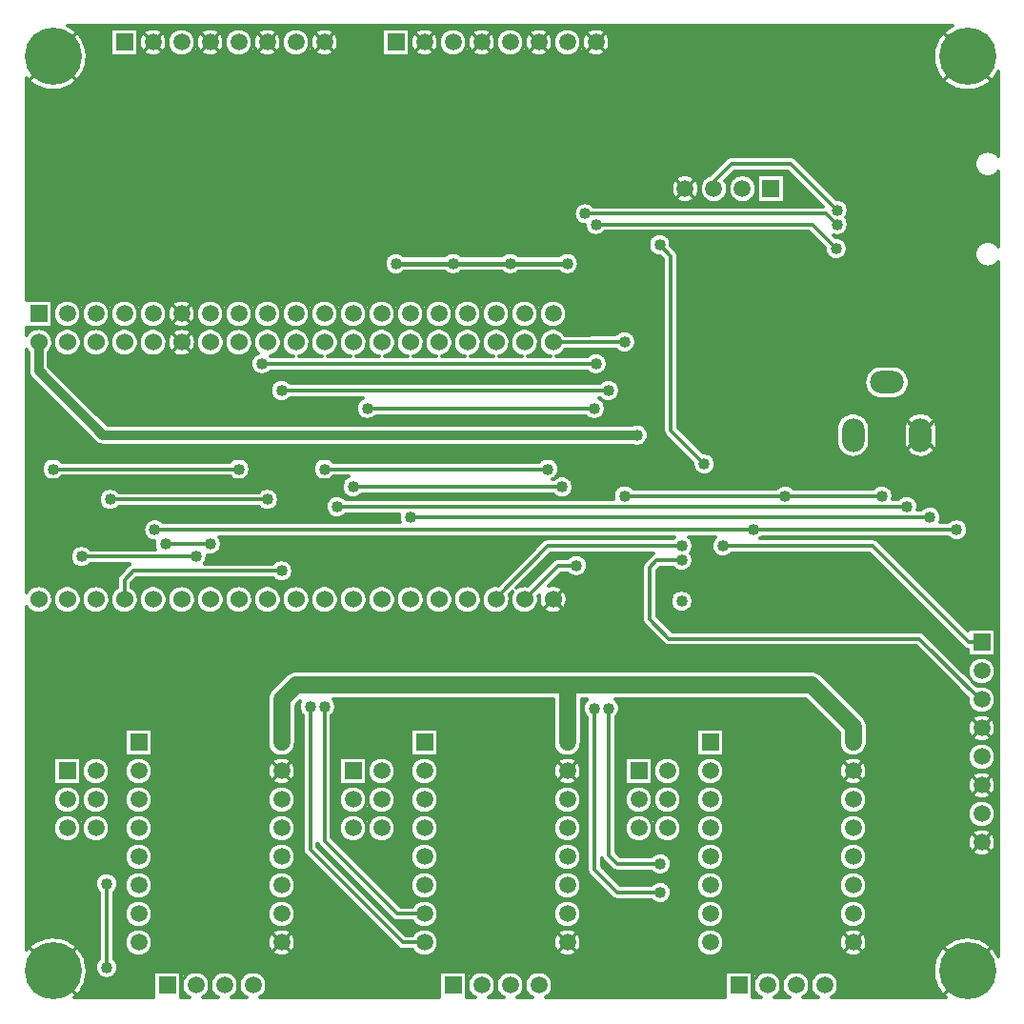
<source format=gbr>
G04 DipTrace 3.3.1.3*
G04 Bottom.gbr*
%MOIN*%
G04 #@! TF.FileFunction,Copper,L2,Bot*
G04 #@! TF.Part,Single*
G04 #@! TA.AperFunction,Conductor*
%ADD14C,0.016*%
%ADD15C,0.012*%
G04 #@! TA.AperFunction,ViaPad*
%ADD18C,0.03*%
G04 #@! TA.AperFunction,Conductor*
%ADD19C,0.032*%
G04 #@! TA.AperFunction,ComponentPad*
%ADD20C,0.06*%
G04 #@! TA.AperFunction,CopperBalancing*
%ADD24C,0.012992*%
G04 #@! TA.AperFunction,ComponentPad*
%ADD32R,0.059055X0.059055*%
%ADD33C,0.059055*%
%ADD34O,0.07874X0.11811*%
%ADD35O,0.11811X0.07874*%
%ADD41C,0.2*%
%ADD42R,0.059X0.059*%
%ADD43C,0.059*%
G04 #@! TA.AperFunction,ViaPad*
%ADD49C,0.04*%
%FSLAX26Y26*%
G04*
G70*
G90*
G75*
G01*
G04 Bottom*
%LPD*%
X1743700Y3018700D2*
D14*
X1793700D1*
X1943700D1*
X2143700D1*
X2343700D1*
X2543700Y2206200D2*
D15*
X3106200D1*
X3443700D1*
X731200Y849200D2*
Y556200D1*
X2856201Y3281200D2*
Y3306201D1*
X2918700Y3368700D1*
X3124951D1*
X3287451Y3206200D1*
X2293700Y2743700D2*
X2543700Y2744810D1*
X643700Y1993700D2*
X1043700D1*
X543700Y2299949D2*
X1193700D1*
X3612449Y2131200D2*
X1793700D1*
X2887451Y2031200D2*
X3412449D1*
X3749949Y1693700D1*
X3793700D1*
X1843700Y743700D2*
X1749951D1*
X1493700Y999951D1*
Y1468700D1*
X2668700Y918700D2*
X2518701D1*
X2487450Y949951D1*
Y1462449D1*
Y2574950D2*
X1343700D1*
X1843700Y643700D2*
X1768700D1*
X1443700Y968700D1*
Y1468700D1*
X1343700Y1943700D2*
X824951D1*
X793700Y1912449D1*
Y1843700D1*
X2668700Y818700D2*
X2518701D1*
X2437451Y899951D1*
Y1462451D1*
Y2512451D2*
X1643700D1*
X899949Y2087449D2*
X2993700D1*
X3706200D1*
X2374950Y1962450D2*
X2312450D1*
X2193700Y1843700D1*
X2443700Y2668700D2*
X1274951D1*
X2666700Y3084700D2*
X2705700Y3045700D1*
Y2434700D1*
X2822700Y2317700D1*
X493700Y2743700D2*
D19*
Y2643700D1*
X718700Y2418700D1*
X2587449D1*
X3284357Y3071857D2*
D15*
X3200015Y3156200D1*
X2443700D1*
X2324950Y2237450D2*
X1593700D1*
X743700Y2193700D2*
X1293700D1*
X3287449Y3156200D2*
X3249949Y3193700D1*
X2406200D1*
X2274950Y2299951D2*
X1493700D1*
X3531200Y2168700D2*
X1537451D1*
X937451Y2037451D2*
X1093700D1*
X2743700Y1981003D2*
X2656003D1*
X2631200Y1956200D1*
Y1774949D1*
X2699949Y1706200D1*
X3574949D1*
X3787449Y1493700D1*
X3793700D1*
X2093700Y1843700D2*
Y1849949D1*
X2274951Y2031200D1*
X2743700D1*
X3343700Y1343700D2*
D20*
Y1399949D1*
X3199949Y1543700D1*
X2343700D1*
X1393700D1*
X1343700Y1493700D1*
Y1343700D1*
X2343700D2*
Y1543700D1*
D49*
X2543700Y2206200D3*
X3443700D3*
X731200Y849200D3*
Y556200D3*
X3106200Y2206200D3*
X3287451Y3206200D3*
X2543700Y2744810D3*
X643700Y1993700D3*
X1043700D3*
X543700Y2299949D3*
X1193700D3*
X3612449Y2131200D3*
X1793700D3*
X1493700Y1468700D3*
X2668700Y918700D3*
X2487450Y1462449D3*
Y2574950D3*
X1343700D3*
X1443700Y1468700D3*
X1343700Y1943700D3*
X2668700Y818700D3*
X2437451Y1462451D3*
Y2512451D3*
X1643700D3*
X899949Y2087449D3*
X2993700D3*
X3706200D3*
X2374950Y1962450D3*
X2443700Y2668700D3*
X1274951D3*
X2587449Y2418700D3*
X3284357Y3071857D3*
X2443700Y3156200D3*
X2324950Y2237450D3*
X1593700D3*
X743700Y2193700D3*
X1293700D3*
X3287449Y3156200D3*
X2406200Y3193700D3*
X2274950Y2299951D3*
X1493700D3*
X3531200Y2168700D3*
X1537451D3*
X937451Y2037451D3*
X1093700D3*
X2743700Y1981003D3*
Y2031200D3*
X2674949Y1906200D3*
X956200Y1599949D3*
X3043700Y1937451D3*
X3734700Y3513700D3*
D18*
X2949949Y2618700D3*
D49*
X893700Y3518700D3*
X1093700D3*
X1293700D3*
X1493700D3*
X1843700Y3493700D3*
X2043700D3*
X2243700D3*
X2443700D3*
X1018700Y1093700D3*
Y1043700D3*
X2018700Y1093700D3*
Y1043700D3*
X3018700Y1093700D3*
Y1043700D3*
X1743700Y3018700D3*
X1943700D3*
X2143700D3*
X2343700D3*
D18*
X2926700Y2616700D3*
X2902700D3*
X2900700Y2577700D3*
X2926700D3*
X2952700D3*
X2900700Y2538700D3*
X2926700D3*
X2952700D3*
X3160700Y2967700D3*
Y2928700D3*
D49*
X2822700Y2317700D3*
X2666700Y3084700D3*
X3474700Y3513700D3*
Y2941700D3*
X3734700D3*
X3448700Y3110700D3*
X3168700Y1768700D3*
X2743700Y1762449D3*
X2887451Y2031200D3*
X2743700Y1837451D3*
X618046Y3838910D2*
D24*
X742856D1*
X844545D2*
X872169D1*
X915241D2*
X972147D1*
X1015244D2*
X1072151D1*
X1115248D2*
X1172155D1*
X1215252D2*
X1272159D1*
X1315231D2*
X1372162D1*
X1415234D2*
X1472166D1*
X1515238D2*
X1692855D1*
X1794544D2*
X1822167D1*
X1865239D2*
X1922146D1*
X1965243D2*
X2022149D1*
X2065247D2*
X2122153D1*
X2165251D2*
X2222157D1*
X2265254D2*
X2322161D1*
X2365233D2*
X2422165D1*
X2465237D2*
X3669358D1*
X632307Y3826049D2*
X742856D1*
X844545D2*
X854888D1*
X932521D2*
X954892D1*
X1032525D2*
X1054896D1*
X1132503D2*
X1154874D1*
X1232507D2*
X1254878D1*
X1332511D2*
X1354882D1*
X1432515D2*
X1454886D1*
X1532519D2*
X1692855D1*
X1794544D2*
X1804887D1*
X1882520D2*
X1904890D1*
X1982523D2*
X2004894D1*
X2082502D2*
X2104898D1*
X2182506D2*
X2204877D1*
X2282510D2*
X2304880D1*
X2382513D2*
X2404884D1*
X2482517D2*
X3655097D1*
X642837Y3813188D2*
X742856D1*
X1540537D2*
X1692855D1*
X2490536D2*
X3644567D1*
X650805Y3800327D2*
X742856D1*
X1544090D2*
X1692855D1*
X2494088D2*
X3636599D1*
X656743Y3787466D2*
X742856D1*
X1544141D2*
X1692855D1*
X2494139D2*
X3630661D1*
X660955Y3774606D2*
X742856D1*
X1540715D2*
X1692855D1*
X2490713D2*
X3626449D1*
X663645Y3761745D2*
X742856D1*
X844545D2*
X854558D1*
X932851D2*
X954562D1*
X1032855D2*
X1054541D1*
X1132859D2*
X1154544D1*
X1232837D2*
X1254548D1*
X1332841D2*
X1354552D1*
X1432845D2*
X1454556D1*
X1532849D2*
X1692855D1*
X1794544D2*
X1804557D1*
X1882849D2*
X1904561D1*
X1982853D2*
X2004539D1*
X2082857D2*
X2104543D1*
X2182861D2*
X2204547D1*
X2282839D2*
X2304551D1*
X2382843D2*
X2404554D1*
X2482847D2*
X3623759D1*
X664888Y3748884D2*
X742856D1*
X844545D2*
X871306D1*
X916103D2*
X971310D1*
X1016107D2*
X1071288D1*
X1116111D2*
X1171292D1*
X1216090D2*
X1271296D1*
X1316093D2*
X1371300D1*
X1416097D2*
X1471304D1*
X1516101D2*
X1692855D1*
X1794544D2*
X1821304D1*
X1866102D2*
X1921308D1*
X1966106D2*
X2021312D1*
X2066109D2*
X2121291D1*
X2166088D2*
X2221294D1*
X2266092D2*
X2321298D1*
X2366096D2*
X2421302D1*
X2466099D2*
X3622515D1*
X664762Y3736023D2*
X3622642D1*
X663239Y3723162D2*
X3624165D1*
X660270Y3710301D2*
X3627134D1*
X655728Y3697440D2*
X3631676D1*
X649435Y3684579D2*
X3637969D1*
X641010Y3671718D2*
X3646368D1*
X3841032D2*
X3850461D1*
X629871Y3658857D2*
X3657533D1*
X3829867D2*
X3850461D1*
X451508Y3645997D2*
X472712D1*
X614696D2*
X3672708D1*
X3814692D2*
X3850461D1*
X451508Y3633136D2*
X495727D1*
X591655D2*
X3695748D1*
X3791652D2*
X3850461D1*
X451508Y3620275D2*
X3850461D1*
X451508Y3607414D2*
X3850461D1*
X451508Y3594553D2*
X3850461D1*
X451508Y3581692D2*
X3850461D1*
X451508Y3568831D2*
X3850461D1*
X451508Y3555970D2*
X3850461D1*
X451508Y3543109D2*
X3850461D1*
X451508Y3530249D2*
X3850461D1*
X451508Y3517388D2*
X3850461D1*
X451508Y3504527D2*
X3850461D1*
X451508Y3491666D2*
X3850461D1*
X451508Y3478805D2*
X3850461D1*
X451508Y3465944D2*
X3850461D1*
X451508Y3453083D2*
X3850461D1*
X451508Y3440222D2*
X3850461D1*
X451508Y3427361D2*
X3850461D1*
X451508Y3414501D2*
X3850461D1*
X451508Y3401640D2*
X3782659D1*
X451508Y3388779D2*
X2900869D1*
X3142781D2*
X3772712D1*
X451508Y3375918D2*
X2887826D1*
X3155824D2*
X3768271D1*
X451508Y3363057D2*
X2874986D1*
X3168664D2*
X3767713D1*
X451508Y3350196D2*
X2862121D1*
X3181529D2*
X3770885D1*
X451508Y3337335D2*
X2849256D1*
X2925417D2*
X3118233D1*
X3194394D2*
X3778802D1*
X451508Y3324474D2*
X2730804D1*
X2781615D2*
X2830808D1*
X2912552D2*
X2930786D1*
X2981598D2*
X3005364D1*
X3107027D2*
X3131098D1*
X3207260D2*
X3797300D1*
X3832303D2*
X3850461D1*
X451508Y3311613D2*
X2715807D1*
X2796612D2*
X2815811D1*
X2899686D2*
X2915789D1*
X2996594D2*
X3005364D1*
X3107027D2*
X3143964D1*
X3220125D2*
X3850461D1*
X451508Y3298752D2*
X2708575D1*
X3107027D2*
X3156829D1*
X3232990D2*
X3850461D1*
X451508Y3285892D2*
X2705581D1*
X3107027D2*
X3169669D1*
X3245830D2*
X3850461D1*
X451508Y3273031D2*
X2706038D1*
X3107027D2*
X3182534D1*
X3258695D2*
X3850461D1*
X451508Y3260170D2*
X2710047D1*
X2802347D2*
X2810051D1*
X2902351D2*
X2910055D1*
X3107027D2*
X3195399D1*
X3271561D2*
X3850461D1*
X451508Y3247309D2*
X2718776D1*
X2793618D2*
X2818780D1*
X2893622D2*
X2918784D1*
X2993625D2*
X3005364D1*
X3107027D2*
X3208265D1*
X3284426D2*
X3850461D1*
X451508Y3234448D2*
X2738518D1*
X2773876D2*
X2838522D1*
X2873880D2*
X2938526D1*
X2973884D2*
X3005364D1*
X3107027D2*
X3221130D1*
X3317084D2*
X3850461D1*
X451508Y3221587D2*
X2376210D1*
X2436182D2*
X3233995D1*
X3325686D2*
X3850461D1*
X451508Y3208726D2*
X2367811D1*
X3328680D2*
X3850461D1*
X451508Y3195865D2*
X2364944D1*
X3327411D2*
X3850461D1*
X451508Y3183004D2*
X2366339D1*
X3321347D2*
X3850461D1*
X451508Y3170144D2*
X2372556D1*
X3326244D2*
X3850461D1*
X451508Y3157283D2*
X2388340D1*
X3328731D2*
X3850461D1*
X451508Y3144422D2*
X2404174D1*
X3326980D2*
X3850461D1*
X451508Y3131561D2*
X2410873D1*
X3320281D2*
X3850461D1*
X451508Y3118700D2*
X2428458D1*
X2458944D2*
X2644325D1*
X2689097D2*
X3199434D1*
X3302696D2*
X3850461D1*
X451508Y3105839D2*
X2631434D1*
X2701962D2*
X3212299D1*
X3306781D2*
X3850461D1*
X451508Y3092978D2*
X2626258D1*
X2707139D2*
X3225164D1*
X3319647D2*
X3791540D1*
X3838063D2*
X3850461D1*
X451508Y3080117D2*
X2625649D1*
X2709372D2*
X3238030D1*
X3324798D2*
X3776670D1*
X451508Y3067256D2*
X2629404D1*
X2722212D2*
X3243308D1*
X3325407D2*
X3769920D1*
X451508Y3054396D2*
X1724320D1*
X1763078D2*
X1924328D1*
X1963061D2*
X2124336D1*
X2163068D2*
X2324343D1*
X2363076D2*
X2639275D1*
X2731499D2*
X3247063D1*
X3321651D2*
X3767535D1*
X451508Y3041535D2*
X1709552D1*
X2377844D2*
X2671781D1*
X2732996D2*
X3256960D1*
X3311755D2*
X3768854D1*
X451508Y3028674D2*
X1703665D1*
X2383731D2*
X2678404D1*
X2732996D2*
X3774209D1*
X451508Y3015813D2*
X1702497D1*
X2384899D2*
X2678404D1*
X2732996D2*
X3785856D1*
X3843747D2*
X3850483D1*
X451508Y3002952D2*
X1705619D1*
X2381778D2*
X2678404D1*
X2732996D2*
X3850461D1*
X451508Y2990091D2*
X1714424D1*
X1772975D2*
X1914431D1*
X1972957D2*
X2114439D1*
X2172965D2*
X2314422D1*
X2372972D2*
X2678404D1*
X2732996D2*
X3850461D1*
X451508Y2977230D2*
X2678404D1*
X2732996D2*
X3850461D1*
X451508Y2964369D2*
X2678404D1*
X2732996D2*
X3850461D1*
X451508Y2951508D2*
X2678404D1*
X2732996D2*
X3850461D1*
X451508Y2938648D2*
X2678404D1*
X2732996D2*
X3850461D1*
X451508Y2925787D2*
X2678404D1*
X2732996D2*
X3850461D1*
X451508Y2912926D2*
X2678404D1*
X2732996D2*
X3850461D1*
X451508Y2900065D2*
X2678404D1*
X2732996D2*
X3850461D1*
X544534Y2887204D2*
X568706D1*
X618680D2*
X668710D1*
X718684D2*
X768714D1*
X818688D2*
X868718D1*
X918692D2*
X968721D1*
X1018695D2*
X1068700D1*
X1118699D2*
X1168704D1*
X1218678D2*
X1268708D1*
X1318682D2*
X1368711D1*
X1418685D2*
X1468715D1*
X1518689D2*
X1568719D1*
X1618693D2*
X1668723D1*
X1718697D2*
X1768701D1*
X1818701D2*
X1868705D1*
X1918679D2*
X1968709D1*
X2018683D2*
X2068713D1*
X2118687D2*
X2168717D1*
X2218691D2*
X2268721D1*
X2318695D2*
X2678404D1*
X2732996D2*
X3850461D1*
X544534Y2874343D2*
X553481D1*
X633931D2*
X653485D1*
X733909D2*
X753489D1*
X833913D2*
X853492D1*
X933917D2*
X953471D1*
X1033921D2*
X1053475D1*
X1133924D2*
X1153479D1*
X1233928D2*
X1253482D1*
X1333907D2*
X1353486D1*
X1433911D2*
X1453490D1*
X1533914D2*
X1553469D1*
X1633918D2*
X1653472D1*
X1733922D2*
X1753476D1*
X1833926D2*
X1853480D1*
X1933930D2*
X1953484D1*
X2033908D2*
X2053488D1*
X2133912D2*
X2153492D1*
X2233916D2*
X2253470D1*
X2333920D2*
X2678404D1*
X2732996D2*
X3850461D1*
X2341228Y2861482D2*
X2678404D1*
X2732996D2*
X3850461D1*
X2344298Y2848621D2*
X2678404D1*
X2732996D2*
X3850461D1*
X2343892Y2835760D2*
X2678404D1*
X2732996D2*
X3850461D1*
X639945Y2822899D2*
X647421D1*
X739948D2*
X747453D1*
X839952D2*
X847453D1*
X939956D2*
X947466D1*
X1039960D2*
X1047435D1*
X1139964D2*
X1147439D1*
X1239968D2*
X1247439D1*
X1339946D2*
X1347447D1*
X1439950D2*
X1447448D1*
X1539954D2*
X1547455D1*
X1639958D2*
X1647433D1*
X1739961D2*
X1747459D1*
X1839965D2*
X1847441D1*
X1939944D2*
X1947424D1*
X2039948D2*
X2047449D1*
X2139951D2*
X2147452D1*
X2239955D2*
X2247429D1*
X2339959D2*
X2678404D1*
X2732996D2*
X3850461D1*
X544534Y2810039D2*
X556069D1*
X631342D2*
X656048D1*
X731346D2*
X756052D1*
X831350D2*
X856055D1*
X931328D2*
X956059D1*
X1031332D2*
X1056063D1*
X1131336D2*
X1156067D1*
X1231340D2*
X1256071D1*
X1331344D2*
X1356049D1*
X1431348D2*
X1456053D1*
X1531352D2*
X1556057D1*
X1631330D2*
X1656061D1*
X1731334D2*
X1756065D1*
X1831338D2*
X1856068D1*
X1931342D2*
X1956072D1*
X2031345D2*
X2056051D1*
X2131349D2*
X2156055D1*
X2231328D2*
X2256058D1*
X2331332D2*
X2678404D1*
X2732996D2*
X3850461D1*
X544534Y2797178D2*
X575380D1*
X612006D2*
X675384D1*
X712010D2*
X775387D1*
X812014D2*
X875391D1*
X912018D2*
X975395D1*
X1012022D2*
X1075399D1*
X1112000D2*
X1175377D1*
X1212004D2*
X1275381D1*
X1312008D2*
X1375385D1*
X1412012D2*
X1475389D1*
X1512016D2*
X1575393D1*
X1612019D2*
X1675397D1*
X1712023D2*
X1775401D1*
X1812002D2*
X1875379D1*
X1912006D2*
X1975383D1*
X2012009D2*
X2075387D1*
X2112013D2*
X2175391D1*
X2212017D2*
X2275394D1*
X2312021D2*
X2678404D1*
X2732996D2*
X3850461D1*
X451508Y2784317D2*
X463221D1*
X524183D2*
X563225D1*
X624161D2*
X663229D1*
X724165D2*
X763233D1*
X824169D2*
X863237D1*
X924173D2*
X963240D1*
X1024177D2*
X1063219D1*
X1124180D2*
X1163223D1*
X1224184D2*
X1263227D1*
X1324163D2*
X1363230D1*
X1424167D2*
X1463234D1*
X1524170D2*
X1563238D1*
X1624174D2*
X1663217D1*
X1724178D2*
X1763220D1*
X1824182D2*
X1863224D1*
X1924160D2*
X1963228D1*
X2024164D2*
X2063232D1*
X2124168D2*
X2163236D1*
X2224172D2*
X2263240D1*
X2324176D2*
X2536100D1*
X2551310D2*
X2678404D1*
X2732996D2*
X3850461D1*
X536591Y2771456D2*
X550791D1*
X636595D2*
X650795D1*
X736599D2*
X750799D1*
X836603D2*
X850803D1*
X936607D2*
X950807D1*
X1036585D2*
X1050810D1*
X1136589D2*
X1150814D1*
X1236593D2*
X1250793D1*
X1336597D2*
X1350797D1*
X1436600D2*
X1450800D1*
X1536604D2*
X1550804D1*
X1636608D2*
X1650808D1*
X1736587D2*
X1750812D1*
X1836590D2*
X1850790D1*
X1936594D2*
X1950794D1*
X2036598D2*
X2050798D1*
X2136602D2*
X2150802D1*
X2236606D2*
X2250806D1*
X2336610D2*
X2512551D1*
X2574832D2*
X2678404D1*
X2732996D2*
X3850461D1*
X2582547Y2758595D2*
X2678404D1*
X2732996D2*
X3850461D1*
X2585008Y2745734D2*
X2678404D1*
X2732996D2*
X3850461D1*
X2583181Y2732873D2*
X2678404D1*
X2732996D2*
X3850461D1*
X539053Y2720012D2*
X548355D1*
X639031D2*
X648359D1*
X739035D2*
X748363D1*
X839039D2*
X848367D1*
X939043D2*
X948377D1*
X1039046D2*
X1048349D1*
X1139050D2*
X1148353D1*
X1239029D2*
X1248357D1*
X1339033D2*
X1348361D1*
X1439036D2*
X1448362D1*
X1539040D2*
X1548368D1*
X1639044D2*
X1648347D1*
X1739048D2*
X1748351D1*
X1839052D2*
X1848354D1*
X1939030D2*
X1948358D1*
X2039034D2*
X2048362D1*
X2139038D2*
X2148366D1*
X2239042D2*
X2248370D1*
X2576406D2*
X2678404D1*
X2732996D2*
X3850461D1*
X531009Y2707151D2*
X558277D1*
X629135D2*
X658281D1*
X729139D2*
X758259D1*
X829142D2*
X858263D1*
X929121D2*
X958267D1*
X1029125D2*
X1058271D1*
X1129129D2*
X1158275D1*
X1229132D2*
X1258278D1*
X1329136D2*
X1358257D1*
X1429140D2*
X1458261D1*
X1529119D2*
X1558265D1*
X1629122D2*
X1658268D1*
X1729126D2*
X1758272D1*
X1829130D2*
X1858276D1*
X1929134D2*
X1958280D1*
X2029138D2*
X2058258D1*
X2129142D2*
X2158262D1*
X2229120D2*
X2258266D1*
X2329124D2*
X2431351D1*
X2456051D2*
X2528893D1*
X2558516D2*
X2678404D1*
X2732996D2*
X3850461D1*
X531009Y2694291D2*
X584692D1*
X602719D2*
X684696D1*
X702723D2*
X784700D1*
X802701D2*
X884679D1*
X902705D2*
X984682D1*
X1002709D2*
X1084686D1*
X1102713D2*
X1184690D1*
X1202717D2*
X1242901D1*
X2475742D2*
X2678404D1*
X2732996D2*
X3850461D1*
X531009Y2681430D2*
X1235720D1*
X2482923D2*
X2678404D1*
X2732996D2*
X3850461D1*
X531009Y2668569D2*
X1233639D1*
X2485004D2*
X2678404D1*
X2732996D2*
X3850461D1*
X533927Y2655708D2*
X1235821D1*
X2482847D2*
X2678404D1*
X2732996D2*
X3412104D1*
X3511509D2*
X3850461D1*
X546767Y2642847D2*
X1243129D1*
X2475539D2*
X2678404D1*
X2732996D2*
X3396143D1*
X3527470D2*
X3850461D1*
X451508Y2629986D2*
X459126D1*
X559632D2*
X1263556D1*
X1286354D2*
X2432315D1*
X2455087D2*
X2678404D1*
X2732996D2*
X3387566D1*
X3536047D2*
X3850461D1*
X451508Y2617125D2*
X468042D1*
X572497D2*
X2678404D1*
X2732996D2*
X3382973D1*
X3540640D2*
X3850461D1*
X451508Y2604264D2*
X480908D1*
X585362D2*
X1315170D1*
X1372223D2*
X2458934D1*
X2515987D2*
X2678404D1*
X2732996D2*
X3381451D1*
X3542162D2*
X3850461D1*
X451508Y2591403D2*
X493773D1*
X598228D2*
X1305933D1*
X2525224D2*
X2678404D1*
X2732996D2*
X3382745D1*
X3540868D2*
X3850461D1*
X451508Y2578543D2*
X506638D1*
X611068D2*
X1302558D1*
X2528599D2*
X2678404D1*
X2732996D2*
X3387059D1*
X3536554D2*
X3850461D1*
X451508Y2565682D2*
X519503D1*
X623933D2*
X1303472D1*
X2527660D2*
X2678404D1*
X2732996D2*
X3395255D1*
X3528383D2*
X3850461D1*
X451508Y2552821D2*
X532369D1*
X636798D2*
X1309080D1*
X2522077D2*
X2678404D1*
X2732996D2*
X3410277D1*
X3513336D2*
X3850461D1*
X451508Y2539960D2*
X545209D1*
X649663D2*
X1323011D1*
X1364408D2*
X1613354D1*
X2508146D2*
X2678404D1*
X2732996D2*
X3850461D1*
X451508Y2527099D2*
X558074D1*
X662529D2*
X1605183D1*
X2475970D2*
X2678404D1*
X2732996D2*
X3850461D1*
X451508Y2514238D2*
X570939D1*
X675394D2*
X1602443D1*
X2478711D2*
X2678404D1*
X2732996D2*
X3850461D1*
X451508Y2501377D2*
X583804D1*
X688234D2*
X1603965D1*
X2477188D2*
X2678404D1*
X2732996D2*
X3850461D1*
X451508Y2488516D2*
X596670D1*
X701099D2*
X1610335D1*
X2470819D2*
X2678404D1*
X2732996D2*
X3310578D1*
X3376817D2*
X3546796D1*
X3613035D2*
X3850461D1*
X451508Y2475655D2*
X609535D1*
X713964D2*
X1626702D1*
X1660715D2*
X2420439D1*
X2454452D2*
X2678404D1*
X2732996D2*
X3296164D1*
X3391230D2*
X3532408D1*
X3627448D2*
X3850461D1*
X451508Y2462794D2*
X622375D1*
X726829D2*
X2678404D1*
X2732996D2*
X3288273D1*
X3399122D2*
X3524491D1*
X3635340D2*
X3850461D1*
X451508Y2449934D2*
X635240D1*
X2613758D2*
X2678404D1*
X2732996D2*
X3284162D1*
X3403233D2*
X3520380D1*
X3639476D2*
X3850461D1*
X451508Y2437073D2*
X648105D1*
X2624289D2*
X2678404D1*
X2741396D2*
X3283020D1*
X3404375D2*
X3519238D1*
X3640593D2*
X3850461D1*
X451508Y2424212D2*
X660970D1*
X2628374D2*
X2680612D1*
X2754261D2*
X3283020D1*
X3404375D2*
X3519238D1*
X3640593D2*
X3850461D1*
X451508Y2411351D2*
X673836D1*
X2628070D2*
X2690965D1*
X2767126D2*
X3283020D1*
X3404375D2*
X3519238D1*
X3640593D2*
X3850461D1*
X451508Y2398490D2*
X686676D1*
X2623274D2*
X2703830D1*
X2779991D2*
X3283020D1*
X3404375D2*
X3519238D1*
X3640593D2*
X3850461D1*
X451508Y2385629D2*
X703170D1*
X2611271D2*
X2716695D1*
X2792857D2*
X3284543D1*
X3402852D2*
X3520761D1*
X3639070D2*
X3850461D1*
X451508Y2372768D2*
X2729561D1*
X2805722D2*
X3289135D1*
X3398259D2*
X3525354D1*
X3634477D2*
X3850461D1*
X451508Y2359907D2*
X2742400D1*
X2818562D2*
X3297712D1*
X3389682D2*
X3533930D1*
X3625900D2*
X3850461D1*
X451508Y2347046D2*
X2755266D1*
X2851194D2*
X3313673D1*
X3373721D2*
X3549891D1*
X3609939D2*
X3850461D1*
X451508Y2334186D2*
X521711D1*
X565697D2*
X1171698D1*
X1215709D2*
X1471710D1*
X1515695D2*
X2252937D1*
X2296948D2*
X2768131D1*
X2860456D2*
X3850461D1*
X451508Y2321325D2*
X508592D1*
X1228828D2*
X1458591D1*
X2310067D2*
X2780996D1*
X2863831D2*
X3850461D1*
X451508Y2308464D2*
X503314D1*
X1234081D2*
X1453313D1*
X2315345D2*
X2782468D1*
X2862918D2*
X3850461D1*
X451508Y2295603D2*
X502629D1*
X1234766D2*
X1452627D1*
X2316030D2*
X2788050D1*
X2857360D2*
X3850461D1*
X451508Y2282742D2*
X506283D1*
X1231112D2*
X1456281D1*
X2312376D2*
X2801956D1*
X2843455D2*
X3850461D1*
X451508Y2269881D2*
X516002D1*
X571381D2*
X1166014D1*
X1221393D2*
X1466000D1*
X1521379D2*
X1568973D1*
X2349678D2*
X3850461D1*
X451508Y2257020D2*
X1557503D1*
X2361147D2*
X3850461D1*
X451508Y2244159D2*
X1552961D1*
X2365690D2*
X2529756D1*
X2557628D2*
X3092274D1*
X3120146D2*
X3429765D1*
X3457637D2*
X3850461D1*
X451508Y2231298D2*
X728722D1*
X758675D2*
X1278731D1*
X1308684D2*
X1552860D1*
X2365791D2*
X2511257D1*
X3476161D2*
X3850461D1*
X451508Y2218438D2*
X710960D1*
X1326446D2*
X1557199D1*
X2361452D2*
X2504304D1*
X3483089D2*
X3850461D1*
X451508Y2205577D2*
X704185D1*
X1333196D2*
X1520633D1*
X1554265D2*
X1568212D1*
X1619175D2*
X2299475D1*
X2350439D2*
X2502401D1*
X3484992D2*
X3514392D1*
X3548024D2*
X3850461D1*
X451508Y2192716D2*
X702408D1*
X1334998D2*
X1504165D1*
X3564492D2*
X3850461D1*
X451508Y2179855D2*
X704870D1*
X1332537D2*
X1497719D1*
X3570912D2*
X3850461D1*
X451508Y2166994D2*
X712609D1*
X774789D2*
X1262618D1*
X1324797D2*
X1496171D1*
X3572460D2*
X3593283D1*
X3631610D2*
X3850461D1*
X451508Y2154133D2*
X736487D1*
X750910D2*
X1286470D1*
X1300919D2*
X1498886D1*
X3646531D2*
X3850461D1*
X451508Y2141272D2*
X1507032D1*
X1567867D2*
X1753679D1*
X3652468D2*
X3850461D1*
X451508Y2128411D2*
X1752487D1*
X3653661D2*
X3850461D1*
X451508Y2115550D2*
X870164D1*
X929730D2*
X1755582D1*
X3650565D2*
X3676412D1*
X3735978D2*
X3850461D1*
X451508Y2102690D2*
X861663D1*
X3744479D2*
X3850461D1*
X451508Y2089829D2*
X858720D1*
X3747448D2*
X3850461D1*
X451508Y2076968D2*
X860039D1*
X3746103D2*
X3850461D1*
X451508Y2064107D2*
X866155D1*
X3739988D2*
X3850461D1*
X451508Y2051246D2*
X881634D1*
X1132554D2*
X2257073D1*
X2779611D2*
X2851539D1*
X3430308D2*
X3687882D1*
X3724534D2*
X3850461D1*
X451508Y2038385D2*
X896148D1*
X1134990D2*
X2244056D1*
X2784356D2*
X2846794D1*
X3443351D2*
X3850461D1*
X451508Y2025524D2*
X618162D1*
X669253D2*
X897975D1*
X1133189D2*
X2231191D1*
X2784610D2*
X2846540D1*
X3456216D2*
X3850461D1*
X451508Y2012663D2*
X607175D1*
X1126413D2*
X2218325D1*
X2780448D2*
X2850702D1*
X3469056D2*
X3850461D1*
X451508Y1999802D2*
X602861D1*
X1108524D2*
X2205486D1*
X2281621D2*
X2359310D1*
X2390583D2*
X2636738D1*
X2780321D2*
X2861360D1*
X2913541D2*
X3405760D1*
X3481921D2*
X3850461D1*
X451508Y1986941D2*
X602963D1*
X1084443D2*
X2192620D1*
X2268782D2*
X2302394D1*
X2407889D2*
X2623873D1*
X2784559D2*
X3418625D1*
X3494787D2*
X3850461D1*
X451508Y1974081D2*
X607530D1*
X1079875D2*
X1316362D1*
X1371031D2*
X2179755D1*
X2255916D2*
X2286001D1*
X2414537D2*
X2611007D1*
X2784407D2*
X3431491D1*
X3507652D2*
X3850461D1*
X451508Y1961220D2*
X619051D1*
X668365D2*
X804391D1*
X1380978D2*
X2166890D1*
X2243051D2*
X2273136D1*
X2416237D2*
X2604384D1*
X2779763D2*
X3444356D1*
X3520517D2*
X3850461D1*
X451508Y1948359D2*
X791526D1*
X1384733D2*
X2154025D1*
X2230186D2*
X2260271D1*
X2413700D2*
X2603902D1*
X2661438D2*
X2719284D1*
X2768141D2*
X3457221D1*
X3533382D2*
X3850461D1*
X451508Y1935498D2*
X778661D1*
X1384150D2*
X2141159D1*
X2217321D2*
X2247405D1*
X2323567D2*
X2344085D1*
X2405808D2*
X2603902D1*
X2658495D2*
X3470061D1*
X3546222D2*
X3850461D1*
X451508Y1922637D2*
X768460D1*
X1379024D2*
X2128319D1*
X2204455D2*
X2234566D1*
X2310727D2*
X2369714D1*
X2380178D2*
X2603902D1*
X2658495D2*
X3482926D1*
X3559087D2*
X3850461D1*
X451508Y1909776D2*
X766405D1*
X829117D2*
X1321184D1*
X1366209D2*
X2115454D1*
X2191615D2*
X2221700D1*
X2297862D2*
X2603902D1*
X2658495D2*
X3495791D1*
X3571953D2*
X3850461D1*
X451508Y1896915D2*
X766405D1*
X820997D2*
X2102589D1*
X2178750D2*
X2208835D1*
X2284996D2*
X2603902D1*
X2658495D2*
X3508657D1*
X3584818D2*
X3850461D1*
X451508Y1884054D2*
X462866D1*
X524538D2*
X562870D1*
X624542D2*
X662874D1*
X724546D2*
X762877D1*
X824524D2*
X862856D1*
X924528D2*
X962860D1*
X1024532D2*
X1062864D1*
X1124536D2*
X1162867D1*
X1224539D2*
X1262871D1*
X1324543D2*
X1362875D1*
X1424522D2*
X1462854D1*
X1524526D2*
X1562857D1*
X1624529D2*
X1662861D1*
X1724533D2*
X1762865D1*
X1824537D2*
X1862869D1*
X1924541D2*
X1962873D1*
X2024545D2*
X2062877D1*
X2324531D2*
X2603902D1*
X2658495D2*
X3521522D1*
X3597683D2*
X3850461D1*
X536769Y1871193D2*
X550639D1*
X636773D2*
X650617D1*
X736776D2*
X750621D1*
X836780D2*
X850625D1*
X936759D2*
X950629D1*
X1036763D2*
X1050633D1*
X1136766D2*
X1150637D1*
X1236770D2*
X1250640D1*
X1336774D2*
X1350619D1*
X1436778D2*
X1450623D1*
X1536782D2*
X1550627D1*
X1636760D2*
X1650630D1*
X1736764D2*
X1750634D1*
X1836768D2*
X1850638D1*
X1936772D2*
X1950617D1*
X2036776D2*
X2050620D1*
X2336762D2*
X2603902D1*
X2658495D2*
X2720908D1*
X2766492D2*
X3534387D1*
X3610548D2*
X3850461D1*
X2342827Y1858333D2*
X2603902D1*
X2658495D2*
X2708271D1*
X2779129D2*
X3547227D1*
X3623388D2*
X3850461D1*
X2344983Y1845472D2*
X2603902D1*
X2658495D2*
X2703196D1*
X2784204D2*
X3560092D1*
X3636254D2*
X3850461D1*
X2343765Y1832611D2*
X2603902D1*
X2658495D2*
X2702688D1*
X2784711D2*
X3572958D1*
X3649119D2*
X3850461D1*
X538900Y1819750D2*
X548507D1*
X638904D2*
X648511D1*
X738908D2*
X748490D1*
X838886D2*
X848494D1*
X938890D2*
X948519D1*
X1038894D2*
X1048501D1*
X1138898D2*
X1148505D1*
X1238902D2*
X1248509D1*
X1338906D2*
X1348513D1*
X1438910D2*
X1448505D1*
X1538888D2*
X1548495D1*
X1638892D2*
X1648499D1*
X1738896D2*
X1748503D1*
X1838900D2*
X1848507D1*
X1938903D2*
X1948510D1*
X2038907D2*
X2048489D1*
X2138911D2*
X2148493D1*
X2238890D2*
X2248497D1*
X2338893D2*
X2603902D1*
X2658495D2*
X2706520D1*
X2780879D2*
X3585823D1*
X3661984D2*
X3850461D1*
X451508Y1806889D2*
X458568D1*
X528852D2*
X558556D1*
X628856D2*
X658560D1*
X728859D2*
X758564D1*
X828838D2*
X858542D1*
X928842D2*
X958546D1*
X1028846D2*
X1058550D1*
X1128849D2*
X1158554D1*
X1228853D2*
X1258558D1*
X1328857D2*
X1358561D1*
X1428836D2*
X1458540D1*
X1528839D2*
X1558544D1*
X1628843D2*
X1658548D1*
X1728847D2*
X1758551D1*
X1828851D2*
X1858555D1*
X1928855D2*
X1958559D1*
X2028859D2*
X2058563D1*
X2128837D2*
X2158541D1*
X2228841D2*
X2258545D1*
X2328845D2*
X2603902D1*
X2658495D2*
X2716594D1*
X2770805D2*
X3598688D1*
X3674849D2*
X3850461D1*
X451508Y1794028D2*
X486617D1*
X500787D2*
X586621D1*
X600791D2*
X686625D1*
X700794D2*
X786603D1*
X800798D2*
X886607D1*
X900777D2*
X986611D1*
X1000781D2*
X1086615D1*
X1100800D2*
X1186619D1*
X1200788D2*
X1286623D1*
X1300792D2*
X1386626D1*
X1400796D2*
X1486605D1*
X1500774D2*
X1586609D1*
X1600802D2*
X1686613D1*
X1700782D2*
X1786616D1*
X1800786D2*
X1886620D1*
X1900790D2*
X1986624D1*
X2000794D2*
X2086603D1*
X2100799D2*
X2186606D1*
X2200776D2*
X2286610D1*
X2300780D2*
X2603902D1*
X2658495D2*
X3611553D1*
X3687689D2*
X3850461D1*
X451508Y1781167D2*
X2603902D1*
X2663062D2*
X3624393D1*
X3700554D2*
X3850461D1*
X451508Y1768306D2*
X2604765D1*
X2675927D2*
X3637258D1*
X3713420D2*
X3850461D1*
X451508Y1755445D2*
X2612631D1*
X2688793D2*
X3650124D1*
X3726285D2*
X3850461D1*
X451508Y1742585D2*
X2625497D1*
X2701633D2*
X3662989D1*
X451508Y1729724D2*
X2638337D1*
X3587330D2*
X3675854D1*
X451508Y1716863D2*
X2651202D1*
X3602378D2*
X3688694D1*
X451508Y1704002D2*
X2664067D1*
X3615218D2*
X3701559D1*
X451508Y1691141D2*
X2676932D1*
X3628083D2*
X3714425D1*
X451508Y1678280D2*
X3564787D1*
X3640948D2*
X3727290D1*
X451508Y1665419D2*
X3577652D1*
X3653813D2*
X3742870D1*
X451508Y1652558D2*
X3590517D1*
X3666679D2*
X3742870D1*
X451508Y1639697D2*
X3603383D1*
X3679544D2*
X3774006D1*
X3813373D2*
X3850461D1*
X451508Y1626836D2*
X3616222D1*
X3692384D2*
X3755583D1*
X3831821D2*
X3850461D1*
X451508Y1613976D2*
X3629088D1*
X3705249D2*
X3747209D1*
X3840194D2*
X3850461D1*
X451508Y1601115D2*
X3641953D1*
X3718114D2*
X3743428D1*
X3843975D2*
X3850484D1*
X451508Y1588254D2*
X1369701D1*
X3223957D2*
X3654818D1*
X3730979D2*
X3743175D1*
X451508Y1575393D2*
X1353359D1*
X3240273D2*
X3667683D1*
X3841032D2*
X3850461D1*
X451508Y1562532D2*
X1340520D1*
X3253138D2*
X3680549D1*
X3833495D2*
X3850461D1*
X451508Y1549671D2*
X1327654D1*
X3266003D2*
X3693388D1*
X3817687D2*
X3850461D1*
X451508Y1536810D2*
X1314789D1*
X3278869D2*
X3706254D1*
X3819387D2*
X3850461D1*
X451508Y1523949D2*
X1302584D1*
X3291709D2*
X3719119D1*
X3834231D2*
X3850461D1*
X451508Y1511088D2*
X1295504D1*
X3304574D2*
X3731984D1*
X3841387D2*
X3850461D1*
X451508Y1498228D2*
X1292586D1*
X3317439D2*
X3743073D1*
X451508Y1485367D2*
X1292383D1*
X1531377D2*
X2292396D1*
X2394998D2*
X2403358D1*
X2521544D2*
X3186264D1*
X3330304D2*
X3743581D1*
X3843823D2*
X3850453D1*
X451508Y1472506D2*
X1292383D1*
X1395010D2*
X1402593D1*
X1534828D2*
X2292396D1*
X2527482D2*
X3199129D1*
X3343170D2*
X3747641D1*
X3839763D2*
X3850461D1*
X451508Y1459645D2*
X1292383D1*
X1395010D2*
X1403439D1*
X1533965D2*
X2292396D1*
X2528649D2*
X3211995D1*
X3356035D2*
X3756421D1*
X3830983D2*
X3850461D1*
X451508Y1446784D2*
X1292383D1*
X1395010D2*
X1408931D1*
X1528459D2*
X2292396D1*
X2525554D2*
X3224835D1*
X3368875D2*
X3776518D1*
X3810886D2*
X3850461D1*
X451508Y1433923D2*
X1292383D1*
X1395010D2*
X1416392D1*
X1520998D2*
X2292396D1*
X2394998D2*
X2408107D1*
X2516799D2*
X3237700D1*
X3381689D2*
X3763500D1*
X3823904D2*
X3850461D1*
X451508Y1421062D2*
X1292383D1*
X1395010D2*
X1416392D1*
X1520998D2*
X2292396D1*
X2394998D2*
X2410137D1*
X2514769D2*
X3250565D1*
X3390342D2*
X3751117D1*
X3836287D2*
X3850461D1*
X451508Y1408201D2*
X1292383D1*
X1395010D2*
X1416392D1*
X1520998D2*
X2292396D1*
X2394998D2*
X2410137D1*
X2514769D2*
X3263430D1*
X3394326D2*
X3745027D1*
X3842377D2*
X3850461D1*
X451508Y1395340D2*
X1292383D1*
X1395010D2*
X1416392D1*
X1520998D2*
X2292396D1*
X2394998D2*
X2410137D1*
X2514769D2*
X3276296D1*
X3395011D2*
X3742896D1*
X451508Y1382480D2*
X792896D1*
X894509D2*
X1292383D1*
X1395010D2*
X1416392D1*
X1520998D2*
X1792884D1*
X1894497D2*
X2292396D1*
X2394998D2*
X2410137D1*
X2514769D2*
X2792897D1*
X2894510D2*
X3289161D1*
X3395011D2*
X3744164D1*
X3843239D2*
X3850476D1*
X451508Y1369619D2*
X792896D1*
X894509D2*
X1292383D1*
X1395010D2*
X1416392D1*
X1520998D2*
X1792884D1*
X1894497D2*
X2292396D1*
X2394998D2*
X2410137D1*
X2514769D2*
X2792897D1*
X2894510D2*
X3292383D1*
X3395011D2*
X3749113D1*
X3838291D2*
X3850461D1*
X451508Y1356758D2*
X792896D1*
X894509D2*
X1292383D1*
X1395010D2*
X1416392D1*
X1520998D2*
X1792884D1*
X1894497D2*
X2292396D1*
X2394998D2*
X2410137D1*
X2514769D2*
X2792897D1*
X2894510D2*
X3292383D1*
X3395011D2*
X3759390D1*
X3827989D2*
X3850461D1*
X451508Y1343897D2*
X792896D1*
X894509D2*
X1292383D1*
X1395010D2*
X1416392D1*
X1520998D2*
X1792884D1*
X1894497D2*
X2292396D1*
X2394998D2*
X2410137D1*
X2514769D2*
X2792897D1*
X2894510D2*
X3292383D1*
X3395011D2*
X3850461D1*
X451508Y1331036D2*
X792896D1*
X894509D2*
X1294032D1*
X1393386D2*
X1416392D1*
X1520998D2*
X1792884D1*
X1894497D2*
X2294020D1*
X2393374D2*
X2410137D1*
X2514769D2*
X2792897D1*
X2894510D2*
X3294033D1*
X3393387D2*
X3759846D1*
X3827558D2*
X3850461D1*
X451508Y1318175D2*
X792896D1*
X894509D2*
X1299386D1*
X1388007D2*
X1416392D1*
X1520998D2*
X1792884D1*
X1894497D2*
X2299399D1*
X2387994D2*
X2410137D1*
X2514769D2*
X2792897D1*
X2894510D2*
X3299387D1*
X3388008D2*
X3749341D1*
X3838063D2*
X3850461D1*
X451508Y1305314D2*
X792896D1*
X894509D2*
X1310348D1*
X1377045D2*
X1416392D1*
X1520998D2*
X1792884D1*
X1894497D2*
X2310361D1*
X2377058D2*
X2410137D1*
X2514769D2*
X2792897D1*
X2894510D2*
X3310349D1*
X3377045D2*
X3744240D1*
X3843163D2*
X3850462D1*
X451508Y1292453D2*
X542874D1*
X644537D2*
X683631D1*
X703763D2*
X833801D1*
X853604D2*
X1333795D1*
X1353598D2*
X1416392D1*
X1520998D2*
X1542862D1*
X1644525D2*
X1683644D1*
X1703776D2*
X1833789D1*
X1853617D2*
X2333783D1*
X2353611D2*
X2410137D1*
X2514769D2*
X2542875D1*
X2644538D2*
X2683631D1*
X2703764D2*
X2833802D1*
X2853605D2*
X3333796D1*
X3353599D2*
X3742870D1*
X451508Y1279592D2*
X542874D1*
X644537D2*
X658255D1*
X729139D2*
X808299D1*
X879106D2*
X1308293D1*
X1379100D2*
X1416392D1*
X1520998D2*
X1542862D1*
X1644525D2*
X1658268D1*
X1729126D2*
X1808312D1*
X1879094D2*
X2308306D1*
X2379088D2*
X2410137D1*
X2514769D2*
X2542875D1*
X2644538D2*
X2658256D1*
X2729139D2*
X2808300D1*
X2879107D2*
X3308294D1*
X3379101D2*
X3744926D1*
X3842478D2*
X3850481D1*
X451508Y1266731D2*
X542874D1*
X738857D2*
X798580D1*
X888825D2*
X1298574D1*
X1388819D2*
X1416392D1*
X1520998D2*
X1542862D1*
X1738845D2*
X1798568D1*
X1888813D2*
X2298587D1*
X2388832D2*
X2410137D1*
X2514769D2*
X2542875D1*
X2738858D2*
X2798581D1*
X2888826D2*
X3298575D1*
X3388820D2*
X3750838D1*
X3836540D2*
X3850461D1*
X451508Y1253871D2*
X542874D1*
X743476D2*
X793937D1*
X893443D2*
X1293956D1*
X1393462D2*
X1416392D1*
X1520998D2*
X1542862D1*
X1743489D2*
X1793950D1*
X1893456D2*
X2293944D1*
X2393450D2*
X2410137D1*
X2514769D2*
X2542875D1*
X2743476D2*
X2793938D1*
X2893444D2*
X3293957D1*
X3393463D2*
X3762942D1*
X3824462D2*
X3850461D1*
X451508Y1241010D2*
X542874D1*
X744465D2*
X792972D1*
X894433D2*
X1292966D1*
X1394427D2*
X1416392D1*
X1520998D2*
X1542862D1*
X1744453D2*
X1792960D1*
X1894446D2*
X2292954D1*
X2394440D2*
X2410137D1*
X2514769D2*
X2542875D1*
X2744466D2*
X2792973D1*
X2894434D2*
X3292967D1*
X3394428D2*
X3777710D1*
X3809693D2*
X3850461D1*
X451508Y1228149D2*
X542874D1*
X742029D2*
X795409D1*
X891997D2*
X1295402D1*
X1391991D2*
X1416392D1*
X1520998D2*
X1542862D1*
X1742042D2*
X1795396D1*
X1892010D2*
X2295390D1*
X2392004D2*
X2410137D1*
X2514769D2*
X2542875D1*
X2742030D2*
X2795409D1*
X2891998D2*
X3295403D1*
X3391991D2*
X3756801D1*
X3830603D2*
X3850461D1*
X451508Y1215288D2*
X542874D1*
X644537D2*
X651835D1*
X735584D2*
X801854D1*
X885552D2*
X1301848D1*
X1385545D2*
X1416392D1*
X1520998D2*
X1542862D1*
X1644525D2*
X1651823D1*
X1735572D2*
X1801867D1*
X1885539D2*
X2301861D1*
X2385533D2*
X2410137D1*
X2514769D2*
X2542875D1*
X2644538D2*
X2651836D1*
X2735585D2*
X2801855D1*
X2885552D2*
X3301848D1*
X3385546D2*
X3747818D1*
X3839585D2*
X3850461D1*
X451508Y1202427D2*
X542874D1*
X644537D2*
X665005D1*
X722389D2*
X815049D1*
X872331D2*
X1315068D1*
X1372350D2*
X1416392D1*
X1520998D2*
X1542862D1*
X1644525D2*
X1665018D1*
X1722402D2*
X1815062D1*
X1872344D2*
X2315056D1*
X2372338D2*
X2410137D1*
X2514769D2*
X2542875D1*
X2644538D2*
X2665006D1*
X2722389D2*
X2815050D1*
X2872332D2*
X3315069D1*
X3372351D2*
X3743631D1*
X3843772D2*
X3850488D1*
X451508Y1189566D2*
X573680D1*
X613707D2*
X673683D1*
X713710D2*
X823753D1*
X863627D2*
X1323772D1*
X1363647D2*
X1416392D1*
X1520998D2*
X1573693D1*
X1613720D2*
X1673697D1*
X1713698D2*
X1823766D1*
X1863640D2*
X2323760D1*
X2363634D2*
X2410137D1*
X2514769D2*
X2573680D1*
X2613707D2*
X2673684D1*
X2713711D2*
X2823753D1*
X2863628D2*
X3323773D1*
X3363647D2*
X3743048D1*
X451508Y1176705D2*
X555460D1*
X631926D2*
X655464D1*
X731930D2*
X805508D1*
X881898D2*
X1305502D1*
X1381891D2*
X1416392D1*
X1520998D2*
X1555473D1*
X1631939D2*
X1655452D1*
X1731943D2*
X1805496D1*
X1881911D2*
X2305489D1*
X2381904D2*
X2410137D1*
X2514769D2*
X2555461D1*
X2631927D2*
X2655465D1*
X2731931D2*
X2805509D1*
X2881898D2*
X3305502D1*
X3381892D2*
X3745865D1*
X3841539D2*
X3850461D1*
X451508Y1163844D2*
X547137D1*
X640249D2*
X647143D1*
X740253D2*
X797185D1*
X890221D2*
X1297179D1*
X1390214D2*
X1416392D1*
X1520998D2*
X1547150D1*
X1640262D2*
X1647154D1*
X1740266D2*
X1797172D1*
X1890234D2*
X2297166D1*
X2390228D2*
X2410137D1*
X2514769D2*
X2547138D1*
X2640250D2*
X2647142D1*
X2740254D2*
X2797186D1*
X2890221D2*
X3297179D1*
X3390215D2*
X3752868D1*
X3834536D2*
X3850461D1*
X451508Y1150983D2*
X543407D1*
X744008D2*
X793429D1*
X893976D2*
X1293423D1*
X1393970D2*
X1416392D1*
X1520998D2*
X1543395D1*
X1743996D2*
X1793442D1*
X1893964D2*
X2293436D1*
X2393958D2*
X2410137D1*
X2514769D2*
X2543408D1*
X2743984D2*
X2793430D1*
X2893977D2*
X3293424D1*
X3393971D2*
X3767332D1*
X3820072D2*
X3850461D1*
X451508Y1138123D2*
X543179D1*
X744211D2*
X793201D1*
X894205D2*
X1293220D1*
X1394198D2*
X1416392D1*
X1520998D2*
X1543192D1*
X1744224D2*
X1793214D1*
X1894192D2*
X2293208D1*
X2394186D2*
X2410137D1*
X2514769D2*
X2543179D1*
X2744212D2*
X2793202D1*
X2894180D2*
X3293195D1*
X3394199D2*
X3770478D1*
X3816925D2*
X3850461D1*
X451508Y1125262D2*
X546427D1*
X740963D2*
X796449D1*
X890956D2*
X1296443D1*
X1390950D2*
X1416392D1*
X1520998D2*
X1546414D1*
X1740976D2*
X1796462D1*
X1890944D2*
X2296456D1*
X2390938D2*
X2410137D1*
X2514769D2*
X2546427D1*
X2740964D2*
X2796450D1*
X2890957D2*
X3296444D1*
X3390951D2*
X3754213D1*
X3833166D2*
X3850461D1*
X451508Y1112401D2*
X554014D1*
X633398D2*
X654018D1*
X733402D2*
X804036D1*
X883369D2*
X1304030D1*
X1383363D2*
X1416392D1*
X1520998D2*
X1554002D1*
X1633385D2*
X1654005D1*
X1733389D2*
X1804049D1*
X1883357D2*
X2304043D1*
X2383351D2*
X2410137D1*
X2514769D2*
X2554015D1*
X2633398D2*
X2654018D1*
X2733402D2*
X2804037D1*
X2883370D2*
X3304031D1*
X3383364D2*
X3746524D1*
X3840880D2*
X3850461D1*
X451508Y1099540D2*
X569949D1*
X617437D2*
X669953D1*
X717441D2*
X820023D1*
X867383D2*
X1320016D1*
X1367377D2*
X1416392D1*
X1520998D2*
X1569963D1*
X1617450D2*
X1669966D1*
X1717454D2*
X1820010D1*
X1867371D2*
X2320029D1*
X2367390D2*
X2410137D1*
X2514769D2*
X2569950D1*
X2617437D2*
X2669954D1*
X2717441D2*
X2820023D1*
X2867384D2*
X3320017D1*
X3367377D2*
X3743200D1*
X451508Y1086679D2*
X567767D1*
X619619D2*
X667771D1*
X719623D2*
X817840D1*
X869565D2*
X1317834D1*
X1369584D2*
X1416392D1*
X1520998D2*
X1567780D1*
X1619632D2*
X1667784D1*
X1719636D2*
X1817828D1*
X1869578D2*
X2317822D1*
X2369572D2*
X2410137D1*
X2514769D2*
X2567768D1*
X2619620D2*
X2667772D1*
X2719624D2*
X2817816D1*
X2869566D2*
X3317835D1*
X3369560D2*
X3743378D1*
X451508Y1073818D2*
X553075D1*
X634337D2*
X653079D1*
X734315D2*
X803097D1*
X884283D2*
X1303116D1*
X1384302D2*
X1416392D1*
X1520998D2*
X1553063D1*
X1634324D2*
X1653066D1*
X1734328D2*
X1803110D1*
X1884296D2*
X2303104D1*
X2384290D2*
X2410137D1*
X2514769D2*
X2553076D1*
X2634337D2*
X2653080D1*
X2734316D2*
X2803098D1*
X2884284D2*
X3303117D1*
X3384303D2*
X3747032D1*
X3840372D2*
X3850461D1*
X451508Y1060957D2*
X545970D1*
X741420D2*
X795992D1*
X891413D2*
X1295986D1*
X1391407D2*
X1416392D1*
X1520998D2*
X1545958D1*
X1741433D2*
X1796005D1*
X1891401D2*
X2295999D1*
X2391395D2*
X2410137D1*
X2514769D2*
X2545971D1*
X2741421D2*
X2795993D1*
X2891414D2*
X3295987D1*
X3391408D2*
X3755228D1*
X3832176D2*
X3850461D1*
X451508Y1048096D2*
X543052D1*
X744338D2*
X793099D1*
X894306D2*
X1293093D1*
X1394300D2*
X1416392D1*
X1520998D2*
X1543065D1*
X1744351D2*
X1793087D1*
X1894319D2*
X2293081D1*
X2394313D2*
X2410137D1*
X2514769D2*
X2543052D1*
X2744339D2*
X2793100D1*
X2894307D2*
X3293094D1*
X3394301D2*
X3773067D1*
X3814337D2*
X3850461D1*
X451508Y1035235D2*
X543585D1*
X743805D2*
X793632D1*
X893773D2*
X1293626D1*
X1393767D2*
X1416392D1*
X1520998D2*
X1543598D1*
X1743818D2*
X1793620D1*
X1893786D2*
X2293614D1*
X2393780D2*
X2410137D1*
X2514769D2*
X2543585D1*
X2743806D2*
X2793633D1*
X2893774D2*
X3293627D1*
X3393768D2*
X3765403D1*
X3822000D2*
X3850461D1*
X451508Y1022375D2*
X547695D1*
X639716D2*
X647699D1*
X739720D2*
X797718D1*
X889688D2*
X1297712D1*
X1389682D2*
X1416392D1*
X1520998D2*
X1547683D1*
X1639704D2*
X1647687D1*
X1739708D2*
X1797731D1*
X1889675D2*
X2297725D1*
X2389669D2*
X2410137D1*
X2514769D2*
X2547696D1*
X2639717D2*
X2647700D1*
X2739721D2*
X2797718D1*
X2889688D2*
X3297712D1*
X3389682D2*
X3752005D1*
X3835399D2*
X3850461D1*
X451508Y1009514D2*
X556551D1*
X630835D2*
X656555D1*
X730839D2*
X806599D1*
X880806D2*
X1306593D1*
X1380800D2*
X1416392D1*
X1522216D2*
X1556564D1*
X1630848D2*
X1656543D1*
X1730852D2*
X1806587D1*
X1880819D2*
X2306581D1*
X2380813D2*
X2410137D1*
X2514769D2*
X2556552D1*
X2630836D2*
X2656556D1*
X2730839D2*
X2806600D1*
X2880807D2*
X3306594D1*
X3380801D2*
X3745459D1*
X3841945D2*
X3850461D1*
X451508Y996653D2*
X576902D1*
X610509D2*
X676906D1*
X710513D2*
X826975D1*
X860405D2*
X1326995D1*
X1360424D2*
X1416392D1*
X1535082D2*
X1576890D1*
X1610497D2*
X1676894D1*
X1710501D2*
X1826988D1*
X1860418D2*
X2326982D1*
X2360412D2*
X2410137D1*
X2514769D2*
X2576903D1*
X2610510D2*
X2676907D1*
X2710514D2*
X2826976D1*
X2860405D2*
X3326995D1*
X3360425D2*
X3742946D1*
X451508Y983792D2*
X813349D1*
X874057D2*
X1313343D1*
X1374050D2*
X1416392D1*
X1547947D2*
X1813362D1*
X1874044D2*
X2313356D1*
X2374038D2*
X2410137D1*
X2514769D2*
X2813350D1*
X2874057D2*
X3313343D1*
X3374051D2*
X3743860D1*
X3843544D2*
X3850489D1*
X451508Y970931D2*
X801067D1*
X886338D2*
X1301061D1*
X1386357D2*
X1416392D1*
X1560812D2*
X1801055D1*
X1886351D2*
X2301049D1*
X2386345D2*
X2410137D1*
X2514769D2*
X2801043D1*
X2886339D2*
X3301062D1*
X3386333D2*
X3748402D1*
X3839002D2*
X3850461D1*
X451508Y958070D2*
X795028D1*
X892377D2*
X1295022D1*
X1392371D2*
X1418675D1*
X1573652D2*
X1795016D1*
X1892365D2*
X2295035D1*
X2392384D2*
X2410137D1*
X2517408D2*
X2660286D1*
X2677120D2*
X2795029D1*
X2892378D2*
X3295023D1*
X3392372D2*
X3757994D1*
X3829410D2*
X3850461D1*
X451508Y945209D2*
X792922D1*
X894484D2*
X1292916D1*
X1394477D2*
X1429105D1*
X1586517D2*
X1792909D1*
X1894497D2*
X2292903D1*
X2394491D2*
X2410137D1*
X2530273D2*
X2637448D1*
X2699958D2*
X2792923D1*
X2894484D2*
X3292916D1*
X3394478D2*
X3782278D1*
X3805126D2*
X3850461D1*
X451508Y932348D2*
X794216D1*
X893189D2*
X1294210D1*
X1393183D2*
X1441970D1*
X1599383D2*
X1794204D1*
X1893177D2*
X2294223D1*
X2393196D2*
X2410137D1*
X2707596D2*
X2794217D1*
X2893190D2*
X3294211D1*
X3393184D2*
X3850461D1*
X451508Y919487D2*
X799215D1*
X888191D2*
X1299209D1*
X1388184D2*
X1454835D1*
X1612248D2*
X1799228D1*
X1888178D2*
X2299222D1*
X2388172D2*
X2410137D1*
X2464755D2*
X2479843D1*
X2710006D2*
X2799216D1*
X2888191D2*
X3299209D1*
X3388185D2*
X3850461D1*
X451508Y906627D2*
X809593D1*
X877812D2*
X1309587D1*
X1377806D2*
X1467700D1*
X1625113D2*
X1809581D1*
X1877800D2*
X2309600D1*
X2377819D2*
X2410137D1*
X2468865D2*
X2492683D1*
X2708154D2*
X2809594D1*
X2877813D2*
X3309588D1*
X3377807D2*
X3850461D1*
X451508Y893766D2*
X1480566D1*
X1637953D2*
X2410898D1*
X2481705D2*
X2510014D1*
X2701277D2*
X3850461D1*
X451508Y880905D2*
X705504D1*
X756899D2*
X809746D1*
X877660D2*
X1309739D1*
X1377654D2*
X1493405D1*
X1650818D2*
X1809733D1*
X1877673D2*
X2309727D1*
X2377667D2*
X2418409D1*
X2494571D2*
X2654272D1*
X2683109D2*
X2809746D1*
X2877661D2*
X3309740D1*
X3377654D2*
X3850461D1*
X451508Y868044D2*
X694618D1*
X767785D2*
X799291D1*
X888114D2*
X1299285D1*
X1388108D2*
X1506271D1*
X1663683D2*
X1799304D1*
X1888102D2*
X2299298D1*
X2388096D2*
X2431275D1*
X2507436D2*
X2799292D1*
X2888115D2*
X3299286D1*
X3388109D2*
X3850461D1*
X451508Y855183D2*
X690355D1*
X772048D2*
X794241D1*
X893164D2*
X1294235D1*
X1393158D2*
X1519136D1*
X1676549D2*
X1794254D1*
X1893152D2*
X2294248D1*
X2393146D2*
X2444140D1*
X2520301D2*
X2650973D1*
X2686407D2*
X2794242D1*
X2893165D2*
X3294236D1*
X3393159D2*
X3850461D1*
X451508Y842322D2*
X690482D1*
X771921D2*
X792922D1*
X894484D2*
X1292916D1*
X1394477D2*
X1532001D1*
X1689414D2*
X1792909D1*
X1894497D2*
X2292903D1*
X2394491D2*
X2457005D1*
X2702292D2*
X2792923D1*
X2894484D2*
X3292916D1*
X3394478D2*
X3850461D1*
X451508Y829461D2*
X695100D1*
X767303D2*
X794977D1*
X892403D2*
X1294996D1*
X1392422D2*
X1544866D1*
X1702279D2*
X1794990D1*
X1892416D2*
X2294984D1*
X2392410D2*
X2469870D1*
X2708535D2*
X2794978D1*
X2892404D2*
X3294997D1*
X3392423D2*
X3850461D1*
X451508Y816600D2*
X703905D1*
X758498D2*
X800966D1*
X886440D2*
X1300960D1*
X1386434D2*
X1557732D1*
X1715119D2*
X1800979D1*
X1886427D2*
X2300973D1*
X2386421D2*
X2482710D1*
X2709956D2*
X2800966D1*
X2886440D2*
X3300960D1*
X3386434D2*
X3850461D1*
X451508Y803739D2*
X703905D1*
X758498D2*
X813171D1*
X874234D2*
X1313165D1*
X1374228D2*
X1570572D1*
X1727984D2*
X1813184D1*
X1874222D2*
X2313178D1*
X2374216D2*
X2495575D1*
X2707114D2*
X2813172D1*
X2874235D2*
X3313166D1*
X3374229D2*
X3850461D1*
X451508Y790878D2*
X703905D1*
X758498D2*
X827381D1*
X859999D2*
X1327401D1*
X1360018D2*
X1583437D1*
X1740850D2*
X1827394D1*
X1860012D2*
X2327388D1*
X2360006D2*
X2638641D1*
X2698740D2*
X2827382D1*
X2859999D2*
X3327401D1*
X3360019D2*
X3850461D1*
X451508Y778018D2*
X703905D1*
X758498D2*
X806726D1*
X880679D2*
X1306720D1*
X1380673D2*
X1596302D1*
X1753715D2*
X1806714D1*
X1880693D2*
X2306707D1*
X2380686D2*
X2806727D1*
X2880680D2*
X3306721D1*
X3380674D2*
X3850461D1*
X451508Y765157D2*
X703905D1*
X758498D2*
X797794D1*
X889612D2*
X1297788D1*
X1389605D2*
X1609167D1*
X1889625D2*
X2297775D1*
X2389619D2*
X2797795D1*
X2889612D2*
X3297788D1*
X3389606D2*
X3850461D1*
X451508Y752296D2*
X703905D1*
X758498D2*
X793632D1*
X893748D2*
X1293651D1*
X1393767D2*
X1622033D1*
X1893761D2*
X2293639D1*
X2393755D2*
X2793633D1*
X2893749D2*
X3293652D1*
X3393768D2*
X3850461D1*
X451508Y739435D2*
X703905D1*
X758498D2*
X793074D1*
X894331D2*
X1293068D1*
X1394325D2*
X1634898D1*
X1894319D2*
X2293081D1*
X2394313D2*
X2793075D1*
X2894332D2*
X3293069D1*
X3394326D2*
X3850461D1*
X451508Y726574D2*
X703905D1*
X758498D2*
X795941D1*
X891439D2*
X1295961D1*
X1391458D2*
X1647738D1*
X1891452D2*
X2295948D1*
X2391446D2*
X2795942D1*
X2891439D2*
X3295961D1*
X3391459D2*
X3850461D1*
X451508Y713713D2*
X703905D1*
X758498D2*
X802996D1*
X884384D2*
X1303015D1*
X1384404D2*
X1660603D1*
X1736764D2*
X1803009D1*
X1884397D2*
X2303003D1*
X2384391D2*
X2802996D1*
X2884385D2*
X3303016D1*
X3384404D2*
X3850461D1*
X451508Y700852D2*
X703905D1*
X758498D2*
X817612D1*
X869794D2*
X1317606D1*
X1369813D2*
X1673468D1*
X1749629D2*
X1817600D1*
X1869807D2*
X2317593D1*
X2369800D2*
X2817587D1*
X2869794D2*
X3317606D1*
X3369788D2*
X3850461D1*
X451508Y687991D2*
X703905D1*
X758498D2*
X820276D1*
X867129D2*
X1320270D1*
X1367123D2*
X1686333D1*
X1762495D2*
X1820289D1*
X1867117D2*
X2320283D1*
X2367111D2*
X2820277D1*
X2867130D2*
X3320271D1*
X3367124D2*
X3850461D1*
X451508Y675130D2*
X703905D1*
X758498D2*
X804138D1*
X883242D2*
X1304157D1*
X1383262D2*
X1699199D1*
X1775360D2*
X1804151D1*
X1883255D2*
X2304145D1*
X2383249D2*
X2804138D1*
X2883243D2*
X3304158D1*
X3383262D2*
X3850461D1*
X451508Y662270D2*
X523868D1*
X563514D2*
X703905D1*
X758498D2*
X796500D1*
X890880D2*
X1296519D1*
X1390900D2*
X1712039D1*
X1890893D2*
X2296507D1*
X2390887D2*
X2796500D1*
X2890881D2*
X3296520D1*
X3390900D2*
X3723864D1*
X3763536D2*
X3850461D1*
X451508Y649409D2*
X485577D1*
X601806D2*
X703905D1*
X758498D2*
X793226D1*
X894179D2*
X1293220D1*
X1394173D2*
X1724904D1*
X1894167D2*
X2293233D1*
X2394186D2*
X2793227D1*
X2894180D2*
X3293221D1*
X3394174D2*
X3685598D1*
X3801802D2*
X3850461D1*
X451508Y636548D2*
X466368D1*
X621040D2*
X703905D1*
X758498D2*
X793404D1*
X893976D2*
X1293423D1*
X1393995D2*
X1737769D1*
X1893989D2*
X2293411D1*
X2393983D2*
X2793405D1*
X2893977D2*
X3293424D1*
X3393996D2*
X3666364D1*
X3821036D2*
X3850461D1*
X634463Y623687D2*
X703905D1*
X758498D2*
X797109D1*
X890271D2*
X1297128D1*
X1390291D2*
X1750787D1*
X1890284D2*
X2297116D1*
X2390278D2*
X2797109D1*
X2890272D2*
X3297129D1*
X3390291D2*
X3652940D1*
X3834460D2*
X3850461D1*
X644487Y610826D2*
X703905D1*
X758498D2*
X805381D1*
X882024D2*
X1305375D1*
X1382018D2*
X1805394D1*
X1882012D2*
X2305388D1*
X2382006D2*
X2805382D1*
X2882025D2*
X3305376D1*
X3382019D2*
X3642917D1*
X652049Y597965D2*
X703905D1*
X758498D2*
X823448D1*
X863957D2*
X1323442D1*
X1363951D2*
X1823436D1*
X1863945D2*
X2323455D1*
X2363964D2*
X2823449D1*
X2863958D2*
X3323443D1*
X3363952D2*
X3635355D1*
X657631Y585104D2*
X702231D1*
X760172D2*
X3629773D1*
X661564Y572243D2*
X693248D1*
X769155D2*
X3625840D1*
X663975Y559382D2*
X690025D1*
X772378D2*
X3623429D1*
X664965Y546522D2*
X691091D1*
X771312D2*
X3622414D1*
X664584Y533661D2*
X696851D1*
X765552D2*
X892875D1*
X994538D2*
X1013128D1*
X1074267D2*
X1113132D1*
X1174271D2*
X1213136D1*
X1274275D2*
X1892863D1*
X1994526D2*
X2013116D1*
X2074280D2*
X2113120D1*
X2174284D2*
X2213124D1*
X2274263D2*
X2892876D1*
X2994539D2*
X3013129D1*
X3074268D2*
X3113133D1*
X3174272D2*
X3213137D1*
X3274276D2*
X3622820D1*
X662808Y520800D2*
X711264D1*
X751139D2*
X892875D1*
X1086473D2*
X1100926D1*
X1186477D2*
X1200930D1*
X1286455D2*
X1892863D1*
X2086460D2*
X2100940D1*
X2186464D2*
X2200943D1*
X2286468D2*
X2892876D1*
X3086474D2*
X3100927D1*
X3186452D2*
X3200931D1*
X3286456D2*
X3624596D1*
X659560Y507939D2*
X892875D1*
X1292444D2*
X1892863D1*
X2292457D2*
X2892876D1*
X3292444D2*
X3627844D1*
X654713Y495078D2*
X892875D1*
X1294524D2*
X1892863D1*
X2294512D2*
X2892876D1*
X3294525D2*
X3632691D1*
X648065Y482217D2*
X892875D1*
X1293179D2*
X1892863D1*
X2293193D2*
X2892876D1*
X3293180D2*
X3639339D1*
X639209Y469356D2*
X892875D1*
X1088148D2*
X1099252D1*
X1188151D2*
X1199256D1*
X1288130D2*
X1892863D1*
X2088135D2*
X2099265D1*
X2188139D2*
X2199269D1*
X2288143D2*
X2892876D1*
X3088148D2*
X3099252D1*
X3188152D2*
X3199256D1*
X3288131D2*
X3648195D1*
X627435Y456495D2*
X892875D1*
X994538D2*
X1009702D1*
X1077693D2*
X1109706D1*
X1177697D2*
X1209685D1*
X1277701D2*
X1892863D1*
X1994526D2*
X2009690D1*
X2077706D2*
X2109694D1*
X2177710D2*
X2209698D1*
X2277714D2*
X2892876D1*
X2994539D2*
X3009703D1*
X3077694D2*
X3109707D1*
X3177698D2*
X3209686D1*
X3277701D2*
X3659944D1*
X3013161Y3330735D2*
X3105736D1*
Y3231665D1*
X3006665D1*
Y3330735D1*
X3013161D1*
X3005583Y3277313D2*
X3004367Y3269636D1*
X3001965Y3262244D1*
X2998437Y3255318D1*
X2993868Y3249029D1*
X2988371Y3243533D1*
X2982083Y3238964D1*
X2975157Y3235435D1*
X2967764Y3233033D1*
X2960087Y3231817D1*
X2952314D1*
X2944637Y3233033D1*
X2937244Y3235435D1*
X2930318Y3238964D1*
X2924030Y3243533D1*
X2918534Y3249029D1*
X2913965Y3255318D1*
X2910436Y3262244D1*
X2908034Y3269636D1*
X2906818Y3277313D1*
Y3285087D1*
X2908034Y3292764D1*
X2910436Y3300156D1*
X2913965Y3307082D1*
X2918534Y3313371D1*
X2924030Y3318867D1*
X2930318Y3323436D1*
X2937244Y3326965D1*
X2944637Y3329367D1*
X2952314Y3330583D1*
X2960087D1*
X2967764Y3329367D1*
X2975157Y3326965D1*
X2982083Y3323436D1*
X2988371Y3318867D1*
X2993868Y3313371D1*
X2998437Y3307082D1*
X3001965Y3300156D1*
X3004367Y3292764D1*
X3005583Y3285087D1*
Y3277313D1*
X2905583D2*
X2904367Y3269636D1*
X2901965Y3262244D1*
X2898437Y3255318D1*
X2893868Y3249029D1*
X2888371Y3243533D1*
X2882083Y3238964D1*
X2875157Y3235435D1*
X2867764Y3233033D1*
X2860087Y3231817D1*
X2852314D1*
X2844637Y3233033D1*
X2837244Y3235435D1*
X2830318Y3238964D1*
X2824030Y3243533D1*
X2818534Y3249029D1*
X2813965Y3255318D1*
X2810436Y3262244D1*
X2808034Y3269636D1*
X2806818Y3277313D1*
Y3285087D1*
X2808034Y3292764D1*
X2810436Y3300156D1*
X2813965Y3307082D1*
X2818534Y3313371D1*
X2824030Y3318867D1*
X2830318Y3323436D1*
X2837244Y3326965D1*
X2841785Y3328563D1*
X2901809Y3388477D1*
X2905111Y3390875D1*
X2908747Y3392728D1*
X2912629Y3393989D1*
X2916659Y3394628D1*
X2951180Y3394708D1*
X3126991Y3394628D1*
X3131022Y3393989D1*
X3134903Y3392728D1*
X3138540Y3390875D1*
X3141841Y3388477D1*
X3166308Y3364123D1*
X3284355Y3246076D1*
X3290590Y3246085D1*
X3296790Y3245102D1*
X3302761Y3243162D1*
X3308355Y3240312D1*
X3313434Y3236622D1*
X3317873Y3232183D1*
X3321563Y3227104D1*
X3324413Y3221510D1*
X3326353Y3215540D1*
X3327335Y3209339D1*
Y3203061D1*
X3326353Y3196860D1*
X3324413Y3190890D1*
X3321563Y3185296D1*
X3318671Y3181229D1*
X3321562Y3177104D1*
X3324412Y3171510D1*
X3326352Y3165540D1*
X3327334Y3159339D1*
Y3153061D1*
X3326352Y3146860D1*
X3324412Y3140890D1*
X3321562Y3135296D1*
X3317872Y3130217D1*
X3313432Y3125778D1*
X3308353Y3122088D1*
X3302760Y3119238D1*
X3296789Y3117298D1*
X3290588Y3116315D1*
X3284310D1*
X3278110Y3117298D1*
X3274706Y3118290D1*
X3281260Y3111736D1*
X3287496Y3111742D1*
X3293697Y3110760D1*
X3299668Y3108820D1*
X3305262Y3105970D1*
X3310341Y3102280D1*
X3314780Y3097841D1*
X3318470Y3092762D1*
X3321320Y3087168D1*
X3323260Y3081197D1*
X3324242Y3074996D1*
Y3068718D1*
X3323260Y3062518D1*
X3321320Y3056547D1*
X3318470Y3050953D1*
X3314780Y3045874D1*
X3310341Y3041435D1*
X3305262Y3037745D1*
X3299668Y3034895D1*
X3293697Y3032955D1*
X3287496Y3031973D1*
X3281218D1*
X3275018Y3032955D1*
X3269047Y3034895D1*
X3263453Y3037745D1*
X3258374Y3041435D1*
X3253935Y3045874D1*
X3250245Y3050953D1*
X3247395Y3056547D1*
X3245455Y3062518D1*
X3244473Y3068718D1*
X3244471Y3074960D1*
X3189225Y3130209D1*
X2474105Y3130192D1*
X2469683Y3125778D1*
X2464604Y3122088D1*
X2459010Y3119238D1*
X2453040Y3117298D1*
X2446839Y3116315D1*
X2440561D1*
X2434360Y3117298D1*
X2428390Y3119238D1*
X2422796Y3122088D1*
X2417717Y3125778D1*
X2413278Y3130217D1*
X2409588Y3135296D1*
X2406738Y3140890D1*
X2404798Y3146860D1*
X2403815Y3153061D1*
X2403788Y3153760D1*
X2399941Y3154185D1*
X2393837Y3155650D1*
X2388037Y3158053D1*
X2382684Y3161333D1*
X2377910Y3165410D1*
X2373833Y3170184D1*
X2370553Y3175537D1*
X2368150Y3181337D1*
X2366685Y3187441D1*
X2366192Y3193700D1*
X2366685Y3199959D1*
X2368150Y3206063D1*
X2370553Y3211863D1*
X2373833Y3217216D1*
X2377910Y3221990D1*
X2382684Y3226067D1*
X2388037Y3229347D1*
X2393837Y3231750D1*
X2399941Y3233215D1*
X2406200Y3233708D1*
X2412459Y3233215D1*
X2418563Y3231750D1*
X2424363Y3229347D1*
X2429716Y3226067D1*
X2434490Y3221990D1*
X2436597Y3219710D1*
X3237163Y3219708D1*
X3114194Y3342676D1*
X2929485Y3342692D1*
X2896629Y3309848D1*
X2900337Y3303689D1*
X2903312Y3296507D1*
X2905126Y3288949D1*
X2905736Y3281200D1*
X2905583Y3277313D1*
X2805719Y3279901D2*
X2805311Y3274723D1*
X2804362Y3269615D1*
X2802884Y3264636D1*
X2800893Y3259838D1*
X2798410Y3255275D1*
X2795464Y3250998D1*
X2792085Y3247052D1*
X2788312Y3243482D1*
X2784185Y3240327D1*
X2779751Y3237621D1*
X2775058Y3235394D1*
X2770158Y3233671D1*
X2765104Y3232471D1*
X2759952Y3231807D1*
X2754759Y3231686D1*
X2749582Y3232109D1*
X2744477Y3233072D1*
X2739502Y3234564D1*
X2734710Y3236569D1*
X2730154Y3239065D1*
X2725885Y3242024D1*
X2721950Y3245414D1*
X2718390Y3249198D1*
X2715247Y3253333D1*
X2712554Y3257775D1*
X2710341Y3262475D1*
X2708632Y3267380D1*
X2707446Y3272437D1*
X2706797Y3277591D1*
X2706691Y3282784D1*
X2707129Y3287960D1*
X2708106Y3293062D1*
X2709613Y3298033D1*
X2711632Y3302819D1*
X2714141Y3307367D1*
X2717112Y3311628D1*
X2720514Y3315554D1*
X2724307Y3319102D1*
X2728452Y3322234D1*
X2732902Y3324914D1*
X2737607Y3327113D1*
X2742518Y3328808D1*
X2747578Y3329979D1*
X2752734Y3330614D1*
X2757928Y3330705D1*
X2763102Y3330252D1*
X2768201Y3329260D1*
X2773168Y3327739D1*
X2777948Y3325706D1*
X2782489Y3323184D1*
X2786741Y3320200D1*
X2790657Y3316788D1*
X2794195Y3312984D1*
X2797314Y3308830D1*
X2799982Y3304373D1*
X2802168Y3299661D1*
X2803848Y3294746D1*
X2805005Y3289682D1*
X2805624Y3284524D1*
X2805719Y3279901D1*
X1700661Y3843235D2*
X1793235D1*
Y3744165D1*
X1694165D1*
Y3843235D1*
X1700661D1*
X1893218Y3792401D2*
X1892810Y3787223D1*
X1891862Y3782115D1*
X1890384Y3777136D1*
X1888393Y3772338D1*
X1885910Y3767775D1*
X1882963Y3763498D1*
X1879584Y3759552D1*
X1875811Y3755982D1*
X1871685Y3752827D1*
X1867251Y3750121D1*
X1862557Y3747894D1*
X1857657Y3746171D1*
X1852603Y3744971D1*
X1847451Y3744307D1*
X1842258Y3744186D1*
X1837081Y3744609D1*
X1831977Y3745572D1*
X1827001Y3747064D1*
X1822209Y3749069D1*
X1817654Y3751565D1*
X1813385Y3754524D1*
X1809449Y3757914D1*
X1805890Y3761698D1*
X1802746Y3765833D1*
X1800053Y3770275D1*
X1797840Y3774975D1*
X1796131Y3779880D1*
X1794946Y3784937D1*
X1794296Y3790091D1*
X1794190Y3795284D1*
X1794628Y3800460D1*
X1795606Y3805562D1*
X1797112Y3810533D1*
X1799131Y3815319D1*
X1801640Y3819867D1*
X1804612Y3824128D1*
X1808013Y3828054D1*
X1811807Y3831602D1*
X1815951Y3834734D1*
X1820401Y3837414D1*
X1825107Y3839613D1*
X1830017Y3841308D1*
X1835078Y3842479D1*
X1840233Y3843114D1*
X1845427Y3843205D1*
X1850602Y3842752D1*
X1855700Y3841760D1*
X1860667Y3840239D1*
X1865447Y3838206D1*
X1869989Y3835684D1*
X1874241Y3832700D1*
X1878157Y3829288D1*
X1881694Y3825484D1*
X1884814Y3821330D1*
X1887481Y3816873D1*
X1889667Y3812161D1*
X1891347Y3807246D1*
X1892504Y3802182D1*
X1893124Y3797024D1*
X1893218Y3792401D1*
X1993083Y3789813D2*
X1991867Y3782136D1*
X1989465Y3774744D1*
X1985936Y3767818D1*
X1981367Y3761529D1*
X1975871Y3756033D1*
X1969582Y3751464D1*
X1962656Y3747935D1*
X1955264Y3745533D1*
X1947587Y3744317D1*
X1939813D1*
X1932136Y3745533D1*
X1924744Y3747935D1*
X1917818Y3751464D1*
X1911529Y3756033D1*
X1906033Y3761529D1*
X1901464Y3767818D1*
X1897935Y3774744D1*
X1895533Y3782136D1*
X1894317Y3789813D1*
Y3797587D1*
X1895533Y3805264D1*
X1897935Y3812656D1*
X1901464Y3819582D1*
X1906033Y3825871D1*
X1911529Y3831367D1*
X1917818Y3835936D1*
X1924744Y3839465D1*
X1932136Y3841867D1*
X1939813Y3843083D1*
X1947587D1*
X1955264Y3841867D1*
X1962656Y3839465D1*
X1969582Y3835936D1*
X1975871Y3831367D1*
X1981367Y3825871D1*
X1985936Y3819582D1*
X1989465Y3812656D1*
X1991867Y3805264D1*
X1993083Y3797587D1*
Y3789813D1*
X2093218Y3792401D2*
X2092810Y3787223D1*
X2091862Y3782115D1*
X2090384Y3777136D1*
X2088393Y3772338D1*
X2085910Y3767775D1*
X2082963Y3763498D1*
X2079584Y3759552D1*
X2075811Y3755982D1*
X2071685Y3752827D1*
X2067251Y3750121D1*
X2062557Y3747894D1*
X2057657Y3746171D1*
X2052603Y3744971D1*
X2047451Y3744307D1*
X2042258Y3744186D1*
X2037081Y3744609D1*
X2031977Y3745572D1*
X2027001Y3747064D1*
X2022209Y3749069D1*
X2017654Y3751565D1*
X2013385Y3754524D1*
X2009449Y3757914D1*
X2005890Y3761698D1*
X2002746Y3765833D1*
X2000053Y3770275D1*
X1997840Y3774975D1*
X1996131Y3779880D1*
X1994946Y3784937D1*
X1994296Y3790091D1*
X1994190Y3795284D1*
X1994628Y3800460D1*
X1995606Y3805562D1*
X1997112Y3810533D1*
X1999131Y3815319D1*
X2001640Y3819867D1*
X2004612Y3824128D1*
X2008013Y3828054D1*
X2011807Y3831602D1*
X2015951Y3834734D1*
X2020401Y3837414D1*
X2025107Y3839613D1*
X2030017Y3841308D1*
X2035078Y3842479D1*
X2040233Y3843114D1*
X2045427Y3843205D1*
X2050602Y3842752D1*
X2055700Y3841760D1*
X2060667Y3840239D1*
X2065447Y3838206D1*
X2069989Y3835684D1*
X2074241Y3832700D1*
X2078157Y3829288D1*
X2081694Y3825484D1*
X2084814Y3821330D1*
X2087481Y3816873D1*
X2089667Y3812161D1*
X2091347Y3807246D1*
X2092504Y3802182D1*
X2093124Y3797024D1*
X2093218Y3792401D1*
X2193083Y3789813D2*
X2191867Y3782136D1*
X2189465Y3774744D1*
X2185936Y3767818D1*
X2181367Y3761529D1*
X2175871Y3756033D1*
X2169582Y3751464D1*
X2162656Y3747935D1*
X2155264Y3745533D1*
X2147587Y3744317D1*
X2139813D1*
X2132136Y3745533D1*
X2124744Y3747935D1*
X2117818Y3751464D1*
X2111529Y3756033D1*
X2106033Y3761529D1*
X2101464Y3767818D1*
X2097935Y3774744D1*
X2095533Y3782136D1*
X2094317Y3789813D1*
Y3797587D1*
X2095533Y3805264D1*
X2097935Y3812656D1*
X2101464Y3819582D1*
X2106033Y3825871D1*
X2111529Y3831367D1*
X2117818Y3835936D1*
X2124744Y3839465D1*
X2132136Y3841867D1*
X2139813Y3843083D1*
X2147587D1*
X2155264Y3841867D1*
X2162656Y3839465D1*
X2169582Y3835936D1*
X2175871Y3831367D1*
X2181367Y3825871D1*
X2185936Y3819582D1*
X2189465Y3812656D1*
X2191867Y3805264D1*
X2193083Y3797587D1*
Y3789813D1*
X2293218Y3792401D2*
X2292810Y3787223D1*
X2291862Y3782115D1*
X2290384Y3777136D1*
X2288393Y3772338D1*
X2285910Y3767775D1*
X2282963Y3763498D1*
X2279584Y3759552D1*
X2275811Y3755982D1*
X2271685Y3752827D1*
X2267251Y3750121D1*
X2262557Y3747894D1*
X2257657Y3746171D1*
X2252603Y3744971D1*
X2247451Y3744307D1*
X2242258Y3744186D1*
X2237081Y3744609D1*
X2231977Y3745572D1*
X2227001Y3747064D1*
X2222209Y3749069D1*
X2217654Y3751565D1*
X2213385Y3754524D1*
X2209449Y3757914D1*
X2205890Y3761698D1*
X2202746Y3765833D1*
X2200053Y3770275D1*
X2197840Y3774975D1*
X2196131Y3779880D1*
X2194946Y3784937D1*
X2194296Y3790091D1*
X2194190Y3795284D1*
X2194628Y3800460D1*
X2195606Y3805562D1*
X2197112Y3810533D1*
X2199131Y3815319D1*
X2201640Y3819867D1*
X2204612Y3824128D1*
X2208013Y3828054D1*
X2211807Y3831602D1*
X2215951Y3834734D1*
X2220401Y3837414D1*
X2225107Y3839613D1*
X2230017Y3841308D1*
X2235078Y3842479D1*
X2240233Y3843114D1*
X2245427Y3843205D1*
X2250602Y3842752D1*
X2255700Y3841760D1*
X2260667Y3840239D1*
X2265447Y3838206D1*
X2269989Y3835684D1*
X2274241Y3832700D1*
X2278157Y3829288D1*
X2281694Y3825484D1*
X2284814Y3821330D1*
X2287481Y3816873D1*
X2289667Y3812161D1*
X2291347Y3807246D1*
X2292504Y3802182D1*
X2293124Y3797024D1*
X2293218Y3792401D1*
X2393083Y3789813D2*
X2391867Y3782136D1*
X2389465Y3774744D1*
X2385936Y3767818D1*
X2381367Y3761529D1*
X2375871Y3756033D1*
X2369582Y3751464D1*
X2362656Y3747935D1*
X2355264Y3745533D1*
X2347587Y3744317D1*
X2339813D1*
X2332136Y3745533D1*
X2324744Y3747935D1*
X2317818Y3751464D1*
X2311529Y3756033D1*
X2306033Y3761529D1*
X2301464Y3767818D1*
X2297935Y3774744D1*
X2295533Y3782136D1*
X2294317Y3789813D1*
Y3797587D1*
X2295533Y3805264D1*
X2297935Y3812656D1*
X2301464Y3819582D1*
X2306033Y3825871D1*
X2311529Y3831367D1*
X2317818Y3835936D1*
X2324744Y3839465D1*
X2332136Y3841867D1*
X2339813Y3843083D1*
X2347587D1*
X2355264Y3841867D1*
X2362656Y3839465D1*
X2369582Y3835936D1*
X2375871Y3831367D1*
X2381367Y3825871D1*
X2385936Y3819582D1*
X2389465Y3812656D1*
X2391867Y3805264D1*
X2393083Y3797587D1*
Y3789813D1*
X2493218Y3792401D2*
X2492810Y3787223D1*
X2491862Y3782115D1*
X2490384Y3777136D1*
X2488393Y3772338D1*
X2485910Y3767775D1*
X2482963Y3763498D1*
X2479584Y3759552D1*
X2475811Y3755982D1*
X2471685Y3752827D1*
X2467251Y3750121D1*
X2462557Y3747894D1*
X2457657Y3746171D1*
X2452603Y3744971D1*
X2447451Y3744307D1*
X2442258Y3744186D1*
X2437081Y3744609D1*
X2431977Y3745572D1*
X2427001Y3747064D1*
X2422209Y3749069D1*
X2417654Y3751565D1*
X2413385Y3754524D1*
X2409449Y3757914D1*
X2405890Y3761698D1*
X2402746Y3765833D1*
X2400053Y3770275D1*
X2397840Y3774975D1*
X2396131Y3779880D1*
X2394946Y3784937D1*
X2394296Y3790091D1*
X2394190Y3795284D1*
X2394628Y3800460D1*
X2395606Y3805562D1*
X2397112Y3810533D1*
X2399131Y3815319D1*
X2401640Y3819867D1*
X2404612Y3824128D1*
X2408013Y3828054D1*
X2411807Y3831602D1*
X2415951Y3834734D1*
X2420401Y3837414D1*
X2425107Y3839613D1*
X2430017Y3841308D1*
X2435078Y3842479D1*
X2440233Y3843114D1*
X2445427Y3843205D1*
X2450602Y3842752D1*
X2455700Y3841760D1*
X2460667Y3840239D1*
X2465447Y3838206D1*
X2469989Y3835684D1*
X2474241Y3832700D1*
X2478157Y3829288D1*
X2481694Y3825484D1*
X2484814Y3821330D1*
X2487481Y3816873D1*
X2489667Y3812161D1*
X2491347Y3807246D1*
X2492504Y3802182D1*
X2493124Y3797024D1*
X2493218Y3792401D1*
X900661Y543235D2*
X993235D1*
Y450184D1*
X1019997Y450196D1*
X1014584Y453625D1*
X1008673Y458673D1*
X1003625Y464584D1*
X999564Y471211D1*
X996589Y478393D1*
X994774Y485951D1*
X994165Y493700D1*
X994774Y501449D1*
X996589Y509007D1*
X999564Y516189D1*
X1003625Y522816D1*
X1008673Y528727D1*
X1014584Y533775D1*
X1021211Y537836D1*
X1028393Y540811D1*
X1035951Y542626D1*
X1043700Y543235D1*
X1051449Y542626D1*
X1059007Y540811D1*
X1066189Y537836D1*
X1072816Y533775D1*
X1078727Y528727D1*
X1083775Y522816D1*
X1087836Y516189D1*
X1090811Y509007D1*
X1092626Y501449D1*
X1093235Y493700D1*
X1092626Y485951D1*
X1090811Y478393D1*
X1087836Y471211D1*
X1083775Y464584D1*
X1078727Y458673D1*
X1072816Y453625D1*
X1067315Y450195D1*
X1120026Y450196D1*
X1114584Y453625D1*
X1108673Y458673D1*
X1103625Y464584D1*
X1099564Y471211D1*
X1096589Y478393D1*
X1094774Y485951D1*
X1094165Y493700D1*
X1094774Y501449D1*
X1096589Y509007D1*
X1099564Y516189D1*
X1103625Y522816D1*
X1108673Y528727D1*
X1114584Y533775D1*
X1121211Y537836D1*
X1128393Y540811D1*
X1135951Y542626D1*
X1143700Y543235D1*
X1151449Y542626D1*
X1159007Y540811D1*
X1166189Y537836D1*
X1172816Y533775D1*
X1178727Y528727D1*
X1183775Y522816D1*
X1187836Y516189D1*
X1190811Y509007D1*
X1192626Y501449D1*
X1193235Y493700D1*
X1192626Y485951D1*
X1190811Y478393D1*
X1187836Y471211D1*
X1183775Y464584D1*
X1178727Y458673D1*
X1172816Y453625D1*
X1167315Y450195D1*
X1220005Y450196D1*
X1214584Y453625D1*
X1208673Y458673D1*
X1203625Y464584D1*
X1199564Y471211D1*
X1196589Y478393D1*
X1194774Y485951D1*
X1194165Y493700D1*
X1194774Y501449D1*
X1196589Y509007D1*
X1199564Y516189D1*
X1203625Y522816D1*
X1208673Y528727D1*
X1214584Y533775D1*
X1221211Y537836D1*
X1228393Y540811D1*
X1235951Y542626D1*
X1243700Y543235D1*
X1251449Y542626D1*
X1259007Y540811D1*
X1266189Y537836D1*
X1272816Y533775D1*
X1278727Y528727D1*
X1283775Y522816D1*
X1287836Y516189D1*
X1290811Y509007D1*
X1292626Y501449D1*
X1293235Y493700D1*
X1292626Y485951D1*
X1290811Y478393D1*
X1287836Y471211D1*
X1283775Y464584D1*
X1278727Y458673D1*
X1272816Y453625D1*
X1267315Y450195D1*
X1894174Y450196D1*
X1894165Y543235D1*
X1993236D1*
Y450184D1*
X2020036Y450196D1*
X2014584Y453625D1*
X2008673Y458673D1*
X2003625Y464584D1*
X1999564Y471211D1*
X1996589Y478393D1*
X1994774Y485951D1*
X1994165Y493700D1*
X1994774Y501449D1*
X1996589Y509007D1*
X1999564Y516189D1*
X2003625Y522816D1*
X2008673Y528727D1*
X2014584Y533775D1*
X2021211Y537836D1*
X2028393Y540811D1*
X2035951Y542626D1*
X2043700Y543235D1*
X2051449Y542626D1*
X2059007Y540811D1*
X2066189Y537836D1*
X2072816Y533775D1*
X2078727Y528727D1*
X2083775Y522816D1*
X2087836Y516189D1*
X2090811Y509007D1*
X2092626Y501449D1*
X2093235Y493700D1*
X2092626Y485951D1*
X2090811Y478393D1*
X2087836Y471211D1*
X2083775Y464584D1*
X2078727Y458673D1*
X2072816Y453625D1*
X2067315Y450195D1*
X2120014Y450196D1*
X2114584Y453625D1*
X2108673Y458673D1*
X2103625Y464584D1*
X2099564Y471211D1*
X2096589Y478393D1*
X2094774Y485951D1*
X2094165Y493700D1*
X2094774Y501449D1*
X2096589Y509007D1*
X2099564Y516189D1*
X2103625Y522816D1*
X2108673Y528727D1*
X2114584Y533775D1*
X2121211Y537836D1*
X2128393Y540811D1*
X2135951Y542626D1*
X2143700Y543235D1*
X2151449Y542626D1*
X2159007Y540811D1*
X2166189Y537836D1*
X2172816Y533775D1*
X2178727Y528727D1*
X2183775Y522816D1*
X2187836Y516189D1*
X2190811Y509007D1*
X2192626Y501449D1*
X2193235Y493700D1*
X2192626Y485951D1*
X2190811Y478393D1*
X2187836Y471211D1*
X2183775Y464584D1*
X2178727Y458673D1*
X2172816Y453625D1*
X2167315Y450195D1*
X2219993Y450196D1*
X2214584Y453625D1*
X2208673Y458673D1*
X2203625Y464584D1*
X2199564Y471211D1*
X2196589Y478393D1*
X2194774Y485951D1*
X2194165Y493700D1*
X2194774Y501449D1*
X2196589Y509007D1*
X2199564Y516189D1*
X2203625Y522816D1*
X2208673Y528727D1*
X2214584Y533775D1*
X2221211Y537836D1*
X2228393Y540811D1*
X2235951Y542626D1*
X2243700Y543235D1*
X2251449Y542626D1*
X2259007Y540811D1*
X2266189Y537836D1*
X2272816Y533775D1*
X2278727Y528727D1*
X2283775Y522816D1*
X2287836Y516189D1*
X2290811Y509007D1*
X2292626Y501449D1*
X2293235Y493700D1*
X2292626Y485951D1*
X2290811Y478393D1*
X2287836Y471211D1*
X2283775Y464584D1*
X2278727Y458673D1*
X2272816Y453625D1*
X2267315Y450195D1*
X2894162Y450196D1*
X2894165Y543235D1*
X2993236D1*
Y450184D1*
X3020023Y450196D1*
X3014584Y453625D1*
X3008673Y458673D1*
X3003625Y464584D1*
X2999564Y471211D1*
X2996589Y478393D1*
X2994774Y485951D1*
X2994165Y493700D1*
X2994774Y501449D1*
X2996589Y509007D1*
X2999564Y516189D1*
X3003625Y522816D1*
X3008673Y528727D1*
X3014584Y533775D1*
X3021211Y537836D1*
X3028393Y540811D1*
X3035951Y542626D1*
X3043700Y543235D1*
X3051449Y542626D1*
X3059007Y540811D1*
X3066189Y537836D1*
X3072816Y533775D1*
X3078727Y528727D1*
X3083775Y522816D1*
X3087836Y516189D1*
X3090811Y509007D1*
X3092626Y501449D1*
X3093235Y493700D1*
X3092626Y485951D1*
X3090811Y478393D1*
X3087836Y471211D1*
X3083775Y464584D1*
X3078727Y458673D1*
X3072816Y453625D1*
X3067315Y450195D1*
X3120002Y450196D1*
X3114584Y453625D1*
X3108673Y458673D1*
X3103625Y464584D1*
X3099564Y471211D1*
X3096589Y478393D1*
X3094774Y485951D1*
X3094165Y493700D1*
X3094774Y501449D1*
X3096589Y509007D1*
X3099564Y516189D1*
X3103625Y522816D1*
X3108673Y528727D1*
X3114584Y533775D1*
X3121211Y537836D1*
X3128393Y540811D1*
X3135951Y542626D1*
X3143700Y543235D1*
X3151449Y542626D1*
X3159007Y540811D1*
X3166189Y537836D1*
X3172816Y533775D1*
X3178727Y528727D1*
X3183775Y522816D1*
X3187836Y516189D1*
X3190811Y509007D1*
X3192626Y501449D1*
X3193235Y493700D1*
X3192626Y485951D1*
X3190811Y478393D1*
X3187836Y471211D1*
X3183775Y464584D1*
X3178727Y458673D1*
X3172816Y453625D1*
X3167315Y450195D1*
X3220031Y450196D1*
X3214584Y453625D1*
X3208673Y458673D1*
X3203625Y464584D1*
X3199564Y471211D1*
X3196589Y478393D1*
X3194774Y485951D1*
X3194165Y493700D1*
X3194774Y501449D1*
X3196589Y509007D1*
X3199564Y516189D1*
X3203625Y522816D1*
X3208673Y528727D1*
X3214584Y533775D1*
X3221211Y537836D1*
X3228393Y540811D1*
X3235951Y542626D1*
X3243700Y543235D1*
X3251449Y542626D1*
X3259007Y540811D1*
X3266189Y537836D1*
X3272816Y533775D1*
X3278727Y528727D1*
X3283775Y522816D1*
X3287836Y516189D1*
X3290811Y509007D1*
X3292626Y501449D1*
X3293235Y493700D1*
X3292626Y485951D1*
X3290811Y478393D1*
X3287836Y471211D1*
X3283775Y464584D1*
X3278727Y458673D1*
X3272816Y453625D1*
X3267315Y450195D1*
X3668462Y450196D1*
X3661302Y456450D1*
X3654933Y462939D1*
X3649073Y469891D1*
X3643757Y477268D1*
X3639014Y485025D1*
X3634872Y493119D1*
X3631355Y501504D1*
X3628483Y510130D1*
X3626272Y518950D1*
X3624735Y527911D1*
X3623881Y536963D1*
X3623715Y546054D1*
X3624238Y555131D1*
X3625446Y564143D1*
X3627333Y573037D1*
X3629888Y581763D1*
X3633097Y590271D1*
X3636940Y598511D1*
X3641396Y606436D1*
X3646440Y614002D1*
X3652041Y621163D1*
X3658169Y627881D1*
X3664788Y634114D1*
X3671860Y639829D1*
X3679344Y644992D1*
X3687197Y649574D1*
X3695375Y653548D1*
X3703831Y656892D1*
X3712515Y659585D1*
X3721378Y661614D1*
X3730369Y662965D1*
X3739437Y663632D1*
X3748529Y663611D1*
X3757594Y662901D1*
X3766579Y661507D1*
X3775432Y659437D1*
X3784103Y656702D1*
X3792543Y653319D1*
X3800702Y649306D1*
X3808534Y644688D1*
X3815993Y639489D1*
X3823038Y633741D1*
X3829627Y627476D1*
X3835723Y620730D1*
X3841291Y613542D1*
X3846299Y605953D1*
X3850717Y598006D1*
X3851773Y595873D1*
X3851771Y3025200D1*
X3847327Y3020041D1*
X3841839Y3015353D1*
X3835685Y3011582D1*
X3829016Y3008820D1*
X3821998Y3007135D1*
X3814802Y3006569D1*
X3807607Y3007135D1*
X3800588Y3008820D1*
X3793920Y3011582D1*
X3787766Y3015353D1*
X3782277Y3020041D1*
X3777590Y3025530D1*
X3773818Y3031684D1*
X3771056Y3038352D1*
X3769371Y3045371D1*
X3768805Y3052566D1*
X3769371Y3059762D1*
X3771056Y3066780D1*
X3773818Y3073449D1*
X3777590Y3079603D1*
X3782277Y3085091D1*
X3787766Y3089779D1*
X3793920Y3093550D1*
X3800588Y3096312D1*
X3807607Y3097997D1*
X3814802Y3098564D1*
X3821998Y3097997D1*
X3829016Y3096312D1*
X3835685Y3093550D1*
X3841839Y3089779D1*
X3847327Y3085091D1*
X3851779Y3079902D1*
X3851771Y3340157D1*
X3847327Y3335002D1*
X3841839Y3330314D1*
X3835685Y3326543D1*
X3829016Y3323781D1*
X3821998Y3322096D1*
X3814802Y3321529D1*
X3807607Y3322096D1*
X3800588Y3323781D1*
X3793920Y3326543D1*
X3787766Y3330314D1*
X3782277Y3335002D1*
X3777590Y3340490D1*
X3773818Y3346644D1*
X3771056Y3353313D1*
X3769371Y3360331D1*
X3768805Y3367527D1*
X3769371Y3374722D1*
X3771056Y3381741D1*
X3773818Y3388409D1*
X3777590Y3394563D1*
X3782277Y3400052D1*
X3787766Y3404739D1*
X3793920Y3408511D1*
X3800588Y3411273D1*
X3807607Y3412958D1*
X3814802Y3413524D1*
X3821998Y3412958D1*
X3829016Y3411273D1*
X3835685Y3408511D1*
X3841839Y3404739D1*
X3847327Y3400052D1*
X3851779Y3394862D1*
X3851771Y3691503D1*
X3847215Y3682983D1*
X3842321Y3675320D1*
X3836861Y3668050D1*
X3830866Y3661213D1*
X3824370Y3654851D1*
X3817412Y3648998D1*
X3810031Y3643689D1*
X3802269Y3638955D1*
X3794170Y3634821D1*
X3785782Y3631312D1*
X3777153Y3628449D1*
X3768331Y3626247D1*
X3759368Y3624719D1*
X3750315Y3623875D1*
X3741224Y3623718D1*
X3732147Y3624250D1*
X3723137Y3625467D1*
X3714244Y3627363D1*
X3705521Y3629927D1*
X3697017Y3633144D1*
X3688781Y3636996D1*
X3680860Y3641460D1*
X3673300Y3646511D1*
X3666143Y3652120D1*
X3659433Y3658255D1*
X3653205Y3664880D1*
X3647498Y3671958D1*
X3642342Y3679447D1*
X3637768Y3687305D1*
X3633803Y3695487D1*
X3630468Y3703946D1*
X3627783Y3712633D1*
X3625764Y3721498D1*
X3624421Y3730490D1*
X3623764Y3739559D1*
X3623794Y3748651D1*
X3624513Y3757715D1*
X3625916Y3766698D1*
X3627996Y3775550D1*
X3630739Y3784218D1*
X3634131Y3792654D1*
X3638152Y3800809D1*
X3642779Y3808636D1*
X3647984Y3816091D1*
X3653740Y3823130D1*
X3660012Y3829713D1*
X3666764Y3835802D1*
X3673958Y3841362D1*
X3681552Y3846362D1*
X3689503Y3850773D1*
X3691528Y3851772D1*
X596077Y3851675D1*
X604101Y3847400D1*
X611779Y3842529D1*
X619066Y3837091D1*
X625920Y3831117D1*
X632302Y3824641D1*
X638176Y3817701D1*
X643508Y3810336D1*
X648266Y3802588D1*
X652424Y3794502D1*
X655959Y3786125D1*
X658848Y3777504D1*
X661077Y3768689D1*
X662632Y3759731D1*
X663505Y3750681D1*
X663701Y3742401D1*
X663258Y3733319D1*
X662129Y3724297D1*
X660320Y3715387D1*
X657842Y3706639D1*
X654708Y3698103D1*
X650938Y3689830D1*
X646551Y3681866D1*
X641575Y3674256D1*
X636036Y3667045D1*
X629968Y3660275D1*
X623404Y3653983D1*
X616383Y3648206D1*
X608944Y3642977D1*
X601131Y3638327D1*
X592989Y3634281D1*
X584563Y3630863D1*
X575903Y3628093D1*
X567058Y3625987D1*
X558079Y3624557D1*
X549017Y3623810D1*
X539925Y3623752D1*
X530855Y3624382D1*
X521858Y3625697D1*
X512987Y3627689D1*
X504292Y3630347D1*
X495823Y3633656D1*
X487629Y3637597D1*
X479757Y3642146D1*
X472251Y3647279D1*
X465157Y3652965D1*
X458512Y3659172D1*
X452357Y3665864D1*
X450193Y3668480D1*
X450196Y2893221D1*
X543235Y2893235D1*
Y2794165D1*
X450184D1*
X450196Y2768375D1*
X453243Y2773094D1*
X458339Y2779061D1*
X464306Y2784157D1*
X470997Y2788257D1*
X478247Y2791260D1*
X485877Y2793092D1*
X493700Y2793708D1*
X501523Y2793092D1*
X509153Y2791260D1*
X516403Y2788257D1*
X523094Y2784157D1*
X529061Y2779061D1*
X534157Y2773094D1*
X538257Y2766403D1*
X541260Y2759153D1*
X543092Y2751523D1*
X543694Y2744053D1*
X543554Y2739776D1*
X542326Y2732026D1*
X539901Y2724563D1*
X536339Y2717571D1*
X531726Y2711222D1*
X529717Y2709049D1*
X529708Y2658617D1*
X733598Y2454725D1*
X2570002Y2454708D1*
X2575086Y2456750D1*
X2581191Y2458215D1*
X2587449Y2458708D1*
X2593708Y2458215D1*
X2599812Y2456750D1*
X2605613Y2454347D1*
X2610965Y2451067D1*
X2615739Y2446990D1*
X2619816Y2442216D1*
X2623097Y2436863D1*
X2625499Y2431063D1*
X2626965Y2424959D1*
X2627457Y2418700D1*
X2626965Y2412441D1*
X2625499Y2406337D1*
X2623097Y2400537D1*
X2619816Y2395184D1*
X2615739Y2390410D1*
X2610965Y2386333D1*
X2605613Y2383053D1*
X2599812Y2380650D1*
X2593708Y2379185D1*
X2587449Y2378692D1*
X2581191Y2379185D1*
X2575086Y2380650D1*
X2570077Y2382688D1*
X715875Y2382803D1*
X710294Y2383687D1*
X704920Y2385433D1*
X699886Y2387998D1*
X695315Y2391319D1*
X679458Y2407019D1*
X466319Y2620315D1*
X462998Y2624886D1*
X460433Y2629920D1*
X458687Y2635294D1*
X457803Y2640875D1*
X457692Y2663188D1*
Y2708991D1*
X453243Y2714306D1*
X450199Y2719110D1*
X450196Y1868366D1*
X453243Y1873094D1*
X458339Y1879061D1*
X464306Y1884157D1*
X470997Y1888257D1*
X478247Y1891260D1*
X485877Y1893092D1*
X493700Y1893708D1*
X501523Y1893092D1*
X509153Y1891260D1*
X516403Y1888257D1*
X523094Y1884157D1*
X529061Y1879061D1*
X534157Y1873094D1*
X538257Y1866403D1*
X541260Y1859153D1*
X543092Y1851523D1*
X543694Y1844053D1*
X543554Y1839776D1*
X542326Y1832026D1*
X539901Y1824563D1*
X536339Y1817571D1*
X531726Y1811222D1*
X526178Y1805674D1*
X519829Y1801061D1*
X512837Y1797499D1*
X505374Y1795074D1*
X497624Y1793846D1*
X489776D1*
X482026Y1795074D1*
X474563Y1797499D1*
X467571Y1801061D1*
X461222Y1805674D1*
X455674Y1811222D1*
X451061Y1817571D1*
X450199Y1819110D1*
X450196Y618939D1*
X456367Y626009D1*
X462849Y632385D1*
X469795Y638251D1*
X477166Y643575D1*
X484918Y648326D1*
X493008Y652476D1*
X501389Y656002D1*
X510013Y658883D1*
X518830Y661103D1*
X527790Y662649D1*
X536841Y663512D1*
X545932Y663687D1*
X555010Y663174D1*
X564023Y661975D1*
X572919Y660096D1*
X581647Y657550D1*
X590158Y654351D1*
X598402Y650516D1*
X606332Y646068D1*
X613903Y641032D1*
X621070Y635437D1*
X627793Y629316D1*
X634034Y622704D1*
X639756Y615638D1*
X644927Y608159D1*
X649517Y600310D1*
X653499Y592136D1*
X656851Y583685D1*
X659553Y575003D1*
X661591Y566142D1*
X662952Y557152D1*
X663628Y548085D1*
X663645Y539803D1*
X663005Y530733D1*
X661681Y521738D1*
X659680Y512869D1*
X657013Y504176D1*
X653695Y495711D1*
X649746Y487521D1*
X645188Y479653D1*
X640048Y472153D1*
X634355Y465064D1*
X628141Y458426D1*
X621443Y452278D1*
X619094Y450196D1*
X894187D1*
X894165Y543235D1*
X900661D1*
X643083Y2839813D2*
X641867Y2832136D1*
X639465Y2824744D1*
X635936Y2817818D1*
X631367Y2811529D1*
X625871Y2806033D1*
X619582Y2801464D1*
X612656Y2797935D1*
X605264Y2795533D1*
X597587Y2794317D1*
X589813D1*
X582136Y2795533D1*
X574744Y2797935D1*
X567818Y2801464D1*
X561529Y2806033D1*
X556033Y2811529D1*
X551464Y2817818D1*
X547935Y2824744D1*
X545533Y2832136D1*
X544317Y2839813D1*
Y2847587D1*
X545533Y2855264D1*
X547935Y2862656D1*
X551464Y2869582D1*
X556033Y2875871D1*
X561529Y2881367D1*
X567818Y2885936D1*
X574744Y2889465D1*
X582136Y2891867D1*
X589813Y2893083D1*
X597587D1*
X605264Y2891867D1*
X612656Y2889465D1*
X619582Y2885936D1*
X625871Y2881367D1*
X631367Y2875871D1*
X635936Y2869582D1*
X639465Y2862656D1*
X641867Y2855264D1*
X643083Y2847587D1*
Y2839813D1*
X743083D2*
X741867Y2832136D1*
X739465Y2824744D1*
X735936Y2817818D1*
X731367Y2811529D1*
X725871Y2806033D1*
X719582Y2801464D1*
X712656Y2797935D1*
X705264Y2795533D1*
X697587Y2794317D1*
X689813D1*
X682136Y2795533D1*
X674744Y2797935D1*
X667818Y2801464D1*
X661529Y2806033D1*
X656033Y2811529D1*
X651464Y2817818D1*
X647935Y2824744D1*
X645533Y2832136D1*
X644317Y2839813D1*
Y2847587D1*
X645533Y2855264D1*
X647935Y2862656D1*
X651464Y2869582D1*
X656033Y2875871D1*
X661529Y2881367D1*
X667818Y2885936D1*
X674744Y2889465D1*
X682136Y2891867D1*
X689813Y2893083D1*
X697587D1*
X705264Y2891867D1*
X712656Y2889465D1*
X719582Y2885936D1*
X725871Y2881367D1*
X731367Y2875871D1*
X735936Y2869582D1*
X739465Y2862656D1*
X741867Y2855264D1*
X743083Y2847587D1*
Y2839813D1*
X843083D2*
X841867Y2832136D1*
X839465Y2824744D1*
X835936Y2817818D1*
X831367Y2811529D1*
X825871Y2806033D1*
X819582Y2801464D1*
X812656Y2797935D1*
X805264Y2795533D1*
X797587Y2794317D1*
X789813D1*
X782136Y2795533D1*
X774744Y2797935D1*
X767818Y2801464D1*
X761529Y2806033D1*
X756033Y2811529D1*
X751464Y2817818D1*
X747935Y2824744D1*
X745533Y2832136D1*
X744317Y2839813D1*
Y2847587D1*
X745533Y2855264D1*
X747935Y2862656D1*
X751464Y2869582D1*
X756033Y2875871D1*
X761529Y2881367D1*
X767818Y2885936D1*
X774744Y2889465D1*
X782136Y2891867D1*
X789813Y2893083D1*
X797587D1*
X805264Y2891867D1*
X812656Y2889465D1*
X819582Y2885936D1*
X825871Y2881367D1*
X831367Y2875871D1*
X835936Y2869582D1*
X839465Y2862656D1*
X841867Y2855264D1*
X843083Y2847587D1*
Y2839813D1*
X943083D2*
X941867Y2832136D1*
X939465Y2824744D1*
X935936Y2817818D1*
X931367Y2811529D1*
X925871Y2806033D1*
X919582Y2801464D1*
X912656Y2797935D1*
X905264Y2795533D1*
X897587Y2794317D1*
X889813D1*
X882136Y2795533D1*
X874744Y2797935D1*
X867818Y2801464D1*
X861529Y2806033D1*
X856033Y2811529D1*
X851464Y2817818D1*
X847935Y2824744D1*
X845533Y2832136D1*
X844317Y2839813D1*
Y2847587D1*
X845533Y2855264D1*
X847935Y2862656D1*
X851464Y2869582D1*
X856033Y2875871D1*
X861529Y2881367D1*
X867818Y2885936D1*
X874744Y2889465D1*
X882136Y2891867D1*
X889813Y2893083D1*
X897587D1*
X905264Y2891867D1*
X912656Y2889465D1*
X919582Y2885936D1*
X925871Y2881367D1*
X931367Y2875871D1*
X935936Y2869582D1*
X939465Y2862656D1*
X941867Y2855264D1*
X943083Y2847587D1*
Y2839813D1*
X1043218Y2842401D2*
X1042810Y2837223D1*
X1041862Y2832115D1*
X1040384Y2827136D1*
X1038393Y2822338D1*
X1035910Y2817775D1*
X1032963Y2813498D1*
X1029584Y2809552D1*
X1025811Y2805982D1*
X1021685Y2802827D1*
X1017251Y2800121D1*
X1012557Y2797894D1*
X1007657Y2796171D1*
X1002603Y2794971D1*
X997451Y2794307D1*
X992258Y2794186D1*
X987081Y2794609D1*
X981977Y2795572D1*
X977001Y2797064D1*
X972209Y2799069D1*
X967654Y2801565D1*
X963385Y2804524D1*
X959449Y2807914D1*
X955890Y2811698D1*
X952746Y2815833D1*
X950053Y2820275D1*
X947840Y2824975D1*
X946131Y2829880D1*
X944946Y2834937D1*
X944296Y2840091D1*
X944190Y2845284D1*
X944628Y2850460D1*
X945606Y2855562D1*
X947112Y2860533D1*
X949131Y2865319D1*
X951640Y2869867D1*
X954612Y2874128D1*
X958013Y2878054D1*
X961807Y2881602D1*
X965951Y2884734D1*
X970401Y2887414D1*
X975107Y2889613D1*
X980017Y2891308D1*
X985078Y2892479D1*
X990233Y2893114D1*
X995427Y2893205D1*
X1000602Y2892752D1*
X1005700Y2891760D1*
X1010667Y2890239D1*
X1015447Y2888206D1*
X1019989Y2885684D1*
X1024241Y2882700D1*
X1028157Y2879288D1*
X1031694Y2875484D1*
X1034814Y2871330D1*
X1037481Y2866873D1*
X1039667Y2862161D1*
X1041347Y2857246D1*
X1042504Y2852182D1*
X1043124Y2847024D1*
X1043218Y2842401D1*
X1143083Y2839813D2*
X1141867Y2832136D1*
X1139465Y2824744D1*
X1135936Y2817818D1*
X1131367Y2811529D1*
X1125871Y2806033D1*
X1119582Y2801464D1*
X1112656Y2797935D1*
X1105264Y2795533D1*
X1097587Y2794317D1*
X1089813D1*
X1082136Y2795533D1*
X1074744Y2797935D1*
X1067818Y2801464D1*
X1061529Y2806033D1*
X1056033Y2811529D1*
X1051464Y2817818D1*
X1047935Y2824744D1*
X1045533Y2832136D1*
X1044317Y2839813D1*
Y2847587D1*
X1045533Y2855264D1*
X1047935Y2862656D1*
X1051464Y2869582D1*
X1056033Y2875871D1*
X1061529Y2881367D1*
X1067818Y2885936D1*
X1074744Y2889465D1*
X1082136Y2891867D1*
X1089813Y2893083D1*
X1097587D1*
X1105264Y2891867D1*
X1112656Y2889465D1*
X1119582Y2885936D1*
X1125871Y2881367D1*
X1131367Y2875871D1*
X1135936Y2869582D1*
X1139465Y2862656D1*
X1141867Y2855264D1*
X1143083Y2847587D1*
Y2839813D1*
X1243083D2*
X1241867Y2832136D1*
X1239465Y2824744D1*
X1235936Y2817818D1*
X1231367Y2811529D1*
X1225871Y2806033D1*
X1219582Y2801464D1*
X1212656Y2797935D1*
X1205264Y2795533D1*
X1197587Y2794317D1*
X1189813D1*
X1182136Y2795533D1*
X1174744Y2797935D1*
X1167818Y2801464D1*
X1161529Y2806033D1*
X1156033Y2811529D1*
X1151464Y2817818D1*
X1147935Y2824744D1*
X1145533Y2832136D1*
X1144317Y2839813D1*
Y2847587D1*
X1145533Y2855264D1*
X1147935Y2862656D1*
X1151464Y2869582D1*
X1156033Y2875871D1*
X1161529Y2881367D1*
X1167818Y2885936D1*
X1174744Y2889465D1*
X1182136Y2891867D1*
X1189813Y2893083D1*
X1197587D1*
X1205264Y2891867D1*
X1212656Y2889465D1*
X1219582Y2885936D1*
X1225871Y2881367D1*
X1231367Y2875871D1*
X1235936Y2869582D1*
X1239465Y2862656D1*
X1241867Y2855264D1*
X1243083Y2847587D1*
Y2839813D1*
X1343083D2*
X1341867Y2832136D1*
X1339465Y2824744D1*
X1335936Y2817818D1*
X1331367Y2811529D1*
X1325871Y2806033D1*
X1319582Y2801464D1*
X1312656Y2797935D1*
X1305264Y2795533D1*
X1297587Y2794317D1*
X1289813D1*
X1282136Y2795533D1*
X1274744Y2797935D1*
X1267818Y2801464D1*
X1261529Y2806033D1*
X1256033Y2811529D1*
X1251464Y2817818D1*
X1247935Y2824744D1*
X1245533Y2832136D1*
X1244317Y2839813D1*
Y2847587D1*
X1245533Y2855264D1*
X1247935Y2862656D1*
X1251464Y2869582D1*
X1256033Y2875871D1*
X1261529Y2881367D1*
X1267818Y2885936D1*
X1274744Y2889465D1*
X1282136Y2891867D1*
X1289813Y2893083D1*
X1297587D1*
X1305264Y2891867D1*
X1312656Y2889465D1*
X1319582Y2885936D1*
X1325871Y2881367D1*
X1331367Y2875871D1*
X1335936Y2869582D1*
X1339465Y2862656D1*
X1341867Y2855264D1*
X1343083Y2847587D1*
Y2839813D1*
X1443083D2*
X1441867Y2832136D1*
X1439465Y2824744D1*
X1435936Y2817818D1*
X1431367Y2811529D1*
X1425871Y2806033D1*
X1419582Y2801464D1*
X1412656Y2797935D1*
X1405264Y2795533D1*
X1397587Y2794317D1*
X1389813D1*
X1382136Y2795533D1*
X1374744Y2797935D1*
X1367818Y2801464D1*
X1361529Y2806033D1*
X1356033Y2811529D1*
X1351464Y2817818D1*
X1347935Y2824744D1*
X1345533Y2832136D1*
X1344317Y2839813D1*
Y2847587D1*
X1345533Y2855264D1*
X1347935Y2862656D1*
X1351464Y2869582D1*
X1356033Y2875871D1*
X1361529Y2881367D1*
X1367818Y2885936D1*
X1374744Y2889465D1*
X1382136Y2891867D1*
X1389813Y2893083D1*
X1397587D1*
X1405264Y2891867D1*
X1412656Y2889465D1*
X1419582Y2885936D1*
X1425871Y2881367D1*
X1431367Y2875871D1*
X1435936Y2869582D1*
X1439465Y2862656D1*
X1441867Y2855264D1*
X1443083Y2847587D1*
Y2839813D1*
X1543083D2*
X1541867Y2832136D1*
X1539465Y2824744D1*
X1535936Y2817818D1*
X1531367Y2811529D1*
X1525871Y2806033D1*
X1519582Y2801464D1*
X1512656Y2797935D1*
X1505264Y2795533D1*
X1497587Y2794317D1*
X1489813D1*
X1482136Y2795533D1*
X1474744Y2797935D1*
X1467818Y2801464D1*
X1461529Y2806033D1*
X1456033Y2811529D1*
X1451464Y2817818D1*
X1447935Y2824744D1*
X1445533Y2832136D1*
X1444317Y2839813D1*
Y2847587D1*
X1445533Y2855264D1*
X1447935Y2862656D1*
X1451464Y2869582D1*
X1456033Y2875871D1*
X1461529Y2881367D1*
X1467818Y2885936D1*
X1474744Y2889465D1*
X1482136Y2891867D1*
X1489813Y2893083D1*
X1497587D1*
X1505264Y2891867D1*
X1512656Y2889465D1*
X1519582Y2885936D1*
X1525871Y2881367D1*
X1531367Y2875871D1*
X1535936Y2869582D1*
X1539465Y2862656D1*
X1541867Y2855264D1*
X1543083Y2847587D1*
Y2839813D1*
X1643083D2*
X1641867Y2832136D1*
X1639465Y2824744D1*
X1635936Y2817818D1*
X1631367Y2811529D1*
X1625871Y2806033D1*
X1619582Y2801464D1*
X1612656Y2797935D1*
X1605264Y2795533D1*
X1597587Y2794317D1*
X1589813D1*
X1582136Y2795533D1*
X1574744Y2797935D1*
X1567818Y2801464D1*
X1561529Y2806033D1*
X1556033Y2811529D1*
X1551464Y2817818D1*
X1547935Y2824744D1*
X1545533Y2832136D1*
X1544317Y2839813D1*
Y2847587D1*
X1545533Y2855264D1*
X1547935Y2862656D1*
X1551464Y2869582D1*
X1556033Y2875871D1*
X1561529Y2881367D1*
X1567818Y2885936D1*
X1574744Y2889465D1*
X1582136Y2891867D1*
X1589813Y2893083D1*
X1597587D1*
X1605264Y2891867D1*
X1612656Y2889465D1*
X1619582Y2885936D1*
X1625871Y2881367D1*
X1631367Y2875871D1*
X1635936Y2869582D1*
X1639465Y2862656D1*
X1641867Y2855264D1*
X1643083Y2847587D1*
Y2839813D1*
X1743083D2*
X1741867Y2832136D1*
X1739465Y2824744D1*
X1735936Y2817818D1*
X1731367Y2811529D1*
X1725871Y2806033D1*
X1719582Y2801464D1*
X1712656Y2797935D1*
X1705264Y2795533D1*
X1697587Y2794317D1*
X1689813D1*
X1682136Y2795533D1*
X1674744Y2797935D1*
X1667818Y2801464D1*
X1661529Y2806033D1*
X1656033Y2811529D1*
X1651464Y2817818D1*
X1647935Y2824744D1*
X1645533Y2832136D1*
X1644317Y2839813D1*
Y2847587D1*
X1645533Y2855264D1*
X1647935Y2862656D1*
X1651464Y2869582D1*
X1656033Y2875871D1*
X1661529Y2881367D1*
X1667818Y2885936D1*
X1674744Y2889465D1*
X1682136Y2891867D1*
X1689813Y2893083D1*
X1697587D1*
X1705264Y2891867D1*
X1712656Y2889465D1*
X1719582Y2885936D1*
X1725871Y2881367D1*
X1731367Y2875871D1*
X1735936Y2869582D1*
X1739465Y2862656D1*
X1741867Y2855264D1*
X1743083Y2847587D1*
Y2839813D1*
X1843083D2*
X1841867Y2832136D1*
X1839465Y2824744D1*
X1835936Y2817818D1*
X1831367Y2811529D1*
X1825871Y2806033D1*
X1819582Y2801464D1*
X1812656Y2797935D1*
X1805264Y2795533D1*
X1797587Y2794317D1*
X1789813D1*
X1782136Y2795533D1*
X1774744Y2797935D1*
X1767818Y2801464D1*
X1761529Y2806033D1*
X1756033Y2811529D1*
X1751464Y2817818D1*
X1747935Y2824744D1*
X1745533Y2832136D1*
X1744317Y2839813D1*
Y2847587D1*
X1745533Y2855264D1*
X1747935Y2862656D1*
X1751464Y2869582D1*
X1756033Y2875871D1*
X1761529Y2881367D1*
X1767818Y2885936D1*
X1774744Y2889465D1*
X1782136Y2891867D1*
X1789813Y2893083D1*
X1797587D1*
X1805264Y2891867D1*
X1812656Y2889465D1*
X1819582Y2885936D1*
X1825871Y2881367D1*
X1831367Y2875871D1*
X1835936Y2869582D1*
X1839465Y2862656D1*
X1841867Y2855264D1*
X1843083Y2847587D1*
Y2839813D1*
X1943083D2*
X1941867Y2832136D1*
X1939465Y2824744D1*
X1935936Y2817818D1*
X1931367Y2811529D1*
X1925871Y2806033D1*
X1919582Y2801464D1*
X1912656Y2797935D1*
X1905264Y2795533D1*
X1897587Y2794317D1*
X1889813D1*
X1882136Y2795533D1*
X1874744Y2797935D1*
X1867818Y2801464D1*
X1861529Y2806033D1*
X1856033Y2811529D1*
X1851464Y2817818D1*
X1847935Y2824744D1*
X1845533Y2832136D1*
X1844317Y2839813D1*
Y2847587D1*
X1845533Y2855264D1*
X1847935Y2862656D1*
X1851464Y2869582D1*
X1856033Y2875871D1*
X1861529Y2881367D1*
X1867818Y2885936D1*
X1874744Y2889465D1*
X1882136Y2891867D1*
X1889813Y2893083D1*
X1897587D1*
X1905264Y2891867D1*
X1912656Y2889465D1*
X1919582Y2885936D1*
X1925871Y2881367D1*
X1931367Y2875871D1*
X1935936Y2869582D1*
X1939465Y2862656D1*
X1941867Y2855264D1*
X1943083Y2847587D1*
Y2839813D1*
X2043083D2*
X2041867Y2832136D1*
X2039465Y2824744D1*
X2035936Y2817818D1*
X2031367Y2811529D1*
X2025871Y2806033D1*
X2019582Y2801464D1*
X2012656Y2797935D1*
X2005264Y2795533D1*
X1997587Y2794317D1*
X1989813D1*
X1982136Y2795533D1*
X1974744Y2797935D1*
X1967818Y2801464D1*
X1961529Y2806033D1*
X1956033Y2811529D1*
X1951464Y2817818D1*
X1947935Y2824744D1*
X1945533Y2832136D1*
X1944317Y2839813D1*
Y2847587D1*
X1945533Y2855264D1*
X1947935Y2862656D1*
X1951464Y2869582D1*
X1956033Y2875871D1*
X1961529Y2881367D1*
X1967818Y2885936D1*
X1974744Y2889465D1*
X1982136Y2891867D1*
X1989813Y2893083D1*
X1997587D1*
X2005264Y2891867D1*
X2012656Y2889465D1*
X2019582Y2885936D1*
X2025871Y2881367D1*
X2031367Y2875871D1*
X2035936Y2869582D1*
X2039465Y2862656D1*
X2041867Y2855264D1*
X2043083Y2847587D1*
Y2839813D1*
X2143083D2*
X2141867Y2832136D1*
X2139465Y2824744D1*
X2135936Y2817818D1*
X2131367Y2811529D1*
X2125871Y2806033D1*
X2119582Y2801464D1*
X2112656Y2797935D1*
X2105264Y2795533D1*
X2097587Y2794317D1*
X2089813D1*
X2082136Y2795533D1*
X2074744Y2797935D1*
X2067818Y2801464D1*
X2061529Y2806033D1*
X2056033Y2811529D1*
X2051464Y2817818D1*
X2047935Y2824744D1*
X2045533Y2832136D1*
X2044317Y2839813D1*
Y2847587D1*
X2045533Y2855264D1*
X2047935Y2862656D1*
X2051464Y2869582D1*
X2056033Y2875871D1*
X2061529Y2881367D1*
X2067818Y2885936D1*
X2074744Y2889465D1*
X2082136Y2891867D1*
X2089813Y2893083D1*
X2097587D1*
X2105264Y2891867D1*
X2112656Y2889465D1*
X2119582Y2885936D1*
X2125871Y2881367D1*
X2131367Y2875871D1*
X2135936Y2869582D1*
X2139465Y2862656D1*
X2141867Y2855264D1*
X2143083Y2847587D1*
Y2839813D1*
X2243083D2*
X2241867Y2832136D1*
X2239465Y2824744D1*
X2235936Y2817818D1*
X2231367Y2811529D1*
X2225871Y2806033D1*
X2219582Y2801464D1*
X2212656Y2797935D1*
X2205264Y2795533D1*
X2197587Y2794317D1*
X2189813D1*
X2182136Y2795533D1*
X2174744Y2797935D1*
X2167818Y2801464D1*
X2161529Y2806033D1*
X2156033Y2811529D1*
X2151464Y2817818D1*
X2147935Y2824744D1*
X2145533Y2832136D1*
X2144317Y2839813D1*
Y2847587D1*
X2145533Y2855264D1*
X2147935Y2862656D1*
X2151464Y2869582D1*
X2156033Y2875871D1*
X2161529Y2881367D1*
X2167818Y2885936D1*
X2174744Y2889465D1*
X2182136Y2891867D1*
X2189813Y2893083D1*
X2197587D1*
X2205264Y2891867D1*
X2212656Y2889465D1*
X2219582Y2885936D1*
X2225871Y2881367D1*
X2231367Y2875871D1*
X2235936Y2869582D1*
X2239465Y2862656D1*
X2241867Y2855264D1*
X2243083Y2847587D1*
Y2839813D1*
X2343083D2*
X2341867Y2832136D1*
X2339465Y2824744D1*
X2335936Y2817818D1*
X2331367Y2811529D1*
X2325871Y2806033D1*
X2319582Y2801464D1*
X2312656Y2797935D1*
X2305264Y2795533D1*
X2297587Y2794317D1*
X2289813D1*
X2282136Y2795533D1*
X2274744Y2797935D1*
X2267818Y2801464D1*
X2261529Y2806033D1*
X2256033Y2811529D1*
X2251464Y2817818D1*
X2247935Y2824744D1*
X2245533Y2832136D1*
X2244317Y2839813D1*
Y2847587D1*
X2245533Y2855264D1*
X2247935Y2862656D1*
X2251464Y2869582D1*
X2256033Y2875871D1*
X2261529Y2881367D1*
X2267818Y2885936D1*
X2274744Y2889465D1*
X2282136Y2891867D1*
X2289813Y2893083D1*
X2297587D1*
X2305264Y2891867D1*
X2312656Y2889465D1*
X2319582Y2885936D1*
X2325871Y2881367D1*
X2331367Y2875871D1*
X2335936Y2869582D1*
X2339465Y2862656D1*
X2341867Y2855264D1*
X2343083Y2847587D1*
Y2839813D1*
X750661Y3843235D2*
X843236D1*
Y3744164D1*
X744165D1*
Y3843235D1*
X750661D1*
X943218Y3792401D2*
X942810Y3787223D1*
X941862Y3782115D1*
X940384Y3777136D1*
X938393Y3772338D1*
X935910Y3767775D1*
X932963Y3763498D1*
X929584Y3759552D1*
X925811Y3755982D1*
X921685Y3752827D1*
X917251Y3750121D1*
X912557Y3747894D1*
X907657Y3746171D1*
X902603Y3744971D1*
X897451Y3744307D1*
X892258Y3744186D1*
X887081Y3744609D1*
X881977Y3745572D1*
X877001Y3747064D1*
X872209Y3749069D1*
X867654Y3751565D1*
X863385Y3754524D1*
X859449Y3757914D1*
X855890Y3761698D1*
X852746Y3765833D1*
X850053Y3770275D1*
X847840Y3774975D1*
X846131Y3779880D1*
X844946Y3784937D1*
X844296Y3790091D1*
X844190Y3795284D1*
X844628Y3800460D1*
X845606Y3805562D1*
X847112Y3810533D1*
X849131Y3815319D1*
X851640Y3819867D1*
X854612Y3824128D1*
X858013Y3828054D1*
X861807Y3831602D1*
X865951Y3834734D1*
X870401Y3837414D1*
X875107Y3839613D1*
X880017Y3841308D1*
X885078Y3842479D1*
X890233Y3843114D1*
X895427Y3843205D1*
X900602Y3842752D1*
X905700Y3841760D1*
X910667Y3840239D1*
X915447Y3838206D1*
X919989Y3835684D1*
X924241Y3832700D1*
X928157Y3829288D1*
X931694Y3825484D1*
X934814Y3821330D1*
X937481Y3816873D1*
X939667Y3812161D1*
X941347Y3807246D1*
X942504Y3802182D1*
X943124Y3797024D1*
X943218Y3792401D1*
X1043083Y3789813D2*
X1041867Y3782136D1*
X1039465Y3774744D1*
X1035936Y3767818D1*
X1031367Y3761529D1*
X1025871Y3756033D1*
X1019582Y3751464D1*
X1012656Y3747935D1*
X1005264Y3745533D1*
X997587Y3744317D1*
X989813D1*
X982136Y3745533D1*
X974744Y3747935D1*
X967818Y3751464D1*
X961529Y3756033D1*
X956033Y3761529D1*
X951464Y3767818D1*
X947935Y3774744D1*
X945533Y3782136D1*
X944317Y3789813D1*
Y3797587D1*
X945533Y3805264D1*
X947935Y3812656D1*
X951464Y3819582D1*
X956033Y3825871D1*
X961529Y3831367D1*
X967818Y3835936D1*
X974744Y3839465D1*
X982136Y3841867D1*
X989813Y3843083D1*
X997587D1*
X1005264Y3841867D1*
X1012656Y3839465D1*
X1019582Y3835936D1*
X1025871Y3831367D1*
X1031367Y3825871D1*
X1035936Y3819582D1*
X1039465Y3812656D1*
X1041867Y3805264D1*
X1043083Y3797587D1*
Y3789813D1*
X1143218Y3792401D2*
X1142810Y3787223D1*
X1141862Y3782115D1*
X1140384Y3777136D1*
X1138393Y3772338D1*
X1135910Y3767775D1*
X1132963Y3763498D1*
X1129584Y3759552D1*
X1125811Y3755982D1*
X1121685Y3752827D1*
X1117251Y3750121D1*
X1112557Y3747894D1*
X1107657Y3746171D1*
X1102603Y3744971D1*
X1097451Y3744307D1*
X1092258Y3744186D1*
X1087081Y3744609D1*
X1081977Y3745572D1*
X1077001Y3747064D1*
X1072209Y3749069D1*
X1067654Y3751565D1*
X1063385Y3754524D1*
X1059449Y3757914D1*
X1055890Y3761698D1*
X1052746Y3765833D1*
X1050053Y3770275D1*
X1047840Y3774975D1*
X1046131Y3779880D1*
X1044946Y3784937D1*
X1044296Y3790091D1*
X1044190Y3795284D1*
X1044628Y3800460D1*
X1045606Y3805562D1*
X1047112Y3810533D1*
X1049131Y3815319D1*
X1051640Y3819867D1*
X1054612Y3824128D1*
X1058013Y3828054D1*
X1061807Y3831602D1*
X1065951Y3834734D1*
X1070401Y3837414D1*
X1075107Y3839613D1*
X1080017Y3841308D1*
X1085078Y3842479D1*
X1090233Y3843114D1*
X1095427Y3843205D1*
X1100602Y3842752D1*
X1105700Y3841760D1*
X1110667Y3840239D1*
X1115447Y3838206D1*
X1119989Y3835684D1*
X1124241Y3832700D1*
X1128157Y3829288D1*
X1131694Y3825484D1*
X1134814Y3821330D1*
X1137481Y3816873D1*
X1139667Y3812161D1*
X1141347Y3807246D1*
X1142504Y3802182D1*
X1143124Y3797024D1*
X1143218Y3792401D1*
X1243083Y3789813D2*
X1241867Y3782136D1*
X1239465Y3774744D1*
X1235936Y3767818D1*
X1231367Y3761529D1*
X1225871Y3756033D1*
X1219582Y3751464D1*
X1212656Y3747935D1*
X1205264Y3745533D1*
X1197587Y3744317D1*
X1189813D1*
X1182136Y3745533D1*
X1174744Y3747935D1*
X1167818Y3751464D1*
X1161529Y3756033D1*
X1156033Y3761529D1*
X1151464Y3767818D1*
X1147935Y3774744D1*
X1145533Y3782136D1*
X1144317Y3789813D1*
Y3797587D1*
X1145533Y3805264D1*
X1147935Y3812656D1*
X1151464Y3819582D1*
X1156033Y3825871D1*
X1161529Y3831367D1*
X1167818Y3835936D1*
X1174744Y3839465D1*
X1182136Y3841867D1*
X1189813Y3843083D1*
X1197587D1*
X1205264Y3841867D1*
X1212656Y3839465D1*
X1219582Y3835936D1*
X1225871Y3831367D1*
X1231367Y3825871D1*
X1235936Y3819582D1*
X1239465Y3812656D1*
X1241867Y3805264D1*
X1243083Y3797587D1*
Y3789813D1*
X1343218Y3792401D2*
X1342810Y3787223D1*
X1341862Y3782115D1*
X1340384Y3777136D1*
X1338393Y3772338D1*
X1335910Y3767775D1*
X1332963Y3763498D1*
X1329584Y3759552D1*
X1325811Y3755982D1*
X1321685Y3752827D1*
X1317251Y3750121D1*
X1312557Y3747894D1*
X1307657Y3746171D1*
X1302603Y3744971D1*
X1297451Y3744307D1*
X1292258Y3744186D1*
X1287081Y3744609D1*
X1281977Y3745572D1*
X1277001Y3747064D1*
X1272209Y3749069D1*
X1267654Y3751565D1*
X1263385Y3754524D1*
X1259449Y3757914D1*
X1255890Y3761698D1*
X1252746Y3765833D1*
X1250053Y3770275D1*
X1247840Y3774975D1*
X1246131Y3779880D1*
X1244946Y3784937D1*
X1244296Y3790091D1*
X1244190Y3795284D1*
X1244628Y3800460D1*
X1245606Y3805562D1*
X1247112Y3810533D1*
X1249131Y3815319D1*
X1251640Y3819867D1*
X1254612Y3824128D1*
X1258013Y3828054D1*
X1261807Y3831602D1*
X1265951Y3834734D1*
X1270401Y3837414D1*
X1275107Y3839613D1*
X1280017Y3841308D1*
X1285078Y3842479D1*
X1290233Y3843114D1*
X1295427Y3843205D1*
X1300602Y3842752D1*
X1305700Y3841760D1*
X1310667Y3840239D1*
X1315447Y3838206D1*
X1319989Y3835684D1*
X1324241Y3832700D1*
X1328157Y3829288D1*
X1331694Y3825484D1*
X1334814Y3821330D1*
X1337481Y3816873D1*
X1339667Y3812161D1*
X1341347Y3807246D1*
X1342504Y3802182D1*
X1343124Y3797024D1*
X1343218Y3792401D1*
X1443083Y3789813D2*
X1441867Y3782136D1*
X1439465Y3774744D1*
X1435936Y3767818D1*
X1431367Y3761529D1*
X1425871Y3756033D1*
X1419582Y3751464D1*
X1412656Y3747935D1*
X1405264Y3745533D1*
X1397587Y3744317D1*
X1389813D1*
X1382136Y3745533D1*
X1374744Y3747935D1*
X1367818Y3751464D1*
X1361529Y3756033D1*
X1356033Y3761529D1*
X1351464Y3767818D1*
X1347935Y3774744D1*
X1345533Y3782136D1*
X1344317Y3789813D1*
Y3797587D1*
X1345533Y3805264D1*
X1347935Y3812656D1*
X1351464Y3819582D1*
X1356033Y3825871D1*
X1361529Y3831367D1*
X1367818Y3835936D1*
X1374744Y3839465D1*
X1382136Y3841867D1*
X1389813Y3843083D1*
X1397587D1*
X1405264Y3841867D1*
X1412656Y3839465D1*
X1419582Y3835936D1*
X1425871Y3831367D1*
X1431367Y3825871D1*
X1435936Y3819582D1*
X1439465Y3812656D1*
X1441867Y3805264D1*
X1443083Y3797587D1*
Y3789813D1*
X1543218Y3792401D2*
X1542810Y3787223D1*
X1541862Y3782115D1*
X1540384Y3777136D1*
X1538393Y3772338D1*
X1535910Y3767775D1*
X1532963Y3763498D1*
X1529584Y3759552D1*
X1525811Y3755982D1*
X1521685Y3752827D1*
X1517251Y3750121D1*
X1512557Y3747894D1*
X1507657Y3746171D1*
X1502603Y3744971D1*
X1497451Y3744307D1*
X1492258Y3744186D1*
X1487081Y3744609D1*
X1481977Y3745572D1*
X1477001Y3747064D1*
X1472209Y3749069D1*
X1467654Y3751565D1*
X1463385Y3754524D1*
X1459449Y3757914D1*
X1455890Y3761698D1*
X1452746Y3765833D1*
X1450053Y3770275D1*
X1447840Y3774975D1*
X1446131Y3779880D1*
X1444946Y3784937D1*
X1444296Y3790091D1*
X1444190Y3795284D1*
X1444628Y3800460D1*
X1445606Y3805562D1*
X1447112Y3810533D1*
X1449131Y3815319D1*
X1451640Y3819867D1*
X1454612Y3824128D1*
X1458013Y3828054D1*
X1461807Y3831602D1*
X1465951Y3834734D1*
X1470401Y3837414D1*
X1475107Y3839613D1*
X1480017Y3841308D1*
X1485078Y3842479D1*
X1490233Y3843114D1*
X1495427Y3843205D1*
X1500602Y3842752D1*
X1505700Y3841760D1*
X1510667Y3840239D1*
X1515447Y3838206D1*
X1519989Y3835684D1*
X1524241Y3832700D1*
X1528157Y3829288D1*
X1531694Y3825484D1*
X1534814Y3821330D1*
X1537481Y3816873D1*
X1539667Y3812161D1*
X1541347Y3807246D1*
X1542504Y3802182D1*
X1543124Y3797024D1*
X1543218Y3792401D1*
X3843218Y1392401D2*
X3842810Y1387223D1*
X3841862Y1382115D1*
X3840384Y1377136D1*
X3838393Y1372338D1*
X3835910Y1367775D1*
X3832963Y1363498D1*
X3829584Y1359552D1*
X3825811Y1355982D1*
X3821685Y1352827D1*
X3817251Y1350121D1*
X3812557Y1347894D1*
X3807657Y1346171D1*
X3802603Y1344971D1*
X3797451Y1344307D1*
X3792258Y1344186D1*
X3787081Y1344609D1*
X3781977Y1345572D1*
X3777001Y1347064D1*
X3772209Y1349069D1*
X3767654Y1351565D1*
X3763385Y1354524D1*
X3759449Y1357914D1*
X3755890Y1361698D1*
X3752746Y1365833D1*
X3750053Y1370275D1*
X3747840Y1374975D1*
X3746131Y1379880D1*
X3744946Y1384937D1*
X3744296Y1390091D1*
X3744190Y1395284D1*
X3744628Y1400460D1*
X3745606Y1405562D1*
X3747112Y1410533D1*
X3749131Y1415319D1*
X3751640Y1419867D1*
X3754612Y1424128D1*
X3758013Y1428054D1*
X3761807Y1431602D1*
X3765951Y1434734D1*
X3770401Y1437414D1*
X3775107Y1439613D1*
X3780017Y1441308D1*
X3785078Y1442479D1*
X3790233Y1443114D1*
X3795427Y1443205D1*
X3800602Y1442752D1*
X3805700Y1441760D1*
X3810667Y1440239D1*
X3815447Y1438206D1*
X3819989Y1435684D1*
X3824241Y1432700D1*
X3828157Y1429288D1*
X3831694Y1425484D1*
X3834814Y1421330D1*
X3837481Y1416873D1*
X3839667Y1412161D1*
X3841347Y1407246D1*
X3842504Y1402182D1*
X3843124Y1397024D1*
X3843218Y1392401D1*
X3843083Y1289813D2*
X3841867Y1282136D1*
X3839465Y1274744D1*
X3835936Y1267818D1*
X3831367Y1261529D1*
X3825871Y1256033D1*
X3819582Y1251464D1*
X3812656Y1247935D1*
X3805264Y1245533D1*
X3797587Y1244317D1*
X3789813D1*
X3782136Y1245533D1*
X3774744Y1247935D1*
X3767818Y1251464D1*
X3761529Y1256033D1*
X3756033Y1261529D1*
X3751464Y1267818D1*
X3747935Y1274744D1*
X3745533Y1282136D1*
X3744317Y1289813D1*
Y1297587D1*
X3745533Y1305264D1*
X3747935Y1312656D1*
X3751464Y1319582D1*
X3756033Y1325871D1*
X3761529Y1331367D1*
X3767818Y1335936D1*
X3774744Y1339465D1*
X3782136Y1341867D1*
X3789813Y1343083D1*
X3797587D1*
X3805264Y1341867D1*
X3812656Y1339465D1*
X3819582Y1335936D1*
X3825871Y1331367D1*
X3831367Y1325871D1*
X3835936Y1319582D1*
X3839465Y1312656D1*
X3841867Y1305264D1*
X3843083Y1297587D1*
Y1289813D1*
X3843218Y1192401D2*
X3842810Y1187223D1*
X3841862Y1182115D1*
X3840384Y1177136D1*
X3838393Y1172338D1*
X3835910Y1167775D1*
X3832963Y1163498D1*
X3829584Y1159552D1*
X3825811Y1155982D1*
X3821685Y1152827D1*
X3817251Y1150121D1*
X3812557Y1147894D1*
X3807657Y1146171D1*
X3802603Y1144971D1*
X3797451Y1144307D1*
X3792258Y1144186D1*
X3787081Y1144609D1*
X3781977Y1145572D1*
X3777001Y1147064D1*
X3772209Y1149069D1*
X3767654Y1151565D1*
X3763385Y1154524D1*
X3759449Y1157914D1*
X3755890Y1161698D1*
X3752746Y1165833D1*
X3750053Y1170275D1*
X3747840Y1174975D1*
X3746131Y1179880D1*
X3744946Y1184937D1*
X3744296Y1190091D1*
X3744190Y1195284D1*
X3744628Y1200460D1*
X3745606Y1205562D1*
X3747112Y1210533D1*
X3749131Y1215319D1*
X3751640Y1219867D1*
X3754612Y1224128D1*
X3758013Y1228054D1*
X3761807Y1231602D1*
X3765951Y1234734D1*
X3770401Y1237414D1*
X3775107Y1239613D1*
X3780017Y1241308D1*
X3785078Y1242479D1*
X3790233Y1243114D1*
X3795427Y1243205D1*
X3800602Y1242752D1*
X3805700Y1241760D1*
X3810667Y1240239D1*
X3815447Y1238206D1*
X3819989Y1235684D1*
X3824241Y1232700D1*
X3828157Y1229288D1*
X3831694Y1225484D1*
X3834814Y1221330D1*
X3837481Y1216873D1*
X3839667Y1212161D1*
X3841347Y1207246D1*
X3842504Y1202182D1*
X3843124Y1197024D1*
X3843218Y1192401D1*
X3843083Y1089813D2*
X3841867Y1082136D1*
X3839465Y1074744D1*
X3835936Y1067818D1*
X3831367Y1061529D1*
X3825871Y1056033D1*
X3819582Y1051464D1*
X3812656Y1047935D1*
X3805264Y1045533D1*
X3797587Y1044317D1*
X3789813D1*
X3782136Y1045533D1*
X3774744Y1047935D1*
X3767818Y1051464D1*
X3761529Y1056033D1*
X3756033Y1061529D1*
X3751464Y1067818D1*
X3747935Y1074744D1*
X3745533Y1082136D1*
X3744317Y1089813D1*
Y1097587D1*
X3745533Y1105264D1*
X3747935Y1112656D1*
X3751464Y1119582D1*
X3756033Y1125871D1*
X3761529Y1131367D1*
X3767818Y1135936D1*
X3774744Y1139465D1*
X3782136Y1141867D1*
X3789813Y1143083D1*
X3797587D1*
X3805264Y1141867D1*
X3812656Y1139465D1*
X3819582Y1135936D1*
X3825871Y1131367D1*
X3831367Y1125871D1*
X3835936Y1119582D1*
X3839465Y1112656D1*
X3841867Y1105264D1*
X3843083Y1097587D1*
Y1089813D1*
X3843218Y992401D2*
X3842810Y987223D1*
X3841862Y982115D1*
X3840384Y977136D1*
X3838393Y972338D1*
X3835910Y967775D1*
X3832963Y963498D1*
X3829584Y959552D1*
X3825811Y955982D1*
X3821685Y952827D1*
X3817251Y950121D1*
X3812557Y947894D1*
X3807657Y946171D1*
X3802603Y944971D1*
X3797451Y944307D1*
X3792258Y944186D1*
X3787081Y944609D1*
X3781977Y945572D1*
X3777001Y947064D1*
X3772209Y949069D1*
X3767654Y951565D1*
X3763385Y954524D1*
X3759449Y957914D1*
X3755890Y961698D1*
X3752746Y965833D1*
X3750053Y970275D1*
X3747840Y974975D1*
X3746131Y979880D1*
X3744946Y984937D1*
X3744296Y990091D1*
X3744190Y995284D1*
X3744628Y1000460D1*
X3745606Y1005562D1*
X3747112Y1010533D1*
X3749131Y1015319D1*
X3751640Y1019867D1*
X3754612Y1024128D1*
X3758013Y1028054D1*
X3761807Y1031602D1*
X3765951Y1034734D1*
X3770401Y1037414D1*
X3775107Y1039613D1*
X3780017Y1041308D1*
X3785078Y1042479D1*
X3790233Y1043114D1*
X3795427Y1043205D1*
X3800602Y1042752D1*
X3805700Y1041760D1*
X3810667Y1040239D1*
X3815447Y1038206D1*
X3819989Y1035684D1*
X3824241Y1032700D1*
X3828157Y1029288D1*
X3831694Y1025484D1*
X3834814Y1021330D1*
X3837481Y1016873D1*
X3839667Y1012161D1*
X3841347Y1007246D1*
X3842504Y1002182D1*
X3843124Y997024D1*
X3843218Y992401D1*
X3284323Y2438367D2*
X3284505Y2443044D1*
X3285053Y2447674D1*
X3285963Y2452247D1*
X3287228Y2456734D1*
X3288842Y2461108D1*
X3290794Y2465342D1*
X3293072Y2469410D1*
X3295662Y2473287D1*
X3298549Y2476948D1*
X3301713Y2480372D1*
X3305137Y2483536D1*
X3308799Y2486423D1*
X3312675Y2489013D1*
X3316743Y2491291D1*
X3320977Y2493243D1*
X3325351Y2494857D1*
X3329838Y2496122D1*
X3334411Y2497032D1*
X3339041Y2497580D1*
X3343700Y2497763D1*
X3348359Y2497580D1*
X3352989Y2497032D1*
X3357562Y2496122D1*
X3362049Y2494857D1*
X3366423Y2493243D1*
X3370657Y2491291D1*
X3374725Y2489013D1*
X3378601Y2486423D1*
X3382263Y2483536D1*
X3385687Y2480372D1*
X3388851Y2476948D1*
X3391738Y2473287D1*
X3394328Y2469410D1*
X3396606Y2465342D1*
X3398558Y2461108D1*
X3400172Y2456734D1*
X3401437Y2452247D1*
X3402347Y2447674D1*
X3402895Y2443044D1*
X3403078Y2431889D1*
X3402895Y2394356D1*
X3402347Y2389726D1*
X3401437Y2385153D1*
X3400172Y2380666D1*
X3398558Y2376292D1*
X3396606Y2372058D1*
X3394328Y2367990D1*
X3391738Y2364113D1*
X3388851Y2360452D1*
X3385687Y2357028D1*
X3382263Y2353864D1*
X3378601Y2350977D1*
X3374725Y2348387D1*
X3370657Y2346109D1*
X3366423Y2344157D1*
X3362049Y2342543D1*
X3357562Y2341278D1*
X3352989Y2340368D1*
X3348359Y2339820D1*
X3343700Y2339637D1*
X3339041Y2339820D1*
X3334411Y2340368D1*
X3329838Y2341278D1*
X3325351Y2342543D1*
X3320977Y2344157D1*
X3316743Y2346109D1*
X3312675Y2348387D1*
X3308799Y2350977D1*
X3305137Y2353864D1*
X3301713Y2357028D1*
X3298549Y2360452D1*
X3295662Y2364113D1*
X3293072Y2367990D1*
X3290794Y2372058D1*
X3288842Y2376292D1*
X3287228Y2380666D1*
X3285963Y2385153D1*
X3285053Y2389726D1*
X3284505Y2394356D1*
X3284322Y2405511D1*
Y2438257D1*
X3520546Y2438387D2*
X3520820Y2444118D1*
X3521799Y2450537D1*
X3523473Y2456810D1*
X3525823Y2462863D1*
X3528819Y2468623D1*
X3532426Y2474022D1*
X3536601Y2478995D1*
X3541294Y2483482D1*
X3546448Y2487429D1*
X3552003Y2490791D1*
X3557892Y2493526D1*
X3564044Y2495601D1*
X3570386Y2496993D1*
X3576842Y2497683D1*
X3583335Y2497665D1*
X3589787Y2496938D1*
X3596121Y2495510D1*
X3602261Y2493400D1*
X3608134Y2490632D1*
X3613670Y2487239D1*
X3618802Y2483262D1*
X3623470Y2478748D1*
X3627616Y2473752D1*
X3631193Y2468333D1*
X3634156Y2462556D1*
X3636471Y2456490D1*
X3638110Y2450207D1*
X3639053Y2443783D1*
X3639299Y2437086D1*
X3639171Y2395120D1*
X3638391Y2388674D1*
X3636912Y2382352D1*
X3634752Y2376229D1*
X3631937Y2370379D1*
X3628499Y2364870D1*
X3624481Y2359770D1*
X3619929Y2355140D1*
X3614900Y2351034D1*
X3609452Y2347502D1*
X3603651Y2344585D1*
X3597566Y2342320D1*
X3591270Y2340732D1*
X3584839Y2339841D1*
X3578349Y2339658D1*
X3571877Y2340184D1*
X3565502Y2341414D1*
X3559299Y2343333D1*
X3553343Y2345917D1*
X3547704Y2349136D1*
X3542451Y2352952D1*
X3537646Y2357319D1*
X3533346Y2362184D1*
X3529603Y2367489D1*
X3526462Y2373171D1*
X3523960Y2379163D1*
X3522127Y2385391D1*
X3520985Y2391783D1*
X3520547Y2398261D1*
X3520543Y2438236D1*
X3442143Y2544362D2*
X3437466Y2544544D1*
X3432836Y2545092D1*
X3428264Y2546002D1*
X3423776Y2547268D1*
X3419402Y2548881D1*
X3415168Y2550833D1*
X3411100Y2553111D1*
X3407224Y2555702D1*
X3403562Y2558588D1*
X3400139Y2561753D1*
X3396974Y2565176D1*
X3394087Y2568838D1*
X3391497Y2572714D1*
X3389219Y2576782D1*
X3387267Y2581016D1*
X3385653Y2585391D1*
X3384388Y2589878D1*
X3383478Y2594451D1*
X3382930Y2599081D1*
X3382747Y2603739D1*
X3382930Y2608398D1*
X3383478Y2613028D1*
X3384388Y2617601D1*
X3385653Y2622088D1*
X3387267Y2626462D1*
X3389219Y2630696D1*
X3391497Y2634764D1*
X3394087Y2638641D1*
X3396974Y2642302D1*
X3400139Y2645726D1*
X3403562Y2648891D1*
X3407224Y2651777D1*
X3411100Y2654367D1*
X3415168Y2656646D1*
X3419402Y2658597D1*
X3423776Y2660211D1*
X3428264Y2661477D1*
X3432836Y2662386D1*
X3437466Y2662934D1*
X3448621Y2663117D1*
X3486154Y2662934D1*
X3490784Y2662386D1*
X3495357Y2661477D1*
X3499844Y2660211D1*
X3504218Y2658597D1*
X3508452Y2656646D1*
X3512520Y2654367D1*
X3516397Y2651777D1*
X3520058Y2648891D1*
X3523482Y2645726D1*
X3526647Y2642302D1*
X3529533Y2638641D1*
X3532123Y2634764D1*
X3534401Y2630696D1*
X3536353Y2626462D1*
X3537967Y2622088D1*
X3539233Y2617601D1*
X3540142Y2613028D1*
X3540690Y2608398D1*
X3540873Y2603739D1*
X3540690Y2599081D1*
X3540142Y2594451D1*
X3539233Y2589878D1*
X3537967Y2585391D1*
X3536353Y2581016D1*
X3534401Y2576782D1*
X3532123Y2572714D1*
X3529533Y2568838D1*
X3526647Y2565176D1*
X3523482Y2561753D1*
X3520058Y2558588D1*
X3516397Y2555702D1*
X3512520Y2553111D1*
X3508452Y2550833D1*
X3504218Y2548881D1*
X3499844Y2547268D1*
X3495357Y2546002D1*
X3490784Y2545092D1*
X3486154Y2544544D1*
X3474999Y2544361D1*
X3442125Y2544387D1*
X550661Y1293235D2*
X643236D1*
Y1194164D1*
X544165D1*
Y1293235D1*
X550661D1*
X743083Y1239813D2*
X741867Y1232136D1*
X739465Y1224744D1*
X735936Y1217818D1*
X731367Y1211529D1*
X725871Y1206033D1*
X719582Y1201464D1*
X712656Y1197935D1*
X705264Y1195533D1*
X697587Y1194317D1*
X689813D1*
X682136Y1195533D1*
X674744Y1197935D1*
X667818Y1201464D1*
X661529Y1206033D1*
X656033Y1211529D1*
X651464Y1217818D1*
X647935Y1224744D1*
X645533Y1232136D1*
X644317Y1239813D1*
Y1247587D1*
X645533Y1255264D1*
X647935Y1262656D1*
X651464Y1269582D1*
X656033Y1275871D1*
X661529Y1281367D1*
X667818Y1285936D1*
X674744Y1289465D1*
X682136Y1291867D1*
X689813Y1293083D1*
X697587D1*
X705264Y1291867D1*
X712656Y1289465D1*
X719582Y1285936D1*
X725871Y1281367D1*
X731367Y1275871D1*
X735936Y1269582D1*
X739465Y1262656D1*
X741867Y1255264D1*
X743083Y1247587D1*
Y1239813D1*
X643083Y1139813D2*
X641867Y1132136D1*
X639465Y1124744D1*
X635936Y1117818D1*
X631367Y1111529D1*
X625871Y1106033D1*
X619582Y1101464D1*
X612656Y1097935D1*
X605264Y1095533D1*
X597587Y1094317D1*
X589813D1*
X582136Y1095533D1*
X574744Y1097935D1*
X567818Y1101464D1*
X561529Y1106033D1*
X556033Y1111529D1*
X551464Y1117818D1*
X547935Y1124744D1*
X545533Y1132136D1*
X544317Y1139813D1*
Y1147587D1*
X545533Y1155264D1*
X547935Y1162656D1*
X551464Y1169582D1*
X556033Y1175871D1*
X561529Y1181367D1*
X567818Y1185936D1*
X574744Y1189465D1*
X582136Y1191867D1*
X589813Y1193083D1*
X597587D1*
X605264Y1191867D1*
X612656Y1189465D1*
X619582Y1185936D1*
X625871Y1181367D1*
X631367Y1175871D1*
X635936Y1169582D1*
X639465Y1162656D1*
X641867Y1155264D1*
X643083Y1147587D1*
Y1139813D1*
X743083D2*
X741867Y1132136D1*
X739465Y1124744D1*
X735936Y1117818D1*
X731367Y1111529D1*
X725871Y1106033D1*
X719582Y1101464D1*
X712656Y1097935D1*
X705264Y1095533D1*
X697587Y1094317D1*
X689813D1*
X682136Y1095533D1*
X674744Y1097935D1*
X667818Y1101464D1*
X661529Y1106033D1*
X656033Y1111529D1*
X651464Y1117818D1*
X647935Y1124744D1*
X645533Y1132136D1*
X644317Y1139813D1*
Y1147587D1*
X645533Y1155264D1*
X647935Y1162656D1*
X651464Y1169582D1*
X656033Y1175871D1*
X661529Y1181367D1*
X667818Y1185936D1*
X674744Y1189465D1*
X682136Y1191867D1*
X689813Y1193083D1*
X697587D1*
X705264Y1191867D1*
X712656Y1189465D1*
X719582Y1185936D1*
X725871Y1181367D1*
X731367Y1175871D1*
X735936Y1169582D1*
X739465Y1162656D1*
X741867Y1155264D1*
X743083Y1147587D1*
Y1139813D1*
X643083Y1039813D2*
X641867Y1032136D1*
X639465Y1024744D1*
X635936Y1017818D1*
X631367Y1011529D1*
X625871Y1006033D1*
X619582Y1001464D1*
X612656Y997935D1*
X605264Y995533D1*
X597587Y994317D1*
X589813D1*
X582136Y995533D1*
X574744Y997935D1*
X567818Y1001464D1*
X561529Y1006033D1*
X556033Y1011529D1*
X551464Y1017818D1*
X547935Y1024744D1*
X545533Y1032136D1*
X544317Y1039813D1*
Y1047587D1*
X545533Y1055264D1*
X547935Y1062656D1*
X551464Y1069582D1*
X556033Y1075871D1*
X561529Y1081367D1*
X567818Y1085936D1*
X574744Y1089465D1*
X582136Y1091867D1*
X589813Y1093083D1*
X597587D1*
X605264Y1091867D1*
X612656Y1089465D1*
X619582Y1085936D1*
X625871Y1081367D1*
X631367Y1075871D1*
X635936Y1069582D1*
X639465Y1062656D1*
X641867Y1055264D1*
X643083Y1047587D1*
Y1039813D1*
X743083D2*
X741867Y1032136D1*
X739465Y1024744D1*
X735936Y1017818D1*
X731367Y1011529D1*
X725871Y1006033D1*
X719582Y1001464D1*
X712656Y997935D1*
X705264Y995533D1*
X697587Y994317D1*
X689813D1*
X682136Y995533D1*
X674744Y997935D1*
X667818Y1001464D1*
X661529Y1006033D1*
X656033Y1011529D1*
X651464Y1017818D1*
X647935Y1024744D1*
X645533Y1032136D1*
X644317Y1039813D1*
Y1047587D1*
X645533Y1055264D1*
X647935Y1062656D1*
X651464Y1069582D1*
X656033Y1075871D1*
X661529Y1081367D1*
X667818Y1085936D1*
X674744Y1089465D1*
X682136Y1091867D1*
X689813Y1093083D1*
X697587D1*
X705264Y1091867D1*
X712656Y1089465D1*
X719582Y1085936D1*
X725871Y1081367D1*
X731367Y1075871D1*
X735936Y1069582D1*
X739465Y1062656D1*
X741867Y1055264D1*
X743083Y1047587D1*
Y1039813D1*
X1550661Y1293235D2*
X1643236D1*
Y1194164D1*
X1544165D1*
Y1293235D1*
X1550661D1*
X1743083Y1239813D2*
X1741867Y1232136D1*
X1739465Y1224744D1*
X1735936Y1217818D1*
X1731367Y1211529D1*
X1725871Y1206033D1*
X1719582Y1201464D1*
X1712656Y1197935D1*
X1705264Y1195533D1*
X1697587Y1194317D1*
X1689813D1*
X1682136Y1195533D1*
X1674744Y1197935D1*
X1667818Y1201464D1*
X1661529Y1206033D1*
X1656033Y1211529D1*
X1651464Y1217818D1*
X1647935Y1224744D1*
X1645533Y1232136D1*
X1644317Y1239813D1*
Y1247587D1*
X1645533Y1255264D1*
X1647935Y1262656D1*
X1651464Y1269582D1*
X1656033Y1275871D1*
X1661529Y1281367D1*
X1667818Y1285936D1*
X1674744Y1289465D1*
X1682136Y1291867D1*
X1689813Y1293083D1*
X1697587D1*
X1705264Y1291867D1*
X1712656Y1289465D1*
X1719582Y1285936D1*
X1725871Y1281367D1*
X1731367Y1275871D1*
X1735936Y1269582D1*
X1739465Y1262656D1*
X1741867Y1255264D1*
X1743083Y1247587D1*
Y1239813D1*
X1643083Y1139813D2*
X1641867Y1132136D1*
X1639465Y1124744D1*
X1635936Y1117818D1*
X1631367Y1111529D1*
X1625871Y1106033D1*
X1619582Y1101464D1*
X1612656Y1097935D1*
X1605264Y1095533D1*
X1597587Y1094317D1*
X1589813D1*
X1582136Y1095533D1*
X1574744Y1097935D1*
X1567818Y1101464D1*
X1561529Y1106033D1*
X1556033Y1111529D1*
X1551464Y1117818D1*
X1547935Y1124744D1*
X1545533Y1132136D1*
X1544317Y1139813D1*
Y1147587D1*
X1545533Y1155264D1*
X1547935Y1162656D1*
X1551464Y1169582D1*
X1556033Y1175871D1*
X1561529Y1181367D1*
X1567818Y1185936D1*
X1574744Y1189465D1*
X1582136Y1191867D1*
X1589813Y1193083D1*
X1597587D1*
X1605264Y1191867D1*
X1612656Y1189465D1*
X1619582Y1185936D1*
X1625871Y1181367D1*
X1631367Y1175871D1*
X1635936Y1169582D1*
X1639465Y1162656D1*
X1641867Y1155264D1*
X1643083Y1147587D1*
Y1139813D1*
X1743083D2*
X1741867Y1132136D1*
X1739465Y1124744D1*
X1735936Y1117818D1*
X1731367Y1111529D1*
X1725871Y1106033D1*
X1719582Y1101464D1*
X1712656Y1097935D1*
X1705264Y1095533D1*
X1697587Y1094317D1*
X1689813D1*
X1682136Y1095533D1*
X1674744Y1097935D1*
X1667818Y1101464D1*
X1661529Y1106033D1*
X1656033Y1111529D1*
X1651464Y1117818D1*
X1647935Y1124744D1*
X1645533Y1132136D1*
X1644317Y1139813D1*
Y1147587D1*
X1645533Y1155264D1*
X1647935Y1162656D1*
X1651464Y1169582D1*
X1656033Y1175871D1*
X1661529Y1181367D1*
X1667818Y1185936D1*
X1674744Y1189465D1*
X1682136Y1191867D1*
X1689813Y1193083D1*
X1697587D1*
X1705264Y1191867D1*
X1712656Y1189465D1*
X1719582Y1185936D1*
X1725871Y1181367D1*
X1731367Y1175871D1*
X1735936Y1169582D1*
X1739465Y1162656D1*
X1741867Y1155264D1*
X1743083Y1147587D1*
Y1139813D1*
X1643083Y1039813D2*
X1641867Y1032136D1*
X1639465Y1024744D1*
X1635936Y1017818D1*
X1631367Y1011529D1*
X1625871Y1006033D1*
X1619582Y1001464D1*
X1612656Y997935D1*
X1605264Y995533D1*
X1597587Y994317D1*
X1589813D1*
X1582136Y995533D1*
X1574744Y997935D1*
X1567818Y1001464D1*
X1561529Y1006033D1*
X1556033Y1011529D1*
X1551464Y1017818D1*
X1547935Y1024744D1*
X1545533Y1032136D1*
X1544317Y1039813D1*
Y1047587D1*
X1545533Y1055264D1*
X1547935Y1062656D1*
X1551464Y1069582D1*
X1556033Y1075871D1*
X1561529Y1081367D1*
X1567818Y1085936D1*
X1574744Y1089465D1*
X1582136Y1091867D1*
X1589813Y1093083D1*
X1597587D1*
X1605264Y1091867D1*
X1612656Y1089465D1*
X1619582Y1085936D1*
X1625871Y1081367D1*
X1631367Y1075871D1*
X1635936Y1069582D1*
X1639465Y1062656D1*
X1641867Y1055264D1*
X1643083Y1047587D1*
Y1039813D1*
X1743083D2*
X1741867Y1032136D1*
X1739465Y1024744D1*
X1735936Y1017818D1*
X1731367Y1011529D1*
X1725871Y1006033D1*
X1719582Y1001464D1*
X1712656Y997935D1*
X1705264Y995533D1*
X1697587Y994317D1*
X1689813D1*
X1682136Y995533D1*
X1674744Y997935D1*
X1667818Y1001464D1*
X1661529Y1006033D1*
X1656033Y1011529D1*
X1651464Y1017818D1*
X1647935Y1024744D1*
X1645533Y1032136D1*
X1644317Y1039813D1*
Y1047587D1*
X1645533Y1055264D1*
X1647935Y1062656D1*
X1651464Y1069582D1*
X1656033Y1075871D1*
X1661529Y1081367D1*
X1667818Y1085936D1*
X1674744Y1089465D1*
X1682136Y1091867D1*
X1689813Y1093083D1*
X1697587D1*
X1705264Y1091867D1*
X1712656Y1089465D1*
X1719582Y1085936D1*
X1725871Y1081367D1*
X1731367Y1075871D1*
X1735936Y1069582D1*
X1739465Y1062656D1*
X1741867Y1055264D1*
X1743083Y1047587D1*
Y1039813D1*
X2550661Y1293235D2*
X2643236D1*
Y1194164D1*
X2544165D1*
Y1293235D1*
X2550661D1*
X2743083Y1239813D2*
X2741867Y1232136D1*
X2739465Y1224744D1*
X2735936Y1217818D1*
X2731367Y1211529D1*
X2725871Y1206033D1*
X2719582Y1201464D1*
X2712656Y1197935D1*
X2705264Y1195533D1*
X2697587Y1194317D1*
X2689813D1*
X2682136Y1195533D1*
X2674744Y1197935D1*
X2667818Y1201464D1*
X2661529Y1206033D1*
X2656033Y1211529D1*
X2651464Y1217818D1*
X2647935Y1224744D1*
X2645533Y1232136D1*
X2644317Y1239813D1*
Y1247587D1*
X2645533Y1255264D1*
X2647935Y1262656D1*
X2651464Y1269582D1*
X2656033Y1275871D1*
X2661529Y1281367D1*
X2667818Y1285936D1*
X2674744Y1289465D1*
X2682136Y1291867D1*
X2689813Y1293083D1*
X2697587D1*
X2705264Y1291867D1*
X2712656Y1289465D1*
X2719582Y1285936D1*
X2725871Y1281367D1*
X2731367Y1275871D1*
X2735936Y1269582D1*
X2739465Y1262656D1*
X2741867Y1255264D1*
X2743083Y1247587D1*
Y1239813D1*
X2643083Y1139813D2*
X2641867Y1132136D1*
X2639465Y1124744D1*
X2635936Y1117818D1*
X2631367Y1111529D1*
X2625871Y1106033D1*
X2619582Y1101464D1*
X2612656Y1097935D1*
X2605264Y1095533D1*
X2597587Y1094317D1*
X2589813D1*
X2582136Y1095533D1*
X2574744Y1097935D1*
X2567818Y1101464D1*
X2561529Y1106033D1*
X2556033Y1111529D1*
X2551464Y1117818D1*
X2547935Y1124744D1*
X2545533Y1132136D1*
X2544317Y1139813D1*
Y1147587D1*
X2545533Y1155264D1*
X2547935Y1162656D1*
X2551464Y1169582D1*
X2556033Y1175871D1*
X2561529Y1181367D1*
X2567818Y1185936D1*
X2574744Y1189465D1*
X2582136Y1191867D1*
X2589813Y1193083D1*
X2597587D1*
X2605264Y1191867D1*
X2612656Y1189465D1*
X2619582Y1185936D1*
X2625871Y1181367D1*
X2631367Y1175871D1*
X2635936Y1169582D1*
X2639465Y1162656D1*
X2641867Y1155264D1*
X2643083Y1147587D1*
Y1139813D1*
X2743083D2*
X2741867Y1132136D1*
X2739465Y1124744D1*
X2735936Y1117818D1*
X2731367Y1111529D1*
X2725871Y1106033D1*
X2719582Y1101464D1*
X2712656Y1097935D1*
X2705264Y1095533D1*
X2697587Y1094317D1*
X2689813D1*
X2682136Y1095533D1*
X2674744Y1097935D1*
X2667818Y1101464D1*
X2661529Y1106033D1*
X2656033Y1111529D1*
X2651464Y1117818D1*
X2647935Y1124744D1*
X2645533Y1132136D1*
X2644317Y1139813D1*
Y1147587D1*
X2645533Y1155264D1*
X2647935Y1162656D1*
X2651464Y1169582D1*
X2656033Y1175871D1*
X2661529Y1181367D1*
X2667818Y1185936D1*
X2674744Y1189465D1*
X2682136Y1191867D1*
X2689813Y1193083D1*
X2697587D1*
X2705264Y1191867D1*
X2712656Y1189465D1*
X2719582Y1185936D1*
X2725871Y1181367D1*
X2731367Y1175871D1*
X2735936Y1169582D1*
X2739465Y1162656D1*
X2741867Y1155264D1*
X2743083Y1147587D1*
Y1139813D1*
X2643083Y1039813D2*
X2641867Y1032136D1*
X2639465Y1024744D1*
X2635936Y1017818D1*
X2631367Y1011529D1*
X2625871Y1006033D1*
X2619582Y1001464D1*
X2612656Y997935D1*
X2605264Y995533D1*
X2597587Y994317D1*
X2589813D1*
X2582136Y995533D1*
X2574744Y997935D1*
X2567818Y1001464D1*
X2561529Y1006033D1*
X2556033Y1011529D1*
X2551464Y1017818D1*
X2547935Y1024744D1*
X2545533Y1032136D1*
X2544317Y1039813D1*
Y1047587D1*
X2545533Y1055264D1*
X2547935Y1062656D1*
X2551464Y1069582D1*
X2556033Y1075871D1*
X2561529Y1081367D1*
X2567818Y1085936D1*
X2574744Y1089465D1*
X2582136Y1091867D1*
X2589813Y1093083D1*
X2597587D1*
X2605264Y1091867D1*
X2612656Y1089465D1*
X2619582Y1085936D1*
X2625871Y1081367D1*
X2631367Y1075871D1*
X2635936Y1069582D1*
X2639465Y1062656D1*
X2641867Y1055264D1*
X2643083Y1047587D1*
Y1039813D1*
X2743083D2*
X2741867Y1032136D1*
X2739465Y1024744D1*
X2735936Y1017818D1*
X2731367Y1011529D1*
X2725871Y1006033D1*
X2719582Y1001464D1*
X2712656Y997935D1*
X2705264Y995533D1*
X2697587Y994317D1*
X2689813D1*
X2682136Y995533D1*
X2674744Y997935D1*
X2667818Y1001464D1*
X2661529Y1006033D1*
X2656033Y1011529D1*
X2651464Y1017818D1*
X2647935Y1024744D1*
X2645533Y1032136D1*
X2644317Y1039813D1*
Y1047587D1*
X2645533Y1055264D1*
X2647935Y1062656D1*
X2651464Y1069582D1*
X2656033Y1075871D1*
X2661529Y1081367D1*
X2667818Y1085936D1*
X2674744Y1089465D1*
X2682136Y1091867D1*
X2689813Y1093083D1*
X2697587D1*
X2705264Y1091867D1*
X2712656Y1089465D1*
X2719582Y1085936D1*
X2725871Y1081367D1*
X2731367Y1075871D1*
X2735936Y1069582D1*
X2739465Y1062656D1*
X2741867Y1055264D1*
X2743083Y1047587D1*
Y1039813D1*
X643706Y2744053D2*
X644308Y2751523D1*
X646140Y2759153D1*
X649143Y2766403D1*
X653243Y2773094D1*
X658339Y2779061D1*
X664306Y2784157D1*
X670997Y2788257D1*
X678247Y2791260D1*
X685877Y2793092D1*
X693700Y2793708D1*
X701523Y2793092D1*
X709153Y2791260D1*
X716403Y2788257D1*
X723094Y2784157D1*
X729061Y2779061D1*
X734157Y2773094D1*
X738257Y2766403D1*
X741260Y2759153D1*
X743092Y2751523D1*
X743694Y2744053D1*
X743554Y2739776D1*
X742326Y2732026D1*
X739901Y2724563D1*
X736339Y2717571D1*
X731726Y2711222D1*
X726178Y2705674D1*
X719829Y2701061D1*
X712837Y2697499D1*
X705374Y2695074D1*
X697624Y2693846D1*
X689776D1*
X682026Y2695074D1*
X674563Y2697499D1*
X667571Y2701061D1*
X661222Y2705674D1*
X655674Y2711222D1*
X651061Y2717571D1*
X647499Y2724563D1*
X645074Y2732026D1*
X643846Y2739776D1*
X643706Y2743347D1*
X643554Y2747624D1*
X642326Y2755374D1*
X639901Y2762837D1*
X636339Y2769829D1*
X631726Y2776178D1*
X626178Y2781726D1*
X619829Y2786339D1*
X612837Y2789901D1*
X605374Y2792326D1*
X597624Y2793554D1*
X589776D1*
X582026Y2792326D1*
X574563Y2789901D1*
X567571Y2786339D1*
X561222Y2781726D1*
X555674Y2776178D1*
X551061Y2769829D1*
X547499Y2762837D1*
X545074Y2755374D1*
X543846Y2747624D1*
Y2739776D1*
X545074Y2732026D1*
X547499Y2724563D1*
X551061Y2717571D1*
X555674Y2711222D1*
X561222Y2705674D1*
X567571Y2701061D1*
X574563Y2697499D1*
X582026Y2695074D1*
X589776Y2693846D1*
X597624D1*
X605374Y2695074D1*
X612837Y2697499D1*
X619829Y2701061D1*
X626178Y2705674D1*
X631726Y2711222D1*
X636339Y2717571D1*
X639901Y2724563D1*
X642326Y2732026D1*
X643554Y2739776D1*
X643694Y2743347D1*
X943694D2*
X943092Y2735877D1*
X941260Y2728247D1*
X938257Y2720997D1*
X934157Y2714306D1*
X929061Y2708339D1*
X923094Y2703243D1*
X916403Y2699143D1*
X909153Y2696140D1*
X901523Y2694308D1*
X893700Y2693692D1*
X885877Y2694308D1*
X878247Y2696140D1*
X870997Y2699143D1*
X864306Y2703243D1*
X858339Y2708339D1*
X853243Y2714306D1*
X849143Y2720997D1*
X846140Y2728247D1*
X844308Y2735877D1*
X843706Y2743347D1*
X843554Y2747624D1*
X842326Y2755374D1*
X839901Y2762837D1*
X836339Y2769829D1*
X831726Y2776178D1*
X826178Y2781726D1*
X819829Y2786339D1*
X812837Y2789901D1*
X805374Y2792326D1*
X797624Y2793554D1*
X789776D1*
X782026Y2792326D1*
X774563Y2789901D1*
X767571Y2786339D1*
X761222Y2781726D1*
X755674Y2776178D1*
X751061Y2769829D1*
X747499Y2762837D1*
X745074Y2755374D1*
X743846Y2747624D1*
Y2739776D1*
X745074Y2732026D1*
X747499Y2724563D1*
X751061Y2717571D1*
X755674Y2711222D1*
X761222Y2705674D1*
X767571Y2701061D1*
X774563Y2697499D1*
X782026Y2695074D1*
X789776Y2693846D1*
X797624D1*
X805374Y2695074D1*
X812837Y2697499D1*
X819829Y2701061D1*
X826178Y2705674D1*
X831726Y2711222D1*
X836339Y2717571D1*
X839901Y2724563D1*
X842326Y2732026D1*
X843554Y2739776D1*
X843846Y2747624D1*
X845074Y2755374D1*
X847499Y2762837D1*
X851061Y2769829D1*
X855674Y2776178D1*
X861222Y2781726D1*
X867571Y2786339D1*
X874563Y2789901D1*
X882026Y2792326D1*
X889776Y2793554D1*
X897624D1*
X905374Y2792326D1*
X912837Y2789901D1*
X919829Y2786339D1*
X926178Y2781726D1*
X931726Y2776178D1*
X936339Y2769829D1*
X939901Y2762837D1*
X942326Y2755374D1*
X943554Y2747624D1*
X943952Y2738612D1*
X944748Y2733479D1*
X946072Y2728456D1*
X947910Y2723598D1*
X950243Y2718956D1*
X953044Y2714582D1*
X956284Y2710522D1*
X959927Y2706819D1*
X963935Y2703515D1*
X968264Y2700644D1*
X972868Y2698238D1*
X977696Y2696322D1*
X982697Y2694918D1*
X987817Y2694039D1*
X993000Y2693697D1*
X998191Y2693894D1*
X1003333Y2694629D1*
X1008372Y2695893D1*
X1013252Y2697673D1*
X1017921Y2699949D1*
X1022329Y2702698D1*
X1026428Y2705889D1*
X1030173Y2709488D1*
X1033525Y2713456D1*
X1036448Y2717750D1*
X1038909Y2722324D1*
X1040883Y2727130D1*
X1042347Y2732113D1*
X1043287Y2737222D1*
X1043706Y2743347D1*
X1043650Y2746097D1*
X1043132Y2751265D1*
X1042081Y2756352D1*
X1040507Y2761303D1*
X1038429Y2766063D1*
X1035868Y2770583D1*
X1032852Y2774812D1*
X1029413Y2778705D1*
X1025589Y2782221D1*
X1021421Y2785321D1*
X1016954Y2787972D1*
X1012236Y2790146D1*
X1007318Y2791818D1*
X1002253Y2792971D1*
X997096Y2793592D1*
X991902Y2793676D1*
X986728Y2793219D1*
X981628Y2792229D1*
X976659Y2790715D1*
X971874Y2788694D1*
X967325Y2786187D1*
X963060Y2783222D1*
X959125Y2779830D1*
X955564Y2776049D1*
X952414Y2771918D1*
X949710Y2767483D1*
X947480Y2762791D1*
X945749Y2757894D1*
X944535Y2752843D1*
X943852Y2747694D1*
X943702Y2744455D1*
X1143706Y2744053D2*
X1144308Y2751523D1*
X1146140Y2759153D1*
X1149143Y2766403D1*
X1153243Y2773094D1*
X1158339Y2779061D1*
X1164306Y2784157D1*
X1170997Y2788257D1*
X1178247Y2791260D1*
X1185877Y2793092D1*
X1193700Y2793708D1*
X1201523Y2793092D1*
X1209153Y2791260D1*
X1216403Y2788257D1*
X1223094Y2784157D1*
X1229061Y2779061D1*
X1234157Y2773094D1*
X1238257Y2766403D1*
X1241260Y2759153D1*
X1243092Y2751523D1*
X1243694Y2744053D1*
X1243554Y2739776D1*
X1242326Y2732026D1*
X1239901Y2724563D1*
X1236339Y2717571D1*
X1231726Y2711222D1*
X1226178Y2705674D1*
X1219829Y2701061D1*
X1212837Y2697499D1*
X1205374Y2695074D1*
X1197624Y2693846D1*
X1189776D1*
X1182026Y2695074D1*
X1174563Y2697499D1*
X1167571Y2701061D1*
X1161222Y2705674D1*
X1155674Y2711222D1*
X1151061Y2717571D1*
X1147499Y2724563D1*
X1145074Y2732026D1*
X1143846Y2739776D1*
X1143706Y2743347D1*
X1143554Y2747624D1*
X1142326Y2755374D1*
X1139901Y2762837D1*
X1136339Y2769829D1*
X1131726Y2776178D1*
X1126178Y2781726D1*
X1119829Y2786339D1*
X1112837Y2789901D1*
X1105374Y2792326D1*
X1097624Y2793554D1*
X1089776D1*
X1082026Y2792326D1*
X1074563Y2789901D1*
X1067571Y2786339D1*
X1061222Y2781726D1*
X1055674Y2776178D1*
X1051061Y2769829D1*
X1047499Y2762837D1*
X1045074Y2755374D1*
X1043846Y2747624D1*
Y2739776D1*
X1045074Y2732026D1*
X1047499Y2724563D1*
X1051061Y2717571D1*
X1055674Y2711222D1*
X1061222Y2705674D1*
X1067571Y2701061D1*
X1074563Y2697499D1*
X1082026Y2695074D1*
X1089776Y2693846D1*
X1097624D1*
X1105374Y2695074D1*
X1112837Y2697499D1*
X1119829Y2701061D1*
X1126178Y2705674D1*
X1131726Y2711222D1*
X1136339Y2717571D1*
X1139901Y2724563D1*
X1142326Y2732026D1*
X1143554Y2739776D1*
X1143694Y2743347D1*
X2143694D2*
X2143092Y2735877D1*
X2141260Y2728247D1*
X2138257Y2720997D1*
X2134157Y2714306D1*
X2129061Y2708339D1*
X2123094Y2703243D1*
X2116403Y2699143D1*
X2109153Y2696140D1*
X2103524Y2694706D1*
X2183664Y2694708D1*
X2178247Y2696140D1*
X2170997Y2699143D1*
X2164306Y2703243D1*
X2158339Y2708339D1*
X2153243Y2714306D1*
X2149143Y2720997D1*
X2146140Y2728247D1*
X2144308Y2735877D1*
X2143706Y2743347D1*
X2143846Y2747624D1*
X2145074Y2755374D1*
X2147499Y2762837D1*
X2151061Y2769829D1*
X2155674Y2776178D1*
X2161222Y2781726D1*
X2167571Y2786339D1*
X2174563Y2789901D1*
X2182026Y2792326D1*
X2189776Y2793554D1*
X2197624D1*
X2205374Y2792326D1*
X2212837Y2789901D1*
X2219829Y2786339D1*
X2226178Y2781726D1*
X2231726Y2776178D1*
X2236339Y2769829D1*
X2239901Y2762837D1*
X2242326Y2755374D1*
X2243554Y2747624D1*
X2243706Y2743347D1*
X2243092Y2735877D1*
X2241260Y2728247D1*
X2238257Y2720997D1*
X2234157Y2714306D1*
X2229061Y2708339D1*
X2223094Y2703243D1*
X2216403Y2699143D1*
X2209153Y2696140D1*
X2203524Y2694706D1*
X2283693Y2694708D1*
X2278247Y2696140D1*
X2270997Y2699143D1*
X2264306Y2703243D1*
X2258339Y2708339D1*
X2253243Y2714306D1*
X2249143Y2720997D1*
X2246140Y2728247D1*
X2244308Y2735877D1*
X2243846Y2739776D1*
Y2747624D1*
X2245074Y2755374D1*
X2247499Y2762837D1*
X2251061Y2769829D1*
X2255674Y2776178D1*
X2261222Y2781726D1*
X2267571Y2786339D1*
X2274563Y2789901D1*
X2282026Y2792326D1*
X2289776Y2793554D1*
X2297624D1*
X2305374Y2792326D1*
X2312837Y2789901D1*
X2319829Y2786339D1*
X2326178Y2781726D1*
X2331726Y2776178D1*
X2336296Y2769893D1*
X2513278Y2770793D1*
X2517717Y2775232D1*
X2522796Y2778923D1*
X2528390Y2781773D1*
X2534360Y2783713D1*
X2540561Y2784695D1*
X2546839D1*
X2553040Y2783713D1*
X2559010Y2781773D1*
X2564604Y2778923D1*
X2569683Y2775232D1*
X2574122Y2770793D1*
X2577812Y2765714D1*
X2580662Y2760121D1*
X2582602Y2754150D1*
X2583585Y2747949D1*
Y2741671D1*
X2582602Y2735471D1*
X2580662Y2729500D1*
X2577812Y2723906D1*
X2574122Y2718827D1*
X2569683Y2714388D1*
X2564604Y2710698D1*
X2559010Y2707848D1*
X2553040Y2705908D1*
X2546839Y2704926D1*
X2540561D1*
X2534360Y2705908D1*
X2528390Y2707848D1*
X2522796Y2710698D1*
X2517717Y2714388D1*
X2513419Y2718674D1*
X2336511Y2717879D1*
X2334157Y2714306D1*
X2329061Y2708339D1*
X2323094Y2703243D1*
X2316403Y2699143D1*
X2309153Y2696140D1*
X2303524Y2694706D1*
X2413310Y2694708D1*
X2417717Y2699122D1*
X2422796Y2702812D1*
X2428390Y2705662D1*
X2434360Y2707602D1*
X2440561Y2708585D1*
X2446839D1*
X2453040Y2707602D1*
X2459010Y2705662D1*
X2464604Y2702812D1*
X2469683Y2699122D1*
X2474122Y2694683D1*
X2477812Y2689604D1*
X2480662Y2684010D1*
X2482602Y2678040D1*
X2483585Y2671839D1*
Y2665561D1*
X2482602Y2659360D1*
X2480662Y2653390D1*
X2477812Y2647796D1*
X2474122Y2642717D1*
X2469683Y2638278D1*
X2464604Y2634588D1*
X2459010Y2631738D1*
X2453040Y2629798D1*
X2446839Y2628815D1*
X2440561D1*
X2434360Y2629798D1*
X2428390Y2631738D1*
X2422796Y2634588D1*
X2417717Y2638278D1*
X2413303Y2642690D1*
X1305341Y2642692D1*
X1300934Y2638278D1*
X1295855Y2634588D1*
X1290261Y2631738D1*
X1284290Y2629798D1*
X1278090Y2628815D1*
X1271812D1*
X1265611Y2629798D1*
X1259640Y2631738D1*
X1254047Y2634588D1*
X1248968Y2638278D1*
X1244528Y2642717D1*
X1240838Y2647796D1*
X1237988Y2653390D1*
X1236048Y2659360D1*
X1235066Y2665561D1*
Y2671839D1*
X1236048Y2678040D1*
X1237988Y2684010D1*
X1240838Y2689604D1*
X1244528Y2694683D1*
X1248968Y2699122D1*
X1254047Y2702812D1*
X1259640Y2705662D1*
X1260761Y2706101D1*
X1255674Y2711222D1*
X1251061Y2717571D1*
X1247499Y2724563D1*
X1245074Y2732026D1*
X1243846Y2739776D1*
Y2747624D1*
X1245074Y2755374D1*
X1247499Y2762837D1*
X1251061Y2769829D1*
X1255674Y2776178D1*
X1261222Y2781726D1*
X1267571Y2786339D1*
X1274563Y2789901D1*
X1282026Y2792326D1*
X1289776Y2793554D1*
X1297624D1*
X1305374Y2792326D1*
X1312837Y2789901D1*
X1319829Y2786339D1*
X1326178Y2781726D1*
X1331726Y2776178D1*
X1336339Y2769829D1*
X1339901Y2762837D1*
X1342326Y2755374D1*
X1343554Y2747624D1*
Y2739776D1*
X1342326Y2732026D1*
X1339901Y2724563D1*
X1336339Y2717571D1*
X1331726Y2711222D1*
X1326178Y2705674D1*
X1319829Y2701061D1*
X1312837Y2697499D1*
X1305374Y2695074D1*
X1307431Y2694708D1*
X1383684D1*
X1378247Y2696140D1*
X1370997Y2699143D1*
X1364306Y2703243D1*
X1358339Y2708339D1*
X1353243Y2714306D1*
X1349143Y2720997D1*
X1346140Y2728247D1*
X1344308Y2735877D1*
X1343706Y2743347D1*
X1343846Y2747624D1*
X1345074Y2755374D1*
X1347499Y2762837D1*
X1351061Y2769829D1*
X1355674Y2776178D1*
X1361222Y2781726D1*
X1367571Y2786339D1*
X1374563Y2789901D1*
X1382026Y2792326D1*
X1389776Y2793554D1*
X1397624D1*
X1405374Y2792326D1*
X1412837Y2789901D1*
X1419829Y2786339D1*
X1426178Y2781726D1*
X1431726Y2776178D1*
X1436339Y2769829D1*
X1439901Y2762837D1*
X1442326Y2755374D1*
X1443554Y2747624D1*
X1443706Y2743347D1*
X1443092Y2735877D1*
X1441260Y2728247D1*
X1438257Y2720997D1*
X1434157Y2714306D1*
X1429061Y2708339D1*
X1423094Y2703243D1*
X1416403Y2699143D1*
X1409153Y2696140D1*
X1403524Y2694706D1*
X1483662Y2694708D1*
X1478247Y2696140D1*
X1470997Y2699143D1*
X1464306Y2703243D1*
X1458339Y2708339D1*
X1453243Y2714306D1*
X1449143Y2720997D1*
X1446140Y2728247D1*
X1444308Y2735877D1*
X1443846Y2739776D1*
Y2747624D1*
X1445074Y2755374D1*
X1447499Y2762837D1*
X1451061Y2769829D1*
X1455674Y2776178D1*
X1461222Y2781726D1*
X1467571Y2786339D1*
X1474563Y2789901D1*
X1482026Y2792326D1*
X1489776Y2793554D1*
X1497624D1*
X1505374Y2792326D1*
X1512837Y2789901D1*
X1519829Y2786339D1*
X1526178Y2781726D1*
X1531726Y2776178D1*
X1536339Y2769829D1*
X1539901Y2762837D1*
X1542326Y2755374D1*
X1543554Y2747624D1*
Y2739776D1*
X1542326Y2732026D1*
X1539901Y2724563D1*
X1536339Y2717571D1*
X1531726Y2711222D1*
X1526178Y2705674D1*
X1519829Y2701061D1*
X1512837Y2697499D1*
X1505374Y2695074D1*
X1503524Y2694706D1*
X1583691Y2694708D1*
X1578247Y2696140D1*
X1570997Y2699143D1*
X1564306Y2703243D1*
X1558339Y2708339D1*
X1553243Y2714306D1*
X1549143Y2720997D1*
X1546140Y2728247D1*
X1544308Y2735877D1*
X1543706Y2743347D1*
X1543846Y2747624D1*
X1545074Y2755374D1*
X1547499Y2762837D1*
X1551061Y2769829D1*
X1555674Y2776178D1*
X1561222Y2781726D1*
X1567571Y2786339D1*
X1574563Y2789901D1*
X1582026Y2792326D1*
X1589776Y2793554D1*
X1597624D1*
X1605374Y2792326D1*
X1612837Y2789901D1*
X1619829Y2786339D1*
X1626178Y2781726D1*
X1631726Y2776178D1*
X1636339Y2769829D1*
X1639901Y2762837D1*
X1642326Y2755374D1*
X1643554Y2747624D1*
X1643706Y2743347D1*
X1643092Y2735877D1*
X1641260Y2728247D1*
X1638257Y2720997D1*
X1634157Y2714306D1*
X1629061Y2708339D1*
X1623094Y2703243D1*
X1616403Y2699143D1*
X1609153Y2696140D1*
X1603524Y2694706D1*
X1683670Y2694708D1*
X1678247Y2696140D1*
X1670997Y2699143D1*
X1664306Y2703243D1*
X1658339Y2708339D1*
X1653243Y2714306D1*
X1649143Y2720997D1*
X1646140Y2728247D1*
X1644308Y2735877D1*
X1643846Y2739776D1*
Y2747624D1*
X1645074Y2755374D1*
X1647499Y2762837D1*
X1651061Y2769829D1*
X1655674Y2776178D1*
X1661222Y2781726D1*
X1667571Y2786339D1*
X1674563Y2789901D1*
X1682026Y2792326D1*
X1689776Y2793554D1*
X1697624D1*
X1705374Y2792326D1*
X1712837Y2789901D1*
X1719829Y2786339D1*
X1726178Y2781726D1*
X1731726Y2776178D1*
X1736339Y2769829D1*
X1739901Y2762837D1*
X1742326Y2755374D1*
X1743554Y2747624D1*
Y2739776D1*
X1742326Y2732026D1*
X1739901Y2724563D1*
X1736339Y2717571D1*
X1731726Y2711222D1*
X1726178Y2705674D1*
X1719829Y2701061D1*
X1712837Y2697499D1*
X1705374Y2695074D1*
X1703524Y2694706D1*
X1783648Y2694708D1*
X1778247Y2696140D1*
X1770997Y2699143D1*
X1764306Y2703243D1*
X1758339Y2708339D1*
X1753243Y2714306D1*
X1749143Y2720997D1*
X1746140Y2728247D1*
X1744308Y2735877D1*
X1743706Y2743347D1*
X1743846Y2747624D1*
X1745074Y2755374D1*
X1747499Y2762837D1*
X1751061Y2769829D1*
X1755674Y2776178D1*
X1761222Y2781726D1*
X1767571Y2786339D1*
X1774563Y2789901D1*
X1782026Y2792326D1*
X1789776Y2793554D1*
X1797624D1*
X1805374Y2792326D1*
X1812837Y2789901D1*
X1819829Y2786339D1*
X1826178Y2781726D1*
X1831726Y2776178D1*
X1836339Y2769829D1*
X1839901Y2762837D1*
X1842326Y2755374D1*
X1843554Y2747624D1*
X1843706Y2743347D1*
X1843092Y2735877D1*
X1841260Y2728247D1*
X1838257Y2720997D1*
X1834157Y2714306D1*
X1829061Y2708339D1*
X1823094Y2703243D1*
X1816403Y2699143D1*
X1809153Y2696140D1*
X1803524Y2694706D1*
X1883677Y2694708D1*
X1878247Y2696140D1*
X1870997Y2699143D1*
X1864306Y2703243D1*
X1858339Y2708339D1*
X1853243Y2714306D1*
X1849143Y2720997D1*
X1846140Y2728247D1*
X1844308Y2735877D1*
X1843846Y2739776D1*
Y2747624D1*
X1845074Y2755374D1*
X1847499Y2762837D1*
X1851061Y2769829D1*
X1855674Y2776178D1*
X1861222Y2781726D1*
X1867571Y2786339D1*
X1874563Y2789901D1*
X1882026Y2792326D1*
X1889776Y2793554D1*
X1897624D1*
X1905374Y2792326D1*
X1912837Y2789901D1*
X1919829Y2786339D1*
X1926178Y2781726D1*
X1931726Y2776178D1*
X1936339Y2769829D1*
X1939901Y2762837D1*
X1942326Y2755374D1*
X1943554Y2747624D1*
Y2739776D1*
X1942326Y2732026D1*
X1939901Y2724563D1*
X1936339Y2717571D1*
X1931726Y2711222D1*
X1926178Y2705674D1*
X1919829Y2701061D1*
X1912837Y2697499D1*
X1905374Y2695074D1*
X1903524Y2694706D1*
X1983656Y2694708D1*
X1978247Y2696140D1*
X1970997Y2699143D1*
X1964306Y2703243D1*
X1958339Y2708339D1*
X1953243Y2714306D1*
X1949143Y2720997D1*
X1946140Y2728247D1*
X1944308Y2735877D1*
X1943706Y2743347D1*
X1943846Y2747624D1*
X1945074Y2755374D1*
X1947499Y2762837D1*
X1951061Y2769829D1*
X1955674Y2776178D1*
X1961222Y2781726D1*
X1967571Y2786339D1*
X1974563Y2789901D1*
X1982026Y2792326D1*
X1989776Y2793554D1*
X1997624D1*
X2005374Y2792326D1*
X2012837Y2789901D1*
X2019829Y2786339D1*
X2026178Y2781726D1*
X2031726Y2776178D1*
X2036339Y2769829D1*
X2039901Y2762837D1*
X2042326Y2755374D1*
X2043554Y2747624D1*
X2043706Y2743347D1*
X2043092Y2735877D1*
X2041260Y2728247D1*
X2038257Y2720997D1*
X2034157Y2714306D1*
X2029061Y2708339D1*
X2023094Y2703243D1*
X2016403Y2699143D1*
X2009153Y2696140D1*
X2003524Y2694706D1*
X2083685Y2694708D1*
X2078247Y2696140D1*
X2070997Y2699143D1*
X2064306Y2703243D1*
X2058339Y2708339D1*
X2053243Y2714306D1*
X2049143Y2720997D1*
X2046140Y2728247D1*
X2044308Y2735877D1*
X2043846Y2739776D1*
Y2747624D1*
X2045074Y2755374D1*
X2047499Y2762837D1*
X2051061Y2769829D1*
X2055674Y2776178D1*
X2061222Y2781726D1*
X2067571Y2786339D1*
X2074563Y2789901D1*
X2082026Y2792326D1*
X2089776Y2793554D1*
X2097624D1*
X2105374Y2792326D1*
X2112837Y2789901D1*
X2119829Y2786339D1*
X2126178Y2781726D1*
X2131726Y2776178D1*
X2136339Y2769829D1*
X2139901Y2762837D1*
X2142326Y2755374D1*
X2143554Y2747624D1*
X643706Y1844053D2*
X644308Y1851523D1*
X646140Y1859153D1*
X649143Y1866403D1*
X653243Y1873094D1*
X658339Y1879061D1*
X664306Y1884157D1*
X670997Y1888257D1*
X678247Y1891260D1*
X685877Y1893092D1*
X693700Y1893708D1*
X701523Y1893092D1*
X709153Y1891260D1*
X716403Y1888257D1*
X723094Y1884157D1*
X729061Y1879061D1*
X734157Y1873094D1*
X738257Y1866403D1*
X741260Y1859153D1*
X743092Y1851523D1*
X743694Y1844053D1*
X743554Y1839776D1*
X742326Y1832026D1*
X739901Y1824563D1*
X736339Y1817571D1*
X731726Y1811222D1*
X726178Y1805674D1*
X719829Y1801061D1*
X712837Y1797499D1*
X705374Y1795074D1*
X697624Y1793846D1*
X689776D1*
X682026Y1795074D1*
X674563Y1797499D1*
X667571Y1801061D1*
X661222Y1805674D1*
X655674Y1811222D1*
X651061Y1817571D1*
X647499Y1824563D1*
X645074Y1832026D1*
X643846Y1839776D1*
X643706Y1843347D1*
X643554Y1847624D1*
X642326Y1855374D1*
X639901Y1862837D1*
X636339Y1869829D1*
X631726Y1876178D1*
X626178Y1881726D1*
X619829Y1886339D1*
X612837Y1889901D1*
X605374Y1892326D1*
X597624Y1893554D1*
X589776D1*
X582026Y1892326D1*
X574563Y1889901D1*
X567571Y1886339D1*
X561222Y1881726D1*
X555674Y1876178D1*
X551061Y1869829D1*
X547499Y1862837D1*
X545074Y1855374D1*
X543846Y1847624D1*
Y1839776D1*
X545074Y1832026D1*
X547499Y1824563D1*
X551061Y1817571D1*
X555674Y1811222D1*
X561222Y1805674D1*
X567571Y1801061D1*
X574563Y1797499D1*
X582026Y1795074D1*
X589776Y1793846D1*
X597624D1*
X605374Y1795074D1*
X612837Y1797499D1*
X619829Y1801061D1*
X626178Y1805674D1*
X631726Y1811222D1*
X636339Y1817571D1*
X639901Y1824563D1*
X642326Y1832026D1*
X643554Y1839776D1*
X643694Y1843347D1*
X819709Y1886406D2*
X823094Y1884157D1*
X829061Y1879061D1*
X834157Y1873094D1*
X838257Y1866403D1*
X841260Y1859153D1*
X843092Y1851523D1*
X843694Y1844053D1*
X843554Y1839776D1*
X842326Y1832026D1*
X839901Y1824563D1*
X836339Y1817571D1*
X831726Y1811222D1*
X826178Y1805674D1*
X819829Y1801061D1*
X812837Y1797499D1*
X805374Y1795074D1*
X797624Y1793846D1*
X789776D1*
X782026Y1795074D1*
X774563Y1797499D1*
X767571Y1801061D1*
X761222Y1805674D1*
X755674Y1811222D1*
X751061Y1817571D1*
X747499Y1824563D1*
X745074Y1832026D1*
X743846Y1839776D1*
Y1847624D1*
X745074Y1855374D1*
X747499Y1862837D1*
X751061Y1869829D1*
X755674Y1876178D1*
X761222Y1881726D1*
X767571Y1886339D1*
X767692Y1889172D1*
X767772Y1914490D1*
X768411Y1918521D1*
X769672Y1922402D1*
X771525Y1926038D1*
X773923Y1929340D1*
X798277Y1953807D1*
X808060Y1963477D1*
X811362Y1965875D1*
X813151Y1966877D1*
X809842Y1967692D1*
X674110D1*
X669683Y1963278D1*
X664604Y1959588D1*
X659010Y1956738D1*
X653040Y1954798D1*
X646839Y1953815D1*
X640561D1*
X634360Y1954798D1*
X628390Y1956738D1*
X622796Y1959588D1*
X617717Y1963278D1*
X613278Y1967717D1*
X609588Y1972796D1*
X606738Y1978390D1*
X604798Y1984360D1*
X603815Y1990561D1*
Y1996839D1*
X604798Y2003040D1*
X606738Y2009010D1*
X609588Y2014604D1*
X613278Y2019683D1*
X617717Y2024122D1*
X622796Y2027812D1*
X628390Y2030662D1*
X634360Y2032602D1*
X640561Y2033585D1*
X646839D1*
X653040Y2032602D1*
X659010Y2030662D1*
X664604Y2027812D1*
X669683Y2024122D1*
X674097Y2019710D1*
X901589Y2019708D1*
X899401Y2025088D1*
X897935Y2031192D1*
X897443Y2037451D1*
X897935Y2043709D1*
X898738Y2047464D1*
X893691Y2047934D1*
X887586Y2049400D1*
X881786Y2051802D1*
X876433Y2055082D1*
X871660Y2059160D1*
X867582Y2063933D1*
X864302Y2069286D1*
X861900Y2075086D1*
X860434Y2081191D1*
X859941Y2087449D1*
X860434Y2093708D1*
X861900Y2099812D1*
X864302Y2105613D1*
X867582Y2110965D1*
X871660Y2115739D1*
X876433Y2119816D1*
X881786Y2123097D1*
X887586Y2125499D1*
X893691Y2126965D1*
X899949Y2127457D1*
X906208Y2126965D1*
X912312Y2125499D1*
X918113Y2123097D1*
X923465Y2119816D1*
X928239Y2115739D1*
X930347Y2113459D1*
X1757861Y2113457D1*
X1755650Y2118837D1*
X1754185Y2124941D1*
X1753692Y2131200D1*
X1754185Y2137459D1*
X1755407Y2142701D1*
X1567841Y2142692D1*
X1563434Y2138278D1*
X1558355Y2134588D1*
X1552761Y2131738D1*
X1546790Y2129798D1*
X1540590Y2128815D1*
X1534312D1*
X1528111Y2129798D1*
X1522140Y2131738D1*
X1516547Y2134588D1*
X1511468Y2138278D1*
X1507028Y2142717D1*
X1503338Y2147796D1*
X1500488Y2153390D1*
X1498548Y2159360D1*
X1497566Y2165561D1*
Y2171839D1*
X1498548Y2178040D1*
X1500488Y2184010D1*
X1503338Y2189604D1*
X1507028Y2194683D1*
X1511468Y2199122D1*
X1516547Y2202812D1*
X1522140Y2205662D1*
X1528111Y2207602D1*
X1534312Y2208585D1*
X1540590D1*
X1546790Y2207602D1*
X1552761Y2205662D1*
X1558355Y2202812D1*
X1563434Y2199122D1*
X1567848Y2194710D1*
X2505389Y2194708D1*
X2504185Y2199941D1*
X2503692Y2206200D1*
X2504185Y2212459D1*
X2505650Y2218563D1*
X2508053Y2224363D1*
X2511333Y2229716D1*
X2515410Y2234490D1*
X2520184Y2238567D1*
X2525537Y2241847D1*
X2531337Y2244250D1*
X2537441Y2245715D1*
X2543700Y2246208D1*
X2549959Y2245715D1*
X2556063Y2244250D1*
X2561863Y2241847D1*
X2567216Y2238567D1*
X2571990Y2234490D1*
X2574097Y2232210D1*
X3075794Y2232208D1*
X3080217Y2236622D1*
X3085296Y2240312D1*
X3090890Y2243162D1*
X3096860Y2245102D1*
X3103061Y2246085D1*
X3109339D1*
X3115540Y2245102D1*
X3121510Y2243162D1*
X3127104Y2240312D1*
X3132183Y2236622D1*
X3136597Y2232210D1*
X3413317Y2232208D1*
X3417717Y2236622D1*
X3422796Y2240312D1*
X3428390Y2243162D1*
X3434360Y2245102D1*
X3440561Y2246085D1*
X3446839D1*
X3453040Y2245102D1*
X3459010Y2243162D1*
X3464604Y2240312D1*
X3469683Y2236622D1*
X3474122Y2232183D1*
X3477812Y2227104D1*
X3480662Y2221510D1*
X3482602Y2215540D1*
X3483585Y2209339D1*
Y2203061D1*
X3482602Y2196860D1*
X3481993Y2194699D1*
X3500810Y2194708D1*
X3505217Y2199122D1*
X3510296Y2202812D1*
X3515890Y2205662D1*
X3521860Y2207602D1*
X3528061Y2208585D1*
X3534339D1*
X3540540Y2207602D1*
X3546510Y2205662D1*
X3552104Y2202812D1*
X3557183Y2199122D1*
X3561622Y2194683D1*
X3565312Y2189604D1*
X3568162Y2184010D1*
X3570102Y2178040D1*
X3571085Y2171839D1*
Y2165561D1*
X3570102Y2159360D1*
X3569493Y2157199D1*
X3582071Y2157208D1*
X3586466Y2161622D1*
X3591545Y2165312D1*
X3597139Y2168162D1*
X3603110Y2170102D1*
X3609310Y2171085D1*
X3615588D1*
X3621789Y2170102D1*
X3627760Y2168162D1*
X3633353Y2165312D1*
X3638432Y2161622D1*
X3642872Y2157183D1*
X3646562Y2152104D1*
X3649412Y2146510D1*
X3651352Y2140540D1*
X3652334Y2134339D1*
Y2128061D1*
X3651352Y2121860D1*
X3649412Y2115890D1*
X3648287Y2113449D1*
X3675812Y2113457D1*
X3680217Y2117872D1*
X3685296Y2121562D1*
X3690890Y2124412D1*
X3696860Y2126352D1*
X3703061Y2127334D1*
X3709339D1*
X3715540Y2126352D1*
X3721510Y2124412D1*
X3727104Y2121562D1*
X3732183Y2117872D1*
X3736622Y2113432D1*
X3740312Y2108353D1*
X3743162Y2102760D1*
X3745102Y2096789D1*
X3746085Y2090588D1*
Y2084310D1*
X3745102Y2078110D1*
X3743162Y2072139D1*
X3740312Y2066545D1*
X3736622Y2061466D1*
X3732183Y2057027D1*
X3727104Y2053337D1*
X3721510Y2050487D1*
X3715540Y2048547D1*
X3709339Y2047565D1*
X3703061D1*
X3696860Y2048547D1*
X3690890Y2050487D1*
X3685296Y2053337D1*
X3680217Y2057027D1*
X3675803Y2061439D1*
X3024088Y2061441D1*
X3019872Y2057202D1*
X3414490Y2057128D1*
X3418521Y2056489D1*
X3422402Y2055228D1*
X3426038Y2053375D1*
X3429340Y2050977D1*
X3453807Y2026623D1*
X3744165Y1736251D1*
Y1743235D1*
X3843236D1*
Y1644164D1*
X3744165D1*
Y1668347D1*
X3739997Y1669672D1*
X3736360Y1671525D1*
X3733058Y1673923D1*
X3708592Y1698277D1*
X3401677Y2005192D1*
X2917860D1*
X2913434Y2000778D1*
X2908355Y1997088D1*
X2902761Y1994238D1*
X2896790Y1992298D1*
X2890590Y1991315D1*
X2884312D1*
X2878111Y1992298D1*
X2872140Y1994238D1*
X2866547Y1997088D1*
X2861468Y2000778D1*
X2857028Y2005217D1*
X2853338Y2010296D1*
X2850488Y2015890D1*
X2848548Y2021860D1*
X2847566Y2028061D1*
Y2034339D1*
X2848548Y2040540D1*
X2850488Y2046510D1*
X2853338Y2052104D1*
X2857028Y2057183D1*
X2861278Y2061447D1*
X2769916Y2061441D1*
X2774122Y2057183D1*
X2777812Y2052104D1*
X2780662Y2046510D1*
X2782602Y2040540D1*
X2783585Y2034339D1*
Y2028061D1*
X2782602Y2021860D1*
X2780662Y2015890D1*
X2777812Y2010296D1*
X2774844Y2006132D1*
X2777812Y2001907D1*
X2780662Y1996314D1*
X2782602Y1990343D1*
X2783585Y1984142D1*
Y1977864D1*
X2782602Y1971663D1*
X2780662Y1965693D1*
X2777812Y1960099D1*
X2774122Y1955020D1*
X2769683Y1950581D1*
X2764604Y1946891D1*
X2759010Y1944041D1*
X2753040Y1942101D1*
X2746839Y1941119D1*
X2740561D1*
X2734360Y1942101D1*
X2728390Y1944041D1*
X2722796Y1946891D1*
X2717717Y1950581D1*
X2713303Y1954993D1*
X2666788Y1954995D1*
X2657222Y1945441D1*
X2657208Y1785704D1*
X2710722Y1732208D1*
X3576990Y1732128D1*
X3581021Y1731489D1*
X3584902Y1730228D1*
X3588538Y1728375D1*
X3591840Y1725977D1*
X3616307Y1701623D1*
X3754450Y1563480D1*
X3751464Y1567818D1*
X3747935Y1574744D1*
X3745533Y1582136D1*
X3744317Y1589813D1*
Y1597587D1*
X3745533Y1605264D1*
X3747935Y1612656D1*
X3751464Y1619582D1*
X3756033Y1625871D1*
X3761529Y1631367D1*
X3767818Y1635936D1*
X3774744Y1639465D1*
X3782136Y1641867D1*
X3789813Y1643083D1*
X3797587D1*
X3805264Y1641867D1*
X3812656Y1639465D1*
X3819582Y1635936D1*
X3825871Y1631367D1*
X3831367Y1625871D1*
X3835936Y1619582D1*
X3839465Y1612656D1*
X3841867Y1605264D1*
X3843083Y1597587D1*
Y1589813D1*
X3841867Y1582136D1*
X3839465Y1574744D1*
X3835936Y1567818D1*
X3831367Y1561529D1*
X3825871Y1556033D1*
X3819582Y1551464D1*
X3812656Y1547935D1*
X3805264Y1545533D1*
X3797587Y1544317D1*
X3789813D1*
X3782136Y1545533D1*
X3774744Y1547935D1*
X3767818Y1551464D1*
X3763259Y1554669D1*
X3777453Y1540477D1*
X3782136Y1541867D1*
X3789813Y1543083D1*
X3797587D1*
X3805264Y1541867D1*
X3812656Y1539465D1*
X3819582Y1535936D1*
X3825871Y1531367D1*
X3831367Y1525871D1*
X3835936Y1519582D1*
X3839465Y1512656D1*
X3841867Y1505264D1*
X3843083Y1497587D1*
Y1489813D1*
X3841867Y1482136D1*
X3839465Y1474744D1*
X3835936Y1467818D1*
X3831367Y1461529D1*
X3825871Y1456033D1*
X3819582Y1451464D1*
X3812656Y1447935D1*
X3805264Y1445533D1*
X3797587Y1444317D1*
X3789813D1*
X3782136Y1445533D1*
X3774744Y1447935D1*
X3767818Y1451464D1*
X3761529Y1456033D1*
X3756033Y1461529D1*
X3751464Y1467818D1*
X3747935Y1474744D1*
X3745533Y1482136D1*
X3744317Y1489813D1*
Y1497587D1*
X3744580Y1499804D1*
X3564168Y1680201D1*
X2697909Y1680272D1*
X2693878Y1680911D1*
X2689997Y1682172D1*
X2686360Y1684025D1*
X2683058Y1686423D1*
X2658592Y1710777D1*
X2611423Y1758058D1*
X2609025Y1761360D1*
X2607172Y1764997D1*
X2605911Y1768878D1*
X2605272Y1772909D1*
X2605192Y1807430D1*
X2605272Y1958241D1*
X2605911Y1962271D1*
X2607172Y1966153D1*
X2609025Y1969789D1*
X2611423Y1973091D1*
X2637613Y1999394D1*
X2640716Y2002044D1*
X2644196Y2004176D1*
X2646259Y2005192D1*
X2285702D1*
X2165605Y1885073D1*
X2170997Y1888257D1*
X2178247Y1891260D1*
X2185877Y1893092D1*
X2193700Y1893708D1*
X2201523Y1893092D1*
X2205507Y1892289D1*
X2295559Y1982227D1*
X2298861Y1984625D1*
X2302497Y1986478D1*
X2306379Y1987739D1*
X2310409Y1988378D1*
X2344550Y1988458D1*
X2348967Y1992872D1*
X2354046Y1996562D1*
X2359640Y1999412D1*
X2365610Y2001352D1*
X2371811Y2002335D1*
X2378089D1*
X2384290Y2001352D1*
X2390260Y1999412D1*
X2395854Y1996562D1*
X2400933Y1992872D1*
X2405372Y1988433D1*
X2409062Y1983354D1*
X2411912Y1977760D1*
X2413852Y1971790D1*
X2414835Y1965589D1*
Y1959311D1*
X2413852Y1953110D1*
X2411912Y1947140D1*
X2409062Y1941546D1*
X2405372Y1936467D1*
X2400933Y1932028D1*
X2395854Y1928338D1*
X2390260Y1925488D1*
X2384290Y1923548D1*
X2378089Y1922565D1*
X2371811D1*
X2365610Y1923548D1*
X2359640Y1925488D1*
X2354046Y1928338D1*
X2348967Y1932028D1*
X2344553Y1936440D1*
X2323210Y1936442D1*
X2277927Y1891146D1*
X2282893Y1892526D1*
X2288016Y1893384D1*
X2293201Y1893705D1*
X2298391Y1893487D1*
X2303530Y1892732D1*
X2308563Y1891448D1*
X2313436Y1889649D1*
X2318096Y1887353D1*
X2322493Y1884587D1*
X2326579Y1881380D1*
X2330310Y1877766D1*
X2333647Y1873784D1*
X2336552Y1869478D1*
X2338995Y1864894D1*
X2340949Y1860081D1*
X2342393Y1855091D1*
X2343312Y1849979D1*
X2343708Y1843700D1*
X2343438Y1838512D1*
X2342632Y1833381D1*
X2341297Y1828361D1*
X2339449Y1823506D1*
X2337108Y1818869D1*
X2334298Y1814500D1*
X2331050Y1810447D1*
X2327399Y1806752D1*
X2323384Y1803455D1*
X2319049Y1800593D1*
X2314441Y1798196D1*
X2309609Y1796290D1*
X2304605Y1794896D1*
X2299483Y1794028D1*
X2294299Y1793696D1*
X2289109Y1793903D1*
X2283968Y1794648D1*
X2278932Y1795922D1*
X2274056Y1797712D1*
X2269391Y1799998D1*
X2264989Y1802755D1*
X2260897Y1805954D1*
X2257158Y1809561D1*
X2253814Y1813536D1*
X2250900Y1817836D1*
X2248448Y1822415D1*
X2246484Y1827224D1*
X2245030Y1832211D1*
X2244101Y1837322D1*
X2243702Y1842922D1*
X2243765Y1846397D1*
X2244314Y1851563D1*
X2245396Y1856643D1*
X2246246Y1859466D1*
X2242326Y1855374D1*
X2243554Y1847624D1*
Y1839776D1*
X2242326Y1832026D1*
X2239901Y1824563D1*
X2236339Y1817571D1*
X2231726Y1811222D1*
X2226178Y1805674D1*
X2219829Y1801061D1*
X2212837Y1797499D1*
X2205374Y1795074D1*
X2197624Y1793846D1*
X2189776D1*
X2182026Y1795074D1*
X2174563Y1797499D1*
X2167571Y1801061D1*
X2161222Y1805674D1*
X2155674Y1811222D1*
X2151061Y1817571D1*
X2147499Y1824563D1*
X2145074Y1832026D1*
X2143846Y1839776D1*
Y1847624D1*
X2145074Y1855374D1*
X2147499Y1862837D1*
X2151061Y1869829D1*
X2152467Y1871933D1*
X2140841Y1860290D1*
X2142326Y1855374D1*
X2143554Y1847624D1*
X2143694Y1843347D1*
X2143092Y1835877D1*
X2141260Y1828247D1*
X2138257Y1820997D1*
X2134157Y1814306D1*
X2129061Y1808339D1*
X2123094Y1803243D1*
X2116403Y1799143D1*
X2109153Y1796140D1*
X2101523Y1794308D1*
X2093700Y1793692D1*
X2085877Y1794308D1*
X2078247Y1796140D1*
X2070997Y1799143D1*
X2064306Y1803243D1*
X2058339Y1808339D1*
X2053243Y1814306D1*
X2049143Y1820997D1*
X2046140Y1828247D1*
X2044308Y1835877D1*
X2043846Y1839776D1*
Y1847624D1*
X2045074Y1855374D1*
X2047499Y1862837D1*
X2051061Y1869829D1*
X2055674Y1876178D1*
X2061222Y1881726D1*
X2067571Y1886339D1*
X2074563Y1889901D1*
X2082026Y1892326D1*
X2089776Y1893554D1*
X2097624D1*
X2100228Y1893245D1*
X2258060Y2050977D1*
X2261362Y2053375D1*
X2264998Y2055228D1*
X2268879Y2056489D1*
X2272910Y2057128D1*
X2307431Y2057208D1*
X2713308D1*
X2717528Y2061447D1*
X1125701Y2061441D1*
X1127812Y2058355D1*
X1130662Y2052761D1*
X1132602Y2046790D1*
X1133585Y2040590D1*
Y2034312D1*
X1132602Y2028111D1*
X1130662Y2022140D1*
X1127812Y2016547D1*
X1124122Y2011468D1*
X1119683Y2007028D1*
X1114604Y2003338D1*
X1109010Y2000488D1*
X1103040Y1998548D1*
X1096839Y1997566D1*
X1090561D1*
X1084360Y1998548D1*
X1083380Y1998825D1*
X1083708Y1993700D1*
X1083215Y1987441D1*
X1081750Y1981337D1*
X1079347Y1975537D1*
X1076067Y1970184D1*
X1075695Y1969712D1*
X1313297Y1969708D1*
X1317717Y1974122D1*
X1322796Y1977812D1*
X1328390Y1980662D1*
X1334360Y1982602D1*
X1340561Y1983585D1*
X1346839D1*
X1353040Y1982602D1*
X1359010Y1980662D1*
X1364604Y1977812D1*
X1369683Y1974122D1*
X1374122Y1969683D1*
X1377812Y1964604D1*
X1380662Y1959010D1*
X1382602Y1953040D1*
X1383585Y1946839D1*
Y1940561D1*
X1382602Y1934360D1*
X1380662Y1928390D1*
X1377812Y1922796D1*
X1374122Y1917717D1*
X1369683Y1913278D1*
X1364604Y1909588D1*
X1359010Y1906738D1*
X1353040Y1904798D1*
X1346839Y1903815D1*
X1340561D1*
X1334360Y1904798D1*
X1328390Y1906738D1*
X1322796Y1909588D1*
X1317717Y1913278D1*
X1313303Y1917690D1*
X835713Y1917692D1*
X819710Y1901679D1*
X819708Y1886389D1*
X943706Y1844053D2*
X944308Y1851523D1*
X946140Y1859153D1*
X949143Y1866403D1*
X953243Y1873094D1*
X958339Y1879061D1*
X964306Y1884157D1*
X970997Y1888257D1*
X978247Y1891260D1*
X985877Y1893092D1*
X993700Y1893708D1*
X1001523Y1893092D1*
X1009153Y1891260D1*
X1016403Y1888257D1*
X1023094Y1884157D1*
X1029061Y1879061D1*
X1034157Y1873094D1*
X1038257Y1866403D1*
X1041260Y1859153D1*
X1043092Y1851523D1*
X1043694Y1844053D1*
X1043554Y1839776D1*
X1042326Y1832026D1*
X1039901Y1824563D1*
X1036339Y1817571D1*
X1031726Y1811222D1*
X1026178Y1805674D1*
X1019829Y1801061D1*
X1012837Y1797499D1*
X1005374Y1795074D1*
X997624Y1793846D1*
X989776D1*
X982026Y1795074D1*
X974563Y1797499D1*
X967571Y1801061D1*
X961222Y1805674D1*
X955674Y1811222D1*
X951061Y1817571D1*
X947499Y1824563D1*
X945074Y1832026D1*
X943846Y1839776D1*
X943706Y1843347D1*
X943554Y1847624D1*
X942326Y1855374D1*
X939901Y1862837D1*
X936339Y1869829D1*
X931726Y1876178D1*
X926178Y1881726D1*
X919829Y1886339D1*
X912837Y1889901D1*
X905374Y1892326D1*
X897624Y1893554D1*
X889776D1*
X882026Y1892326D1*
X874563Y1889901D1*
X867571Y1886339D1*
X861222Y1881726D1*
X855674Y1876178D1*
X851061Y1869829D1*
X847499Y1862837D1*
X845074Y1855374D1*
X843846Y1847624D1*
Y1839776D1*
X845074Y1832026D1*
X847499Y1824563D1*
X851061Y1817571D1*
X855674Y1811222D1*
X861222Y1805674D1*
X867571Y1801061D1*
X874563Y1797499D1*
X882026Y1795074D1*
X889776Y1793846D1*
X897624D1*
X905374Y1795074D1*
X912837Y1797499D1*
X919829Y1801061D1*
X926178Y1805674D1*
X931726Y1811222D1*
X936339Y1817571D1*
X939901Y1824563D1*
X942326Y1832026D1*
X943554Y1839776D1*
X943694Y1843347D1*
X1143706Y1844053D2*
X1144308Y1851523D1*
X1146140Y1859153D1*
X1149143Y1866403D1*
X1153243Y1873094D1*
X1158339Y1879061D1*
X1164306Y1884157D1*
X1170997Y1888257D1*
X1178247Y1891260D1*
X1185877Y1893092D1*
X1193700Y1893708D1*
X1201523Y1893092D1*
X1209153Y1891260D1*
X1216403Y1888257D1*
X1223094Y1884157D1*
X1229061Y1879061D1*
X1234157Y1873094D1*
X1238257Y1866403D1*
X1241260Y1859153D1*
X1243092Y1851523D1*
X1243694Y1844053D1*
X1243554Y1839776D1*
X1242326Y1832026D1*
X1239901Y1824563D1*
X1236339Y1817571D1*
X1231726Y1811222D1*
X1226178Y1805674D1*
X1219829Y1801061D1*
X1212837Y1797499D1*
X1205374Y1795074D1*
X1197624Y1793846D1*
X1189776D1*
X1182026Y1795074D1*
X1174563Y1797499D1*
X1167571Y1801061D1*
X1161222Y1805674D1*
X1155674Y1811222D1*
X1151061Y1817571D1*
X1147499Y1824563D1*
X1145074Y1832026D1*
X1143846Y1839776D1*
X1143706Y1843347D1*
X1143554Y1847624D1*
X1142326Y1855374D1*
X1139901Y1862837D1*
X1136339Y1869829D1*
X1131726Y1876178D1*
X1126178Y1881726D1*
X1119829Y1886339D1*
X1112837Y1889901D1*
X1105374Y1892326D1*
X1097624Y1893554D1*
X1089776D1*
X1082026Y1892326D1*
X1074563Y1889901D1*
X1067571Y1886339D1*
X1061222Y1881726D1*
X1055674Y1876178D1*
X1051061Y1869829D1*
X1047499Y1862837D1*
X1045074Y1855374D1*
X1043846Y1847624D1*
Y1839776D1*
X1045074Y1832026D1*
X1047499Y1824563D1*
X1051061Y1817571D1*
X1055674Y1811222D1*
X1061222Y1805674D1*
X1067571Y1801061D1*
X1074563Y1797499D1*
X1082026Y1795074D1*
X1089776Y1793846D1*
X1097624D1*
X1105374Y1795074D1*
X1112837Y1797499D1*
X1119829Y1801061D1*
X1126178Y1805674D1*
X1131726Y1811222D1*
X1136339Y1817571D1*
X1139901Y1824563D1*
X1142326Y1832026D1*
X1143554Y1839776D1*
X1143694Y1843347D1*
X1343706Y1844053D2*
X1344308Y1851523D1*
X1346140Y1859153D1*
X1349143Y1866403D1*
X1353243Y1873094D1*
X1358339Y1879061D1*
X1364306Y1884157D1*
X1370997Y1888257D1*
X1378247Y1891260D1*
X1385877Y1893092D1*
X1393700Y1893708D1*
X1401523Y1893092D1*
X1409153Y1891260D1*
X1416403Y1888257D1*
X1423094Y1884157D1*
X1429061Y1879061D1*
X1434157Y1873094D1*
X1438257Y1866403D1*
X1441260Y1859153D1*
X1443092Y1851523D1*
X1443694Y1844053D1*
X1443554Y1839776D1*
X1442326Y1832026D1*
X1439901Y1824563D1*
X1436339Y1817571D1*
X1431726Y1811222D1*
X1426178Y1805674D1*
X1419829Y1801061D1*
X1412837Y1797499D1*
X1405374Y1795074D1*
X1397624Y1793846D1*
X1389776D1*
X1382026Y1795074D1*
X1374563Y1797499D1*
X1367571Y1801061D1*
X1361222Y1805674D1*
X1355674Y1811222D1*
X1351061Y1817571D1*
X1347499Y1824563D1*
X1345074Y1832026D1*
X1343846Y1839776D1*
X1343706Y1843347D1*
X1343554Y1847624D1*
X1342326Y1855374D1*
X1339901Y1862837D1*
X1336339Y1869829D1*
X1331726Y1876178D1*
X1326178Y1881726D1*
X1319829Y1886339D1*
X1312837Y1889901D1*
X1305374Y1892326D1*
X1297624Y1893554D1*
X1289776D1*
X1282026Y1892326D1*
X1274563Y1889901D1*
X1267571Y1886339D1*
X1261222Y1881726D1*
X1255674Y1876178D1*
X1251061Y1869829D1*
X1247499Y1862837D1*
X1245074Y1855374D1*
X1243846Y1847624D1*
Y1839776D1*
X1245074Y1832026D1*
X1247499Y1824563D1*
X1251061Y1817571D1*
X1255674Y1811222D1*
X1261222Y1805674D1*
X1267571Y1801061D1*
X1274563Y1797499D1*
X1282026Y1795074D1*
X1289776Y1793846D1*
X1297624D1*
X1305374Y1795074D1*
X1312837Y1797499D1*
X1319829Y1801061D1*
X1326178Y1805674D1*
X1331726Y1811222D1*
X1336339Y1817571D1*
X1339901Y1824563D1*
X1342326Y1832026D1*
X1343554Y1839776D1*
X1343694Y1843347D1*
X1543706Y1844053D2*
X1544308Y1851523D1*
X1546140Y1859153D1*
X1549143Y1866403D1*
X1553243Y1873094D1*
X1558339Y1879061D1*
X1564306Y1884157D1*
X1570997Y1888257D1*
X1578247Y1891260D1*
X1585877Y1893092D1*
X1593700Y1893708D1*
X1601523Y1893092D1*
X1609153Y1891260D1*
X1616403Y1888257D1*
X1623094Y1884157D1*
X1629061Y1879061D1*
X1634157Y1873094D1*
X1638257Y1866403D1*
X1641260Y1859153D1*
X1643092Y1851523D1*
X1643694Y1844053D1*
X1643554Y1839776D1*
X1642326Y1832026D1*
X1639901Y1824563D1*
X1636339Y1817571D1*
X1631726Y1811222D1*
X1626178Y1805674D1*
X1619829Y1801061D1*
X1612837Y1797499D1*
X1605374Y1795074D1*
X1597624Y1793846D1*
X1589776D1*
X1582026Y1795074D1*
X1574563Y1797499D1*
X1567571Y1801061D1*
X1561222Y1805674D1*
X1555674Y1811222D1*
X1551061Y1817571D1*
X1547499Y1824563D1*
X1545074Y1832026D1*
X1543846Y1839776D1*
X1543706Y1843347D1*
X1543554Y1847624D1*
X1542326Y1855374D1*
X1539901Y1862837D1*
X1536339Y1869829D1*
X1531726Y1876178D1*
X1526178Y1881726D1*
X1519829Y1886339D1*
X1512837Y1889901D1*
X1505374Y1892326D1*
X1497624Y1893554D1*
X1489776D1*
X1482026Y1892326D1*
X1474563Y1889901D1*
X1467571Y1886339D1*
X1461222Y1881726D1*
X1455674Y1876178D1*
X1451061Y1869829D1*
X1447499Y1862837D1*
X1445074Y1855374D1*
X1443846Y1847624D1*
Y1839776D1*
X1445074Y1832026D1*
X1447499Y1824563D1*
X1451061Y1817571D1*
X1455674Y1811222D1*
X1461222Y1805674D1*
X1467571Y1801061D1*
X1474563Y1797499D1*
X1482026Y1795074D1*
X1489776Y1793846D1*
X1497624D1*
X1505374Y1795074D1*
X1512837Y1797499D1*
X1519829Y1801061D1*
X1526178Y1805674D1*
X1531726Y1811222D1*
X1536339Y1817571D1*
X1539901Y1824563D1*
X1542326Y1832026D1*
X1543554Y1839776D1*
X1543694Y1843347D1*
X1743706Y1844053D2*
X1744308Y1851523D1*
X1746140Y1859153D1*
X1749143Y1866403D1*
X1753243Y1873094D1*
X1758339Y1879061D1*
X1764306Y1884157D1*
X1770997Y1888257D1*
X1778247Y1891260D1*
X1785877Y1893092D1*
X1793700Y1893708D1*
X1801523Y1893092D1*
X1809153Y1891260D1*
X1816403Y1888257D1*
X1823094Y1884157D1*
X1829061Y1879061D1*
X1834157Y1873094D1*
X1838257Y1866403D1*
X1841260Y1859153D1*
X1843092Y1851523D1*
X1843694Y1844053D1*
X1843554Y1839776D1*
X1842326Y1832026D1*
X1839901Y1824563D1*
X1836339Y1817571D1*
X1831726Y1811222D1*
X1826178Y1805674D1*
X1819829Y1801061D1*
X1812837Y1797499D1*
X1805374Y1795074D1*
X1797624Y1793846D1*
X1789776D1*
X1782026Y1795074D1*
X1774563Y1797499D1*
X1767571Y1801061D1*
X1761222Y1805674D1*
X1755674Y1811222D1*
X1751061Y1817571D1*
X1747499Y1824563D1*
X1745074Y1832026D1*
X1743846Y1839776D1*
X1743706Y1843347D1*
X1743554Y1847624D1*
X1742326Y1855374D1*
X1739901Y1862837D1*
X1736339Y1869829D1*
X1731726Y1876178D1*
X1726178Y1881726D1*
X1719829Y1886339D1*
X1712837Y1889901D1*
X1705374Y1892326D1*
X1697624Y1893554D1*
X1689776D1*
X1682026Y1892326D1*
X1674563Y1889901D1*
X1667571Y1886339D1*
X1661222Y1881726D1*
X1655674Y1876178D1*
X1651061Y1869829D1*
X1647499Y1862837D1*
X1645074Y1855374D1*
X1643846Y1847624D1*
Y1839776D1*
X1645074Y1832026D1*
X1647499Y1824563D1*
X1651061Y1817571D1*
X1655674Y1811222D1*
X1661222Y1805674D1*
X1667571Y1801061D1*
X1674563Y1797499D1*
X1682026Y1795074D1*
X1689776Y1793846D1*
X1697624D1*
X1705374Y1795074D1*
X1712837Y1797499D1*
X1719829Y1801061D1*
X1726178Y1805674D1*
X1731726Y1811222D1*
X1736339Y1817571D1*
X1739901Y1824563D1*
X1742326Y1832026D1*
X1743554Y1839776D1*
X1743694Y1843347D1*
X1943706Y1844053D2*
X1944308Y1851523D1*
X1946140Y1859153D1*
X1949143Y1866403D1*
X1953243Y1873094D1*
X1958339Y1879061D1*
X1964306Y1884157D1*
X1970997Y1888257D1*
X1978247Y1891260D1*
X1985877Y1893092D1*
X1993700Y1893708D1*
X2001523Y1893092D1*
X2009153Y1891260D1*
X2016403Y1888257D1*
X2023094Y1884157D1*
X2029061Y1879061D1*
X2034157Y1873094D1*
X2038257Y1866403D1*
X2041260Y1859153D1*
X2043092Y1851523D1*
X2043694Y1844053D1*
X2043554Y1839776D1*
X2042326Y1832026D1*
X2039901Y1824563D1*
X2036339Y1817571D1*
X2031726Y1811222D1*
X2026178Y1805674D1*
X2019829Y1801061D1*
X2012837Y1797499D1*
X2005374Y1795074D1*
X1997624Y1793846D1*
X1989776D1*
X1982026Y1795074D1*
X1974563Y1797499D1*
X1967571Y1801061D1*
X1961222Y1805674D1*
X1955674Y1811222D1*
X1951061Y1817571D1*
X1947499Y1824563D1*
X1945074Y1832026D1*
X1943846Y1839776D1*
X1943706Y1843347D1*
X1943554Y1847624D1*
X1942326Y1855374D1*
X1939901Y1862837D1*
X1936339Y1869829D1*
X1931726Y1876178D1*
X1926178Y1881726D1*
X1919829Y1886339D1*
X1912837Y1889901D1*
X1905374Y1892326D1*
X1897624Y1893554D1*
X1889776D1*
X1882026Y1892326D1*
X1874563Y1889901D1*
X1867571Y1886339D1*
X1861222Y1881726D1*
X1855674Y1876178D1*
X1851061Y1869829D1*
X1847499Y1862837D1*
X1845074Y1855374D1*
X1843846Y1847624D1*
Y1839776D1*
X1845074Y1832026D1*
X1847499Y1824563D1*
X1851061Y1817571D1*
X1855674Y1811222D1*
X1861222Y1805674D1*
X1867571Y1801061D1*
X1874563Y1797499D1*
X1882026Y1795074D1*
X1889776Y1793846D1*
X1897624D1*
X1905374Y1795074D1*
X1912837Y1797499D1*
X1919829Y1801061D1*
X1926178Y1805674D1*
X1931726Y1811222D1*
X1936339Y1817571D1*
X1939901Y1824563D1*
X1942326Y1832026D1*
X1943554Y1839776D1*
X1943694Y1843347D1*
X800688Y1393208D2*
X893208D1*
Y1294192D1*
X794192D1*
Y1393208D1*
X800688D1*
X893055Y1239816D2*
X891840Y1232143D1*
X889439Y1224754D1*
X885912Y1217832D1*
X881346Y1211547D1*
X875853Y1206054D1*
X869568Y1201488D1*
X862646Y1197961D1*
X855257Y1195560D1*
X847584Y1194345D1*
X839816D1*
X832143Y1195560D1*
X824754Y1197961D1*
X817832Y1201488D1*
X811547Y1206054D1*
X806054Y1211547D1*
X801488Y1217832D1*
X797961Y1224754D1*
X795560Y1232143D1*
X794345Y1239816D1*
Y1247584D1*
X795560Y1255257D1*
X797961Y1262646D1*
X801488Y1269568D1*
X806054Y1275853D1*
X811547Y1281346D1*
X817832Y1285912D1*
X824754Y1289439D1*
X832143Y1291840D1*
X839816Y1293055D1*
X847584D1*
X855257Y1291840D1*
X862646Y1289439D1*
X869568Y1285912D1*
X875853Y1281346D1*
X881346Y1275853D1*
X885912Y1269568D1*
X889439Y1262646D1*
X891840Y1255257D1*
X893055Y1247584D1*
Y1239816D1*
Y1139816D2*
X891840Y1132143D1*
X889439Y1124754D1*
X885912Y1117832D1*
X881346Y1111547D1*
X875853Y1106054D1*
X869568Y1101488D1*
X862646Y1097961D1*
X855257Y1095560D1*
X847584Y1094345D1*
X839816D1*
X832143Y1095560D1*
X824754Y1097961D1*
X817832Y1101488D1*
X811547Y1106054D1*
X806054Y1111547D1*
X801488Y1117832D1*
X797961Y1124754D1*
X795560Y1132143D1*
X794345Y1139816D1*
Y1147584D1*
X795560Y1155257D1*
X797961Y1162646D1*
X801488Y1169568D1*
X806054Y1175853D1*
X811547Y1181346D1*
X817832Y1185912D1*
X824754Y1189439D1*
X832143Y1191840D1*
X839816Y1193055D1*
X847584D1*
X855257Y1191840D1*
X862646Y1189439D1*
X869568Y1185912D1*
X875853Y1181346D1*
X881346Y1175853D1*
X885912Y1169568D1*
X889439Y1162646D1*
X891840Y1155257D1*
X893055Y1147584D1*
Y1139816D1*
Y1039816D2*
X891840Y1032143D1*
X889439Y1024754D1*
X885912Y1017832D1*
X881346Y1011547D1*
X875853Y1006054D1*
X869568Y1001488D1*
X862646Y997961D1*
X855257Y995560D1*
X847584Y994345D1*
X839816D1*
X832143Y995560D1*
X824754Y997961D1*
X817832Y1001488D1*
X811547Y1006054D1*
X806054Y1011547D1*
X801488Y1017832D1*
X797961Y1024754D1*
X795560Y1032143D1*
X794345Y1039816D1*
Y1047584D1*
X795560Y1055257D1*
X797961Y1062646D1*
X801488Y1069568D1*
X806054Y1075853D1*
X811547Y1081346D1*
X817832Y1085912D1*
X824754Y1089439D1*
X832143Y1091840D1*
X839816Y1093055D1*
X847584D1*
X855257Y1091840D1*
X862646Y1089439D1*
X869568Y1085912D1*
X875853Y1081346D1*
X881346Y1075853D1*
X885912Y1069568D1*
X889439Y1062646D1*
X891840Y1055257D1*
X893055Y1047584D1*
Y1039816D1*
Y939816D2*
X891840Y932143D1*
X889439Y924754D1*
X885912Y917832D1*
X881346Y911547D1*
X875853Y906054D1*
X869568Y901488D1*
X862646Y897961D1*
X855257Y895560D1*
X847584Y894345D1*
X839816D1*
X832143Y895560D1*
X824754Y897961D1*
X817832Y901488D1*
X811547Y906054D1*
X806054Y911547D1*
X801488Y917832D1*
X797961Y924754D1*
X795560Y932143D1*
X794345Y939816D1*
Y947584D1*
X795560Y955257D1*
X797961Y962646D1*
X801488Y969568D1*
X806054Y975853D1*
X811547Y981346D1*
X817832Y985912D1*
X824754Y989439D1*
X832143Y991840D1*
X839816Y993055D1*
X847584D1*
X855257Y991840D1*
X862646Y989439D1*
X869568Y985912D1*
X875853Y981346D1*
X881346Y975853D1*
X885912Y969568D1*
X889439Y962646D1*
X891840Y955257D1*
X893055Y947584D1*
Y939816D1*
Y839816D2*
X891840Y832143D1*
X889439Y824754D1*
X885912Y817832D1*
X881346Y811547D1*
X875853Y806054D1*
X869568Y801488D1*
X862646Y797961D1*
X855257Y795560D1*
X847584Y794345D1*
X839816D1*
X832143Y795560D1*
X824754Y797961D1*
X817832Y801488D1*
X811547Y806054D1*
X806054Y811547D1*
X801488Y817832D1*
X797961Y824754D1*
X795560Y832143D1*
X794345Y839816D1*
Y847584D1*
X795560Y855257D1*
X797961Y862646D1*
X801488Y869568D1*
X806054Y875853D1*
X811547Y881346D1*
X817832Y885912D1*
X824754Y889439D1*
X832143Y891840D1*
X839816Y893055D1*
X847584D1*
X855257Y891840D1*
X862646Y889439D1*
X869568Y885912D1*
X875853Y881346D1*
X881346Y875853D1*
X885912Y869568D1*
X889439Y862646D1*
X891840Y855257D1*
X893055Y847584D1*
Y839816D1*
Y739816D2*
X891840Y732143D1*
X889439Y724754D1*
X885912Y717832D1*
X881346Y711547D1*
X875853Y706054D1*
X869568Y701488D1*
X862646Y697961D1*
X855257Y695560D1*
X847584Y694345D1*
X839816D1*
X832143Y695560D1*
X824754Y697961D1*
X817832Y701488D1*
X811547Y706054D1*
X806054Y711547D1*
X801488Y717832D1*
X797961Y724754D1*
X795560Y732143D1*
X794345Y739816D1*
Y747584D1*
X795560Y755257D1*
X797961Y762646D1*
X801488Y769568D1*
X806054Y775853D1*
X811547Y781346D1*
X817832Y785912D1*
X824754Y789439D1*
X832143Y791840D1*
X839816Y793055D1*
X847584D1*
X855257Y791840D1*
X862646Y789439D1*
X869568Y785912D1*
X875853Y781346D1*
X881346Y775853D1*
X885912Y769568D1*
X889439Y762646D1*
X891840Y755257D1*
X893055Y747584D1*
Y739816D1*
Y639816D2*
X891840Y632143D1*
X889439Y624754D1*
X885912Y617832D1*
X881346Y611547D1*
X875853Y606054D1*
X869568Y601488D1*
X862646Y597961D1*
X855257Y595560D1*
X847584Y594345D1*
X839816D1*
X832143Y595560D1*
X824754Y597961D1*
X817832Y601488D1*
X811547Y606054D1*
X806054Y611547D1*
X801488Y617832D1*
X797961Y624754D1*
X795560Y632143D1*
X794345Y639816D1*
Y647584D1*
X795560Y655257D1*
X797961Y662646D1*
X801488Y669568D1*
X806054Y675853D1*
X811547Y681346D1*
X817832Y685912D1*
X824754Y689439D1*
X832143Y691840D1*
X839816Y693055D1*
X847584D1*
X855257Y691840D1*
X862646Y689439D1*
X869568Y685912D1*
X875853Y681346D1*
X881346Y675853D1*
X885912Y669568D1*
X889439Y662646D1*
X891840Y655257D1*
X893055Y647584D1*
Y639816D1*
X1393191Y642401D2*
X1392782Y637223D1*
X1391833Y632115D1*
X1390355Y627136D1*
X1388362Y622339D1*
X1385878Y617777D1*
X1382930Y613500D1*
X1379550Y609556D1*
X1375775Y605988D1*
X1371647Y602834D1*
X1367211Y600131D1*
X1362517Y597907D1*
X1357615Y596188D1*
X1352561Y594991D1*
X1347408Y594331D1*
X1342215Y594214D1*
X1337038Y594642D1*
X1331935Y595610D1*
X1326961Y597108D1*
X1322171Y599118D1*
X1317618Y601619D1*
X1313353Y604584D1*
X1309421Y607979D1*
X1305867Y611767D1*
X1302730Y615907D1*
X1300043Y620352D1*
X1297837Y625055D1*
X1296136Y629963D1*
X1294959Y635023D1*
X1294318Y640177D1*
X1294220Y645371D1*
X1294668Y650546D1*
X1295655Y655646D1*
X1297171Y660614D1*
X1299199Y665396D1*
X1301718Y669939D1*
X1304698Y674194D1*
X1308108Y678112D1*
X1311909Y681652D1*
X1316061Y684774D1*
X1320517Y687444D1*
X1325228Y689633D1*
X1330142Y691315D1*
X1335206Y692474D1*
X1340363Y693095D1*
X1345557Y693173D1*
X1350730Y692706D1*
X1355826Y691700D1*
X1360789Y690165D1*
X1365563Y688119D1*
X1370097Y685584D1*
X1374340Y682587D1*
X1378246Y679163D1*
X1381771Y675348D1*
X1384878Y671185D1*
X1387531Y666719D1*
X1389702Y662000D1*
X1391366Y657079D1*
X1392505Y652011D1*
X1393107Y646852D1*
X1393191Y642401D1*
X1393055Y739816D2*
X1391840Y732143D1*
X1389439Y724754D1*
X1385912Y717832D1*
X1381346Y711547D1*
X1375853Y706054D1*
X1369568Y701488D1*
X1362646Y697961D1*
X1355257Y695560D1*
X1347584Y694345D1*
X1339816D1*
X1332143Y695560D1*
X1324754Y697961D1*
X1317832Y701488D1*
X1311547Y706054D1*
X1306054Y711547D1*
X1301488Y717832D1*
X1297961Y724754D1*
X1295560Y732143D1*
X1294345Y739816D1*
Y747584D1*
X1295560Y755257D1*
X1297961Y762646D1*
X1301488Y769568D1*
X1306054Y775853D1*
X1311547Y781346D1*
X1317832Y785912D1*
X1324754Y789439D1*
X1332143Y791840D1*
X1339816Y793055D1*
X1347584D1*
X1355257Y791840D1*
X1362646Y789439D1*
X1369568Y785912D1*
X1375853Y781346D1*
X1381346Y775853D1*
X1385912Y769568D1*
X1389439Y762646D1*
X1391840Y755257D1*
X1393055Y747584D1*
Y739816D1*
Y839816D2*
X1391840Y832143D1*
X1389439Y824754D1*
X1385912Y817832D1*
X1381346Y811547D1*
X1375853Y806054D1*
X1369568Y801488D1*
X1362646Y797961D1*
X1355257Y795560D1*
X1347584Y794345D1*
X1339816D1*
X1332143Y795560D1*
X1324754Y797961D1*
X1317832Y801488D1*
X1311547Y806054D1*
X1306054Y811547D1*
X1301488Y817832D1*
X1297961Y824754D1*
X1295560Y832143D1*
X1294345Y839816D1*
Y847584D1*
X1295560Y855257D1*
X1297961Y862646D1*
X1301488Y869568D1*
X1306054Y875853D1*
X1311547Y881346D1*
X1317832Y885912D1*
X1324754Y889439D1*
X1332143Y891840D1*
X1339816Y893055D1*
X1347584D1*
X1355257Y891840D1*
X1362646Y889439D1*
X1369568Y885912D1*
X1375853Y881346D1*
X1381346Y875853D1*
X1385912Y869568D1*
X1389439Y862646D1*
X1391840Y855257D1*
X1393055Y847584D1*
Y839816D1*
Y939816D2*
X1391840Y932143D1*
X1389439Y924754D1*
X1385912Y917832D1*
X1381346Y911547D1*
X1375853Y906054D1*
X1369568Y901488D1*
X1362646Y897961D1*
X1355257Y895560D1*
X1347584Y894345D1*
X1339816D1*
X1332143Y895560D1*
X1324754Y897961D1*
X1317832Y901488D1*
X1311547Y906054D1*
X1306054Y911547D1*
X1301488Y917832D1*
X1297961Y924754D1*
X1295560Y932143D1*
X1294345Y939816D1*
Y947584D1*
X1295560Y955257D1*
X1297961Y962646D1*
X1301488Y969568D1*
X1306054Y975853D1*
X1311547Y981346D1*
X1317832Y985912D1*
X1324754Y989439D1*
X1332143Y991840D1*
X1339816Y993055D1*
X1347584D1*
X1355257Y991840D1*
X1362646Y989439D1*
X1369568Y985912D1*
X1375853Y981346D1*
X1381346Y975853D1*
X1385912Y969568D1*
X1389439Y962646D1*
X1391840Y955257D1*
X1393055Y947584D1*
Y939816D1*
Y1039816D2*
X1391840Y1032143D1*
X1389439Y1024754D1*
X1385912Y1017832D1*
X1381346Y1011547D1*
X1375853Y1006054D1*
X1369568Y1001488D1*
X1362646Y997961D1*
X1355257Y995560D1*
X1347584Y994345D1*
X1339816D1*
X1332143Y995560D1*
X1324754Y997961D1*
X1317832Y1001488D1*
X1311547Y1006054D1*
X1306054Y1011547D1*
X1301488Y1017832D1*
X1297961Y1024754D1*
X1295560Y1032143D1*
X1294345Y1039816D1*
Y1047584D1*
X1295560Y1055257D1*
X1297961Y1062646D1*
X1301488Y1069568D1*
X1306054Y1075853D1*
X1311547Y1081346D1*
X1317832Y1085912D1*
X1324754Y1089439D1*
X1332143Y1091840D1*
X1339816Y1093055D1*
X1347584D1*
X1355257Y1091840D1*
X1362646Y1089439D1*
X1369568Y1085912D1*
X1375853Y1081346D1*
X1381346Y1075853D1*
X1385912Y1069568D1*
X1389439Y1062646D1*
X1391840Y1055257D1*
X1393055Y1047584D1*
Y1039816D1*
Y1139816D2*
X1391840Y1132143D1*
X1389439Y1124754D1*
X1385912Y1117832D1*
X1381346Y1111547D1*
X1375853Y1106054D1*
X1369568Y1101488D1*
X1362646Y1097961D1*
X1355257Y1095560D1*
X1347584Y1094345D1*
X1339816D1*
X1332143Y1095560D1*
X1324754Y1097961D1*
X1317832Y1101488D1*
X1311547Y1106054D1*
X1306054Y1111547D1*
X1301488Y1117832D1*
X1297961Y1124754D1*
X1295560Y1132143D1*
X1294345Y1139816D1*
Y1147584D1*
X1295560Y1155257D1*
X1297961Y1162646D1*
X1301488Y1169568D1*
X1306054Y1175853D1*
X1311547Y1181346D1*
X1317832Y1185912D1*
X1324754Y1189439D1*
X1332143Y1191840D1*
X1339816Y1193055D1*
X1347584D1*
X1355257Y1191840D1*
X1362646Y1189439D1*
X1369568Y1185912D1*
X1375853Y1181346D1*
X1381346Y1175853D1*
X1385912Y1169568D1*
X1389439Y1162646D1*
X1391840Y1155257D1*
X1393055Y1147584D1*
Y1139816D1*
X1393191Y1242401D2*
X1392782Y1237223D1*
X1391833Y1232115D1*
X1390355Y1227136D1*
X1388362Y1222339D1*
X1385878Y1217777D1*
X1382930Y1213500D1*
X1379550Y1209556D1*
X1375775Y1205988D1*
X1371647Y1202834D1*
X1367211Y1200131D1*
X1362517Y1197907D1*
X1357615Y1196188D1*
X1352561Y1194991D1*
X1347408Y1194331D1*
X1342215Y1194214D1*
X1337038Y1194642D1*
X1331935Y1195610D1*
X1326961Y1197108D1*
X1322171Y1199118D1*
X1317618Y1201619D1*
X1313353Y1204584D1*
X1309421Y1207979D1*
X1305867Y1211767D1*
X1302730Y1215907D1*
X1300043Y1220352D1*
X1297837Y1225055D1*
X1296136Y1229963D1*
X1294959Y1235023D1*
X1294318Y1240177D1*
X1294220Y1245371D1*
X1294668Y1250546D1*
X1295655Y1255646D1*
X1297171Y1260614D1*
X1299199Y1265396D1*
X1301718Y1269939D1*
X1304698Y1274194D1*
X1308108Y1278112D1*
X1311909Y1281652D1*
X1316061Y1284774D1*
X1320517Y1287444D1*
X1325228Y1289633D1*
X1330142Y1291315D1*
X1335206Y1292474D1*
X1340363Y1293095D1*
X1345557Y1293173D1*
X1350730Y1292706D1*
X1355826Y1291700D1*
X1360789Y1290165D1*
X1365563Y1288119D1*
X1370097Y1285584D1*
X1374340Y1282587D1*
X1378246Y1279163D1*
X1381771Y1275348D1*
X1384878Y1271185D1*
X1387531Y1266719D1*
X1389702Y1262000D1*
X1391366Y1257079D1*
X1392505Y1252011D1*
X1393107Y1246852D1*
X1393191Y1242401D1*
X1800689Y1393208D2*
X1893208D1*
Y1294192D1*
X1794192D1*
Y1393208D1*
X1800689D1*
X1893055Y1239816D2*
X1891840Y1232143D1*
X1889439Y1224754D1*
X1885912Y1217832D1*
X1881346Y1211547D1*
X1875853Y1206054D1*
X1869568Y1201488D1*
X1862646Y1197961D1*
X1855257Y1195560D1*
X1847584Y1194345D1*
X1839816D1*
X1832143Y1195560D1*
X1824754Y1197961D1*
X1817832Y1201488D1*
X1811547Y1206054D1*
X1806054Y1211547D1*
X1801488Y1217832D1*
X1797961Y1224754D1*
X1795560Y1232143D1*
X1794345Y1239816D1*
Y1247584D1*
X1795560Y1255257D1*
X1797961Y1262646D1*
X1801488Y1269568D1*
X1806054Y1275853D1*
X1811547Y1281346D1*
X1817832Y1285912D1*
X1824754Y1289439D1*
X1832143Y1291840D1*
X1839816Y1293055D1*
X1847584D1*
X1855257Y1291840D1*
X1862646Y1289439D1*
X1869568Y1285912D1*
X1875853Y1281346D1*
X1881346Y1275853D1*
X1885912Y1269568D1*
X1889439Y1262646D1*
X1891840Y1255257D1*
X1893055Y1247584D1*
Y1239816D1*
Y1139816D2*
X1891840Y1132143D1*
X1889439Y1124754D1*
X1885912Y1117832D1*
X1881346Y1111547D1*
X1875853Y1106054D1*
X1869568Y1101488D1*
X1862646Y1097961D1*
X1855257Y1095560D1*
X1847584Y1094345D1*
X1839816D1*
X1832143Y1095560D1*
X1824754Y1097961D1*
X1817832Y1101488D1*
X1811547Y1106054D1*
X1806054Y1111547D1*
X1801488Y1117832D1*
X1797961Y1124754D1*
X1795560Y1132143D1*
X1794345Y1139816D1*
Y1147584D1*
X1795560Y1155257D1*
X1797961Y1162646D1*
X1801488Y1169568D1*
X1806054Y1175853D1*
X1811547Y1181346D1*
X1817832Y1185912D1*
X1824754Y1189439D1*
X1832143Y1191840D1*
X1839816Y1193055D1*
X1847584D1*
X1855257Y1191840D1*
X1862646Y1189439D1*
X1869568Y1185912D1*
X1875853Y1181346D1*
X1881346Y1175853D1*
X1885912Y1169568D1*
X1889439Y1162646D1*
X1891840Y1155257D1*
X1893055Y1147584D1*
Y1139816D1*
Y1039816D2*
X1891840Y1032143D1*
X1889439Y1024754D1*
X1885912Y1017832D1*
X1881346Y1011547D1*
X1875853Y1006054D1*
X1869568Y1001488D1*
X1862646Y997961D1*
X1855257Y995560D1*
X1847584Y994345D1*
X1839816D1*
X1832143Y995560D1*
X1824754Y997961D1*
X1817832Y1001488D1*
X1811547Y1006054D1*
X1806054Y1011547D1*
X1801488Y1017832D1*
X1797961Y1024754D1*
X1795560Y1032143D1*
X1794345Y1039816D1*
Y1047584D1*
X1795560Y1055257D1*
X1797961Y1062646D1*
X1801488Y1069568D1*
X1806054Y1075853D1*
X1811547Y1081346D1*
X1817832Y1085912D1*
X1824754Y1089439D1*
X1832143Y1091840D1*
X1839816Y1093055D1*
X1847584D1*
X1855257Y1091840D1*
X1862646Y1089439D1*
X1869568Y1085912D1*
X1875853Y1081346D1*
X1881346Y1075853D1*
X1885912Y1069568D1*
X1889439Y1062646D1*
X1891840Y1055257D1*
X1893055Y1047584D1*
Y1039816D1*
Y939816D2*
X1891840Y932143D1*
X1889439Y924754D1*
X1885912Y917832D1*
X1881346Y911547D1*
X1875853Y906054D1*
X1869568Y901488D1*
X1862646Y897961D1*
X1855257Y895560D1*
X1847584Y894345D1*
X1839816D1*
X1832143Y895560D1*
X1824754Y897961D1*
X1817832Y901488D1*
X1811547Y906054D1*
X1806054Y911547D1*
X1801488Y917832D1*
X1797961Y924754D1*
X1795560Y932143D1*
X1794345Y939816D1*
Y947584D1*
X1795560Y955257D1*
X1797961Y962646D1*
X1801488Y969568D1*
X1806054Y975853D1*
X1811547Y981346D1*
X1817832Y985912D1*
X1824754Y989439D1*
X1832143Y991840D1*
X1839816Y993055D1*
X1847584D1*
X1855257Y991840D1*
X1862646Y989439D1*
X1869568Y985912D1*
X1875853Y981346D1*
X1881346Y975853D1*
X1885912Y969568D1*
X1889439Y962646D1*
X1891840Y955257D1*
X1893055Y947584D1*
Y939816D1*
Y839816D2*
X1891840Y832143D1*
X1889439Y824754D1*
X1885912Y817832D1*
X1881346Y811547D1*
X1875853Y806054D1*
X1869568Y801488D1*
X1862646Y797961D1*
X1855257Y795560D1*
X1847584Y794345D1*
X1839816D1*
X1832143Y795560D1*
X1824754Y797961D1*
X1817832Y801488D1*
X1811547Y806054D1*
X1806054Y811547D1*
X1801488Y817832D1*
X1797961Y824754D1*
X1795560Y832143D1*
X1794345Y839816D1*
Y847584D1*
X1795560Y855257D1*
X1797961Y862646D1*
X1801488Y869568D1*
X1806054Y875853D1*
X1811547Y881346D1*
X1817832Y885912D1*
X1824754Y889439D1*
X1832143Y891840D1*
X1839816Y893055D1*
X1847584D1*
X1855257Y891840D1*
X1862646Y889439D1*
X1869568Y885912D1*
X1875853Y881346D1*
X1881346Y875853D1*
X1885912Y869568D1*
X1889439Y862646D1*
X1891840Y855257D1*
X1893055Y847584D1*
Y839816D1*
Y739816D2*
X1891840Y732143D1*
X1889439Y724754D1*
X1885912Y717832D1*
X1881346Y711547D1*
X1875853Y706054D1*
X1869568Y701488D1*
X1862646Y697961D1*
X1855257Y695560D1*
X1847584Y694345D1*
X1839816D1*
X1832143Y695560D1*
X1824754Y697961D1*
X1817832Y701488D1*
X1811547Y706054D1*
X1806054Y711547D1*
X1801580Y717693D1*
X1747910Y717772D1*
X1743879Y718411D1*
X1739998Y719672D1*
X1736361Y721525D1*
X1733060Y723923D1*
X1708593Y748277D1*
X1473923Y983060D1*
X1471525Y986361D1*
X1470523Y988151D1*
X1469708Y987991D1*
Y979491D1*
X1779484Y669696D1*
X1801561Y669708D1*
X1806054Y675853D1*
X1811547Y681346D1*
X1817832Y685912D1*
X1824754Y689439D1*
X1832143Y691840D1*
X1839816Y693055D1*
X1847584D1*
X1855257Y691840D1*
X1862646Y689439D1*
X1869568Y685912D1*
X1875853Y681346D1*
X1881346Y675853D1*
X1885912Y669568D1*
X1889439Y662646D1*
X1891840Y655257D1*
X1893055Y647584D1*
Y639816D1*
X1891840Y632143D1*
X1889439Y624754D1*
X1885912Y617832D1*
X1881346Y611547D1*
X1875853Y606054D1*
X1869568Y601488D1*
X1862646Y597961D1*
X1855257Y595560D1*
X1847584Y594345D1*
X1839816D1*
X1832143Y595560D1*
X1824754Y597961D1*
X1817832Y601488D1*
X1811547Y606054D1*
X1806054Y611547D1*
X1801580Y617693D1*
X1766659Y617772D1*
X1762629Y618411D1*
X1758747Y619672D1*
X1755111Y621525D1*
X1751809Y623923D1*
X1727343Y648277D1*
X1423923Y951809D1*
X1421525Y955111D1*
X1419672Y958747D1*
X1418411Y962629D1*
X1417772Y966659D1*
X1417692Y1001180D1*
Y1438320D1*
X1413278Y1442717D1*
X1409588Y1447796D1*
X1406738Y1453390D1*
X1404798Y1459360D1*
X1403815Y1465561D1*
Y1471839D1*
X1404798Y1478040D1*
X1406738Y1484010D1*
X1408646Y1487923D1*
X1393695Y1472973D1*
X1393708Y1343700D1*
X1393092Y1335877D1*
X1391260Y1328247D1*
X1388257Y1320997D1*
X1384157Y1314306D1*
X1379061Y1308339D1*
X1373094Y1303243D1*
X1366403Y1299143D1*
X1359153Y1296140D1*
X1351523Y1294308D1*
X1343700Y1293692D1*
X1335877Y1294308D1*
X1328247Y1296140D1*
X1320997Y1299143D1*
X1314306Y1303243D1*
X1308339Y1308339D1*
X1303243Y1314306D1*
X1299143Y1320997D1*
X1296140Y1328247D1*
X1294308Y1335877D1*
X1293692Y1343700D1*
X1293846Y1497624D1*
X1295074Y1505374D1*
X1297499Y1512837D1*
X1301061Y1519829D1*
X1305674Y1526178D1*
X1317526Y1538248D1*
X1361222Y1581726D1*
X1367571Y1586339D1*
X1374563Y1589901D1*
X1382026Y1592326D1*
X1389776Y1593554D1*
X1406692Y1593708D1*
X3203873Y1593554D1*
X3211623Y1592326D1*
X3219087Y1589901D1*
X3226078Y1586339D1*
X3232427Y1581726D1*
X3244497Y1569874D1*
X3381726Y1432427D1*
X3386339Y1426078D1*
X3389901Y1419087D1*
X3392326Y1411623D1*
X3393554Y1403873D1*
X3393708Y1386957D1*
X3393554Y1339776D1*
X3392326Y1332026D1*
X3389901Y1324563D1*
X3386339Y1317571D1*
X3381726Y1311222D1*
X3376178Y1305674D1*
X3369829Y1301061D1*
X3362837Y1297499D1*
X3355374Y1295074D1*
X3347624Y1293846D1*
X3339776D1*
X3332026Y1295074D1*
X3324563Y1297499D1*
X3317571Y1301061D1*
X3311222Y1305674D1*
X3305674Y1311222D1*
X3301061Y1317571D1*
X3297499Y1324563D1*
X3295074Y1332026D1*
X3293846Y1339776D1*
X3293692Y1356692D1*
Y1379251D1*
X3179239Y1493688D1*
X2512458Y1493692D1*
X2515740Y1490739D1*
X2519817Y1485965D1*
X2523097Y1480613D1*
X2525500Y1474812D1*
X2526965Y1468708D1*
X2527458Y1462449D1*
X2526965Y1456191D1*
X2525500Y1450086D1*
X2523097Y1444286D1*
X2519817Y1438933D1*
X2515740Y1434160D1*
X2513460Y1432052D1*
X2513458Y960705D1*
X2529471Y944711D1*
X2638295Y944708D1*
X2642717Y949122D1*
X2647796Y952812D1*
X2653390Y955662D1*
X2659360Y957602D1*
X2665561Y958585D1*
X2671839D1*
X2678040Y957602D1*
X2684010Y955662D1*
X2689604Y952812D1*
X2694683Y949122D1*
X2699122Y944683D1*
X2702812Y939604D1*
X2705662Y934010D1*
X2707602Y928040D1*
X2708585Y921839D1*
Y915561D1*
X2707602Y909360D1*
X2705662Y903390D1*
X2702812Y897796D1*
X2699122Y892717D1*
X2694683Y888278D1*
X2689604Y884588D1*
X2684010Y881738D1*
X2678040Y879798D1*
X2671839Y878815D1*
X2665561D1*
X2659360Y879798D1*
X2653390Y881738D1*
X2647796Y884588D1*
X2642717Y888278D1*
X2638303Y892690D1*
X2516661Y892772D1*
X2512630Y893411D1*
X2508749Y894672D1*
X2505112Y896525D1*
X2501811Y898923D1*
X2477344Y923277D1*
X2467673Y933061D1*
X2465275Y936362D1*
X2464273Y938151D1*
X2463459Y936270D1*
Y910717D1*
X2529461Y844721D1*
X2638295Y844708D1*
X2642717Y849122D1*
X2647796Y852812D1*
X2653390Y855662D1*
X2659360Y857602D1*
X2665561Y858585D1*
X2671839D1*
X2678040Y857602D1*
X2684010Y855662D1*
X2689604Y852812D1*
X2694683Y849122D1*
X2699122Y844683D1*
X2702812Y839604D1*
X2705662Y834010D1*
X2707602Y828040D1*
X2708585Y821839D1*
Y815561D1*
X2707602Y809360D1*
X2705662Y803390D1*
X2702812Y797796D1*
X2699122Y792717D1*
X2694683Y788278D1*
X2689604Y784588D1*
X2684010Y781738D1*
X2678040Y779798D1*
X2671839Y778815D1*
X2665561D1*
X2659360Y779798D1*
X2653390Y781738D1*
X2647796Y784588D1*
X2642717Y788278D1*
X2638303Y792690D1*
X2516661Y792772D1*
X2512630Y793411D1*
X2508748Y794672D1*
X2505112Y796525D1*
X2501810Y798923D1*
X2477344Y823277D1*
X2417674Y883060D1*
X2415275Y886362D1*
X2413422Y889998D1*
X2412161Y893879D1*
X2411523Y897910D1*
X2411443Y932431D1*
Y1432044D1*
X2407028Y1436468D1*
X2403338Y1441547D1*
X2400488Y1447140D1*
X2398548Y1453111D1*
X2397566Y1459312D1*
Y1465590D1*
X2398548Y1471790D1*
X2400488Y1477761D1*
X2403338Y1483355D1*
X2407028Y1488434D1*
X2411468Y1492873D1*
X2412499Y1493686D1*
X2393702Y1493692D1*
X2393708Y1343700D1*
X2393092Y1335877D1*
X2391260Y1328247D1*
X2388257Y1320997D1*
X2384157Y1314306D1*
X2379061Y1308339D1*
X2373094Y1303243D1*
X2366403Y1299143D1*
X2359153Y1296140D1*
X2351523Y1294308D1*
X2343700Y1293692D1*
X2335877Y1294308D1*
X2328247Y1296140D1*
X2320997Y1299143D1*
X2314306Y1303243D1*
X2308339Y1308339D1*
X2303243Y1314306D1*
X2299143Y1320997D1*
X2296140Y1328247D1*
X2294308Y1335877D1*
X2293692Y1343700D1*
Y1493693D1*
X1524917Y1493692D1*
X1527812Y1489604D1*
X1530662Y1484010D1*
X1532602Y1478040D1*
X1533585Y1471839D1*
Y1465561D1*
X1532602Y1459360D1*
X1530662Y1453390D1*
X1527812Y1447796D1*
X1524122Y1442717D1*
X1519710Y1438303D1*
X1519708Y1010702D1*
X1760727Y769705D1*
X1801589Y769708D1*
X1806054Y775853D1*
X1811547Y781346D1*
X1817832Y785912D1*
X1824754Y789439D1*
X1832143Y791840D1*
X1839816Y793055D1*
X1847584D1*
X1855257Y791840D1*
X1862646Y789439D1*
X1869568Y785912D1*
X1875853Y781346D1*
X1881346Y775853D1*
X1885912Y769568D1*
X1889439Y762646D1*
X1891840Y755257D1*
X1893055Y747584D1*
Y739816D1*
X2393191Y642401D2*
X2392782Y637223D1*
X2391833Y632115D1*
X2390355Y627136D1*
X2388362Y622339D1*
X2385878Y617777D1*
X2382930Y613500D1*
X2379550Y609556D1*
X2375775Y605988D1*
X2371647Y602834D1*
X2367211Y600131D1*
X2362517Y597907D1*
X2357615Y596188D1*
X2352561Y594991D1*
X2347408Y594331D1*
X2342215Y594214D1*
X2337038Y594642D1*
X2331935Y595610D1*
X2326961Y597108D1*
X2322171Y599118D1*
X2317618Y601619D1*
X2313353Y604584D1*
X2309421Y607979D1*
X2305867Y611767D1*
X2302730Y615907D1*
X2300043Y620352D1*
X2297837Y625055D1*
X2296136Y629963D1*
X2294959Y635023D1*
X2294318Y640177D1*
X2294220Y645371D1*
X2294668Y650546D1*
X2295655Y655646D1*
X2297171Y660614D1*
X2299199Y665396D1*
X2301718Y669939D1*
X2304698Y674194D1*
X2308108Y678112D1*
X2311909Y681652D1*
X2316061Y684774D1*
X2320517Y687444D1*
X2325228Y689633D1*
X2330142Y691315D1*
X2335206Y692474D1*
X2340363Y693095D1*
X2345557Y693173D1*
X2350730Y692706D1*
X2355826Y691700D1*
X2360789Y690165D1*
X2365563Y688119D1*
X2370097Y685584D1*
X2374340Y682587D1*
X2378246Y679163D1*
X2381771Y675348D1*
X2384878Y671185D1*
X2387531Y666719D1*
X2389702Y662000D1*
X2391366Y657079D1*
X2392505Y652011D1*
X2393107Y646852D1*
X2393191Y642401D1*
X2393055Y739816D2*
X2391840Y732143D1*
X2389439Y724754D1*
X2385912Y717832D1*
X2381346Y711547D1*
X2375853Y706054D1*
X2369568Y701488D1*
X2362646Y697961D1*
X2355257Y695560D1*
X2347584Y694345D1*
X2339816D1*
X2332143Y695560D1*
X2324754Y697961D1*
X2317832Y701488D1*
X2311547Y706054D1*
X2306054Y711547D1*
X2301488Y717832D1*
X2297961Y724754D1*
X2295560Y732143D1*
X2294345Y739816D1*
Y747584D1*
X2295560Y755257D1*
X2297961Y762646D1*
X2301488Y769568D1*
X2306054Y775853D1*
X2311547Y781346D1*
X2317832Y785912D1*
X2324754Y789439D1*
X2332143Y791840D1*
X2339816Y793055D1*
X2347584D1*
X2355257Y791840D1*
X2362646Y789439D1*
X2369568Y785912D1*
X2375853Y781346D1*
X2381346Y775853D1*
X2385912Y769568D1*
X2389439Y762646D1*
X2391840Y755257D1*
X2393055Y747584D1*
Y739816D1*
Y839816D2*
X2391840Y832143D1*
X2389439Y824754D1*
X2385912Y817832D1*
X2381346Y811547D1*
X2375853Y806054D1*
X2369568Y801488D1*
X2362646Y797961D1*
X2355257Y795560D1*
X2347584Y794345D1*
X2339816D1*
X2332143Y795560D1*
X2324754Y797961D1*
X2317832Y801488D1*
X2311547Y806054D1*
X2306054Y811547D1*
X2301488Y817832D1*
X2297961Y824754D1*
X2295560Y832143D1*
X2294345Y839816D1*
Y847584D1*
X2295560Y855257D1*
X2297961Y862646D1*
X2301488Y869568D1*
X2306054Y875853D1*
X2311547Y881346D1*
X2317832Y885912D1*
X2324754Y889439D1*
X2332143Y891840D1*
X2339816Y893055D1*
X2347584D1*
X2355257Y891840D1*
X2362646Y889439D1*
X2369568Y885912D1*
X2375853Y881346D1*
X2381346Y875853D1*
X2385912Y869568D1*
X2389439Y862646D1*
X2391840Y855257D1*
X2393055Y847584D1*
Y839816D1*
Y939816D2*
X2391840Y932143D1*
X2389439Y924754D1*
X2385912Y917832D1*
X2381346Y911547D1*
X2375853Y906054D1*
X2369568Y901488D1*
X2362646Y897961D1*
X2355257Y895560D1*
X2347584Y894345D1*
X2339816D1*
X2332143Y895560D1*
X2324754Y897961D1*
X2317832Y901488D1*
X2311547Y906054D1*
X2306054Y911547D1*
X2301488Y917832D1*
X2297961Y924754D1*
X2295560Y932143D1*
X2294345Y939816D1*
Y947584D1*
X2295560Y955257D1*
X2297961Y962646D1*
X2301488Y969568D1*
X2306054Y975853D1*
X2311547Y981346D1*
X2317832Y985912D1*
X2324754Y989439D1*
X2332143Y991840D1*
X2339816Y993055D1*
X2347584D1*
X2355257Y991840D1*
X2362646Y989439D1*
X2369568Y985912D1*
X2375853Y981346D1*
X2381346Y975853D1*
X2385912Y969568D1*
X2389439Y962646D1*
X2391840Y955257D1*
X2393055Y947584D1*
Y939816D1*
Y1039816D2*
X2391840Y1032143D1*
X2389439Y1024754D1*
X2385912Y1017832D1*
X2381346Y1011547D1*
X2375853Y1006054D1*
X2369568Y1001488D1*
X2362646Y997961D1*
X2355257Y995560D1*
X2347584Y994345D1*
X2339816D1*
X2332143Y995560D1*
X2324754Y997961D1*
X2317832Y1001488D1*
X2311547Y1006054D1*
X2306054Y1011547D1*
X2301488Y1017832D1*
X2297961Y1024754D1*
X2295560Y1032143D1*
X2294345Y1039816D1*
Y1047584D1*
X2295560Y1055257D1*
X2297961Y1062646D1*
X2301488Y1069568D1*
X2306054Y1075853D1*
X2311547Y1081346D1*
X2317832Y1085912D1*
X2324754Y1089439D1*
X2332143Y1091840D1*
X2339816Y1093055D1*
X2347584D1*
X2355257Y1091840D1*
X2362646Y1089439D1*
X2369568Y1085912D1*
X2375853Y1081346D1*
X2381346Y1075853D1*
X2385912Y1069568D1*
X2389439Y1062646D1*
X2391840Y1055257D1*
X2393055Y1047584D1*
Y1039816D1*
Y1139816D2*
X2391840Y1132143D1*
X2389439Y1124754D1*
X2385912Y1117832D1*
X2381346Y1111547D1*
X2375853Y1106054D1*
X2369568Y1101488D1*
X2362646Y1097961D1*
X2355257Y1095560D1*
X2347584Y1094345D1*
X2339816D1*
X2332143Y1095560D1*
X2324754Y1097961D1*
X2317832Y1101488D1*
X2311547Y1106054D1*
X2306054Y1111547D1*
X2301488Y1117832D1*
X2297961Y1124754D1*
X2295560Y1132143D1*
X2294345Y1139816D1*
Y1147584D1*
X2295560Y1155257D1*
X2297961Y1162646D1*
X2301488Y1169568D1*
X2306054Y1175853D1*
X2311547Y1181346D1*
X2317832Y1185912D1*
X2324754Y1189439D1*
X2332143Y1191840D1*
X2339816Y1193055D1*
X2347584D1*
X2355257Y1191840D1*
X2362646Y1189439D1*
X2369568Y1185912D1*
X2375853Y1181346D1*
X2381346Y1175853D1*
X2385912Y1169568D1*
X2389439Y1162646D1*
X2391840Y1155257D1*
X2393055Y1147584D1*
Y1139816D1*
X2393191Y1242401D2*
X2392782Y1237223D1*
X2391833Y1232115D1*
X2390355Y1227136D1*
X2388362Y1222339D1*
X2385878Y1217777D1*
X2382930Y1213500D1*
X2379550Y1209556D1*
X2375775Y1205988D1*
X2371647Y1202834D1*
X2367211Y1200131D1*
X2362517Y1197907D1*
X2357615Y1196188D1*
X2352561Y1194991D1*
X2347408Y1194331D1*
X2342215Y1194214D1*
X2337038Y1194642D1*
X2331935Y1195610D1*
X2326961Y1197108D1*
X2322171Y1199118D1*
X2317618Y1201619D1*
X2313353Y1204584D1*
X2309421Y1207979D1*
X2305867Y1211767D1*
X2302730Y1215907D1*
X2300043Y1220352D1*
X2297837Y1225055D1*
X2296136Y1229963D1*
X2294959Y1235023D1*
X2294318Y1240177D1*
X2294220Y1245371D1*
X2294668Y1250546D1*
X2295655Y1255646D1*
X2297171Y1260614D1*
X2299199Y1265396D1*
X2301718Y1269939D1*
X2304698Y1274194D1*
X2308108Y1278112D1*
X2311909Y1281652D1*
X2316061Y1284774D1*
X2320517Y1287444D1*
X2325228Y1289633D1*
X2330142Y1291315D1*
X2335206Y1292474D1*
X2340363Y1293095D1*
X2345557Y1293173D1*
X2350730Y1292706D1*
X2355826Y1291700D1*
X2360789Y1290165D1*
X2365563Y1288119D1*
X2370097Y1285584D1*
X2374340Y1282587D1*
X2378246Y1279163D1*
X2381771Y1275348D1*
X2384878Y1271185D1*
X2387531Y1266719D1*
X2389702Y1262000D1*
X2391366Y1257079D1*
X2392505Y1252011D1*
X2393107Y1246852D1*
X2393191Y1242401D1*
X2800688Y1393208D2*
X2893208D1*
Y1294192D1*
X2794192D1*
Y1393208D1*
X2800688D1*
X2893055Y1239816D2*
X2891840Y1232143D1*
X2889439Y1224754D1*
X2885912Y1217832D1*
X2881346Y1211547D1*
X2875853Y1206054D1*
X2869568Y1201488D1*
X2862646Y1197961D1*
X2855257Y1195560D1*
X2847584Y1194345D1*
X2839816D1*
X2832143Y1195560D1*
X2824754Y1197961D1*
X2817832Y1201488D1*
X2811547Y1206054D1*
X2806054Y1211547D1*
X2801488Y1217832D1*
X2797961Y1224754D1*
X2795560Y1232143D1*
X2794345Y1239816D1*
Y1247584D1*
X2795560Y1255257D1*
X2797961Y1262646D1*
X2801488Y1269568D1*
X2806054Y1275853D1*
X2811547Y1281346D1*
X2817832Y1285912D1*
X2824754Y1289439D1*
X2832143Y1291840D1*
X2839816Y1293055D1*
X2847584D1*
X2855257Y1291840D1*
X2862646Y1289439D1*
X2869568Y1285912D1*
X2875853Y1281346D1*
X2881346Y1275853D1*
X2885912Y1269568D1*
X2889439Y1262646D1*
X2891840Y1255257D1*
X2893055Y1247584D1*
Y1239816D1*
Y1139816D2*
X2891840Y1132143D1*
X2889439Y1124754D1*
X2885912Y1117832D1*
X2881346Y1111547D1*
X2875853Y1106054D1*
X2869568Y1101488D1*
X2862646Y1097961D1*
X2855257Y1095560D1*
X2847584Y1094345D1*
X2839816D1*
X2832143Y1095560D1*
X2824754Y1097961D1*
X2817832Y1101488D1*
X2811547Y1106054D1*
X2806054Y1111547D1*
X2801488Y1117832D1*
X2797961Y1124754D1*
X2795560Y1132143D1*
X2794345Y1139816D1*
Y1147584D1*
X2795560Y1155257D1*
X2797961Y1162646D1*
X2801488Y1169568D1*
X2806054Y1175853D1*
X2811547Y1181346D1*
X2817832Y1185912D1*
X2824754Y1189439D1*
X2832143Y1191840D1*
X2839816Y1193055D1*
X2847584D1*
X2855257Y1191840D1*
X2862646Y1189439D1*
X2869568Y1185912D1*
X2875853Y1181346D1*
X2881346Y1175853D1*
X2885912Y1169568D1*
X2889439Y1162646D1*
X2891840Y1155257D1*
X2893055Y1147584D1*
Y1139816D1*
Y1039816D2*
X2891840Y1032143D1*
X2889439Y1024754D1*
X2885912Y1017832D1*
X2881346Y1011547D1*
X2875853Y1006054D1*
X2869568Y1001488D1*
X2862646Y997961D1*
X2855257Y995560D1*
X2847584Y994345D1*
X2839816D1*
X2832143Y995560D1*
X2824754Y997961D1*
X2817832Y1001488D1*
X2811547Y1006054D1*
X2806054Y1011547D1*
X2801488Y1017832D1*
X2797961Y1024754D1*
X2795560Y1032143D1*
X2794345Y1039816D1*
Y1047584D1*
X2795560Y1055257D1*
X2797961Y1062646D1*
X2801488Y1069568D1*
X2806054Y1075853D1*
X2811547Y1081346D1*
X2817832Y1085912D1*
X2824754Y1089439D1*
X2832143Y1091840D1*
X2839816Y1093055D1*
X2847584D1*
X2855257Y1091840D1*
X2862646Y1089439D1*
X2869568Y1085912D1*
X2875853Y1081346D1*
X2881346Y1075853D1*
X2885912Y1069568D1*
X2889439Y1062646D1*
X2891840Y1055257D1*
X2893055Y1047584D1*
Y1039816D1*
Y939816D2*
X2891840Y932143D1*
X2889439Y924754D1*
X2885912Y917832D1*
X2881346Y911547D1*
X2875853Y906054D1*
X2869568Y901488D1*
X2862646Y897961D1*
X2855257Y895560D1*
X2847584Y894345D1*
X2839816D1*
X2832143Y895560D1*
X2824754Y897961D1*
X2817832Y901488D1*
X2811547Y906054D1*
X2806054Y911547D1*
X2801488Y917832D1*
X2797961Y924754D1*
X2795560Y932143D1*
X2794345Y939816D1*
Y947584D1*
X2795560Y955257D1*
X2797961Y962646D1*
X2801488Y969568D1*
X2806054Y975853D1*
X2811547Y981346D1*
X2817832Y985912D1*
X2824754Y989439D1*
X2832143Y991840D1*
X2839816Y993055D1*
X2847584D1*
X2855257Y991840D1*
X2862646Y989439D1*
X2869568Y985912D1*
X2875853Y981346D1*
X2881346Y975853D1*
X2885912Y969568D1*
X2889439Y962646D1*
X2891840Y955257D1*
X2893055Y947584D1*
Y939816D1*
Y839816D2*
X2891840Y832143D1*
X2889439Y824754D1*
X2885912Y817832D1*
X2881346Y811547D1*
X2875853Y806054D1*
X2869568Y801488D1*
X2862646Y797961D1*
X2855257Y795560D1*
X2847584Y794345D1*
X2839816D1*
X2832143Y795560D1*
X2824754Y797961D1*
X2817832Y801488D1*
X2811547Y806054D1*
X2806054Y811547D1*
X2801488Y817832D1*
X2797961Y824754D1*
X2795560Y832143D1*
X2794345Y839816D1*
Y847584D1*
X2795560Y855257D1*
X2797961Y862646D1*
X2801488Y869568D1*
X2806054Y875853D1*
X2811547Y881346D1*
X2817832Y885912D1*
X2824754Y889439D1*
X2832143Y891840D1*
X2839816Y893055D1*
X2847584D1*
X2855257Y891840D1*
X2862646Y889439D1*
X2869568Y885912D1*
X2875853Y881346D1*
X2881346Y875853D1*
X2885912Y869568D1*
X2889439Y862646D1*
X2891840Y855257D1*
X2893055Y847584D1*
Y839816D1*
Y739816D2*
X2891840Y732143D1*
X2889439Y724754D1*
X2885912Y717832D1*
X2881346Y711547D1*
X2875853Y706054D1*
X2869568Y701488D1*
X2862646Y697961D1*
X2855257Y695560D1*
X2847584Y694345D1*
X2839816D1*
X2832143Y695560D1*
X2824754Y697961D1*
X2817832Y701488D1*
X2811547Y706054D1*
X2806054Y711547D1*
X2801488Y717832D1*
X2797961Y724754D1*
X2795560Y732143D1*
X2794345Y739816D1*
Y747584D1*
X2795560Y755257D1*
X2797961Y762646D1*
X2801488Y769568D1*
X2806054Y775853D1*
X2811547Y781346D1*
X2817832Y785912D1*
X2824754Y789439D1*
X2832143Y791840D1*
X2839816Y793055D1*
X2847584D1*
X2855257Y791840D1*
X2862646Y789439D1*
X2869568Y785912D1*
X2875853Y781346D1*
X2881346Y775853D1*
X2885912Y769568D1*
X2889439Y762646D1*
X2891840Y755257D1*
X2893055Y747584D1*
Y739816D1*
Y639816D2*
X2891840Y632143D1*
X2889439Y624754D1*
X2885912Y617832D1*
X2881346Y611547D1*
X2875853Y606054D1*
X2869568Y601488D1*
X2862646Y597961D1*
X2855257Y595560D1*
X2847584Y594345D1*
X2839816D1*
X2832143Y595560D1*
X2824754Y597961D1*
X2817832Y601488D1*
X2811547Y606054D1*
X2806054Y611547D1*
X2801488Y617832D1*
X2797961Y624754D1*
X2795560Y632143D1*
X2794345Y639816D1*
Y647584D1*
X2795560Y655257D1*
X2797961Y662646D1*
X2801488Y669568D1*
X2806054Y675853D1*
X2811547Y681346D1*
X2817832Y685912D1*
X2824754Y689439D1*
X2832143Y691840D1*
X2839816Y693055D1*
X2847584D1*
X2855257Y691840D1*
X2862646Y689439D1*
X2869568Y685912D1*
X2875853Y681346D1*
X2881346Y675853D1*
X2885912Y669568D1*
X2889439Y662646D1*
X2891840Y655257D1*
X2893055Y647584D1*
Y639816D1*
X3393191Y642401D2*
X3392782Y637223D1*
X3391833Y632115D1*
X3390355Y627136D1*
X3388362Y622339D1*
X3385878Y617777D1*
X3382930Y613500D1*
X3379550Y609556D1*
X3375775Y605988D1*
X3371647Y602834D1*
X3367211Y600131D1*
X3362517Y597907D1*
X3357615Y596188D1*
X3352561Y594991D1*
X3347408Y594331D1*
X3342215Y594214D1*
X3337038Y594642D1*
X3331935Y595610D1*
X3326961Y597108D1*
X3322171Y599118D1*
X3317618Y601619D1*
X3313353Y604584D1*
X3309421Y607979D1*
X3305867Y611767D1*
X3302730Y615907D1*
X3300043Y620352D1*
X3297837Y625055D1*
X3296136Y629963D1*
X3294959Y635023D1*
X3294318Y640177D1*
X3294220Y645371D1*
X3294668Y650546D1*
X3295655Y655646D1*
X3297171Y660614D1*
X3299199Y665396D1*
X3301718Y669939D1*
X3304698Y674194D1*
X3308108Y678112D1*
X3311909Y681652D1*
X3316061Y684774D1*
X3320517Y687444D1*
X3325228Y689633D1*
X3330142Y691315D1*
X3335206Y692474D1*
X3340363Y693095D1*
X3345557Y693173D1*
X3350730Y692706D1*
X3355826Y691700D1*
X3360789Y690165D1*
X3365563Y688119D1*
X3370097Y685584D1*
X3374340Y682587D1*
X3378246Y679163D1*
X3381771Y675348D1*
X3384878Y671185D1*
X3387531Y666719D1*
X3389702Y662000D1*
X3391366Y657079D1*
X3392505Y652011D1*
X3393107Y646852D1*
X3393191Y642401D1*
X3393055Y739816D2*
X3391840Y732143D1*
X3389439Y724754D1*
X3385912Y717832D1*
X3381346Y711547D1*
X3375853Y706054D1*
X3369568Y701488D1*
X3362646Y697961D1*
X3355257Y695560D1*
X3347584Y694345D1*
X3339816D1*
X3332143Y695560D1*
X3324754Y697961D1*
X3317832Y701488D1*
X3311547Y706054D1*
X3306054Y711547D1*
X3301488Y717832D1*
X3297961Y724754D1*
X3295560Y732143D1*
X3294345Y739816D1*
Y747584D1*
X3295560Y755257D1*
X3297961Y762646D1*
X3301488Y769568D1*
X3306054Y775853D1*
X3311547Y781346D1*
X3317832Y785912D1*
X3324754Y789439D1*
X3332143Y791840D1*
X3339816Y793055D1*
X3347584D1*
X3355257Y791840D1*
X3362646Y789439D1*
X3369568Y785912D1*
X3375853Y781346D1*
X3381346Y775853D1*
X3385912Y769568D1*
X3389439Y762646D1*
X3391840Y755257D1*
X3393055Y747584D1*
Y739816D1*
Y839816D2*
X3391840Y832143D1*
X3389439Y824754D1*
X3385912Y817832D1*
X3381346Y811547D1*
X3375853Y806054D1*
X3369568Y801488D1*
X3362646Y797961D1*
X3355257Y795560D1*
X3347584Y794345D1*
X3339816D1*
X3332143Y795560D1*
X3324754Y797961D1*
X3317832Y801488D1*
X3311547Y806054D1*
X3306054Y811547D1*
X3301488Y817832D1*
X3297961Y824754D1*
X3295560Y832143D1*
X3294345Y839816D1*
Y847584D1*
X3295560Y855257D1*
X3297961Y862646D1*
X3301488Y869568D1*
X3306054Y875853D1*
X3311547Y881346D1*
X3317832Y885912D1*
X3324754Y889439D1*
X3332143Y891840D1*
X3339816Y893055D1*
X3347584D1*
X3355257Y891840D1*
X3362646Y889439D1*
X3369568Y885912D1*
X3375853Y881346D1*
X3381346Y875853D1*
X3385912Y869568D1*
X3389439Y862646D1*
X3391840Y855257D1*
X3393055Y847584D1*
Y839816D1*
Y939816D2*
X3391840Y932143D1*
X3389439Y924754D1*
X3385912Y917832D1*
X3381346Y911547D1*
X3375853Y906054D1*
X3369568Y901488D1*
X3362646Y897961D1*
X3355257Y895560D1*
X3347584Y894345D1*
X3339816D1*
X3332143Y895560D1*
X3324754Y897961D1*
X3317832Y901488D1*
X3311547Y906054D1*
X3306054Y911547D1*
X3301488Y917832D1*
X3297961Y924754D1*
X3295560Y932143D1*
X3294345Y939816D1*
Y947584D1*
X3295560Y955257D1*
X3297961Y962646D1*
X3301488Y969568D1*
X3306054Y975853D1*
X3311547Y981346D1*
X3317832Y985912D1*
X3324754Y989439D1*
X3332143Y991840D1*
X3339816Y993055D1*
X3347584D1*
X3355257Y991840D1*
X3362646Y989439D1*
X3369568Y985912D1*
X3375853Y981346D1*
X3381346Y975853D1*
X3385912Y969568D1*
X3389439Y962646D1*
X3391840Y955257D1*
X3393055Y947584D1*
Y939816D1*
Y1039816D2*
X3391840Y1032143D1*
X3389439Y1024754D1*
X3385912Y1017832D1*
X3381346Y1011547D1*
X3375853Y1006054D1*
X3369568Y1001488D1*
X3362646Y997961D1*
X3355257Y995560D1*
X3347584Y994345D1*
X3339816D1*
X3332143Y995560D1*
X3324754Y997961D1*
X3317832Y1001488D1*
X3311547Y1006054D1*
X3306054Y1011547D1*
X3301488Y1017832D1*
X3297961Y1024754D1*
X3295560Y1032143D1*
X3294345Y1039816D1*
Y1047584D1*
X3295560Y1055257D1*
X3297961Y1062646D1*
X3301488Y1069568D1*
X3306054Y1075853D1*
X3311547Y1081346D1*
X3317832Y1085912D1*
X3324754Y1089439D1*
X3332143Y1091840D1*
X3339816Y1093055D1*
X3347584D1*
X3355257Y1091840D1*
X3362646Y1089439D1*
X3369568Y1085912D1*
X3375853Y1081346D1*
X3381346Y1075853D1*
X3385912Y1069568D1*
X3389439Y1062646D1*
X3391840Y1055257D1*
X3393055Y1047584D1*
Y1039816D1*
Y1139816D2*
X3391840Y1132143D1*
X3389439Y1124754D1*
X3385912Y1117832D1*
X3381346Y1111547D1*
X3375853Y1106054D1*
X3369568Y1101488D1*
X3362646Y1097961D1*
X3355257Y1095560D1*
X3347584Y1094345D1*
X3339816D1*
X3332143Y1095560D1*
X3324754Y1097961D1*
X3317832Y1101488D1*
X3311547Y1106054D1*
X3306054Y1111547D1*
X3301488Y1117832D1*
X3297961Y1124754D1*
X3295560Y1132143D1*
X3294345Y1139816D1*
Y1147584D1*
X3295560Y1155257D1*
X3297961Y1162646D1*
X3301488Y1169568D1*
X3306054Y1175853D1*
X3311547Y1181346D1*
X3317832Y1185912D1*
X3324754Y1189439D1*
X3332143Y1191840D1*
X3339816Y1193055D1*
X3347584D1*
X3355257Y1191840D1*
X3362646Y1189439D1*
X3369568Y1185912D1*
X3375853Y1181346D1*
X3381346Y1175853D1*
X3385912Y1169568D1*
X3389439Y1162646D1*
X3391840Y1155257D1*
X3393055Y1147584D1*
Y1139816D1*
X3393191Y1242401D2*
X3392782Y1237223D1*
X3391833Y1232115D1*
X3390355Y1227136D1*
X3388362Y1222339D1*
X3385878Y1217777D1*
X3382930Y1213500D1*
X3379550Y1209556D1*
X3375775Y1205988D1*
X3371647Y1202834D1*
X3367211Y1200131D1*
X3362517Y1197907D1*
X3357615Y1196188D1*
X3352561Y1194991D1*
X3347408Y1194331D1*
X3342215Y1194214D1*
X3337038Y1194642D1*
X3331935Y1195610D1*
X3326961Y1197108D1*
X3322171Y1199118D1*
X3317618Y1201619D1*
X3313353Y1204584D1*
X3309421Y1207979D1*
X3305867Y1211767D1*
X3302730Y1215907D1*
X3300043Y1220352D1*
X3297837Y1225055D1*
X3296136Y1229963D1*
X3294959Y1235023D1*
X3294318Y1240177D1*
X3294220Y1245371D1*
X3294668Y1250546D1*
X3295655Y1255646D1*
X3297171Y1260614D1*
X3299199Y1265396D1*
X3301718Y1269939D1*
X3304698Y1274194D1*
X3308108Y1278112D1*
X3311909Y1281652D1*
X3316061Y1284774D1*
X3320517Y1287444D1*
X3325228Y1289633D1*
X3330142Y1291315D1*
X3335206Y1292474D1*
X3340363Y1293095D1*
X3345557Y1293173D1*
X3350730Y1292706D1*
X3355826Y1291700D1*
X3360789Y1290165D1*
X3365563Y1288119D1*
X3370097Y1285584D1*
X3374340Y1282587D1*
X3378246Y1279163D1*
X3381771Y1275348D1*
X3384878Y1271185D1*
X3387531Y1266719D1*
X3389702Y1262000D1*
X3391366Y1257079D1*
X3392505Y1252011D1*
X3393107Y1246852D1*
X3393191Y1242401D1*
X1772248Y2990690D2*
X1769683Y2988278D1*
X1764604Y2984588D1*
X1759010Y2981738D1*
X1753040Y2979798D1*
X1746839Y2978815D1*
X1740561D1*
X1734360Y2979798D1*
X1728390Y2981738D1*
X1722796Y2984588D1*
X1717717Y2988278D1*
X1713278Y2992717D1*
X1709588Y2997796D1*
X1706738Y3003390D1*
X1704798Y3009360D1*
X1703815Y3015561D1*
Y3021839D1*
X1704798Y3028040D1*
X1706738Y3034010D1*
X1709588Y3039604D1*
X1713278Y3044683D1*
X1717717Y3049122D1*
X1722796Y3052812D1*
X1728390Y3055662D1*
X1734360Y3057602D1*
X1740561Y3058585D1*
X1746839D1*
X1753040Y3057602D1*
X1759010Y3055662D1*
X1764604Y3052812D1*
X1769683Y3049122D1*
X1772248Y3046710D1*
X1915121Y3046708D1*
X1920184Y3051067D1*
X1925537Y3054347D1*
X1931337Y3056750D1*
X1937441Y3058215D1*
X1943700Y3058708D1*
X1949959Y3058215D1*
X1956063Y3056750D1*
X1961863Y3054347D1*
X1967216Y3051067D1*
X1971990Y3046990D1*
X1972248Y3046710D1*
X2115110Y3046708D1*
X2120184Y3051067D1*
X2125537Y3054347D1*
X2131337Y3056750D1*
X2137441Y3058215D1*
X2143700Y3058708D1*
X2149959Y3058215D1*
X2156063Y3056750D1*
X2161863Y3054347D1*
X2167216Y3051067D1*
X2171990Y3046990D1*
X2172248Y3046710D1*
X2315110Y3046708D1*
X2320184Y3051067D1*
X2325537Y3054347D1*
X2331337Y3056750D1*
X2337441Y3058215D1*
X2343700Y3058708D1*
X2349959Y3058215D1*
X2356063Y3056750D1*
X2361863Y3054347D1*
X2367216Y3051067D1*
X2371990Y3046990D1*
X2376067Y3042216D1*
X2379347Y3036863D1*
X2381750Y3031063D1*
X2383215Y3024959D1*
X2383708Y3018700D1*
X2383215Y3012441D1*
X2381750Y3006337D1*
X2379347Y3000537D1*
X2376067Y2995184D1*
X2371990Y2990410D1*
X2367216Y2986333D1*
X2361863Y2983053D1*
X2356063Y2980650D1*
X2349959Y2979185D1*
X2343700Y2978692D1*
X2337441Y2979185D1*
X2331337Y2980650D1*
X2325537Y2983053D1*
X2320184Y2986333D1*
X2315410Y2990410D1*
X2315152Y2990690D1*
X2172290Y2990692D1*
X2167216Y2986333D1*
X2161863Y2983053D1*
X2156063Y2980650D1*
X2149959Y2979185D1*
X2143700Y2978692D1*
X2137441Y2979185D1*
X2131337Y2980650D1*
X2125537Y2983053D1*
X2120184Y2986333D1*
X2115410Y2990410D1*
X2115152Y2990690D1*
X1972290Y2990692D1*
X1967216Y2986333D1*
X1961863Y2983053D1*
X1956063Y2980650D1*
X1949959Y2979185D1*
X1943700Y2978692D1*
X1937441Y2979185D1*
X1931337Y2980650D1*
X1925537Y2983053D1*
X1920184Y2986333D1*
X1915410Y2990410D1*
X1915152Y2990690D1*
X1772258Y2990692D1*
X2862585Y2314561D2*
X2861602Y2308360D1*
X2859662Y2302390D1*
X2856812Y2296796D1*
X2853122Y2291717D1*
X2848683Y2287278D1*
X2843604Y2283588D1*
X2838010Y2280738D1*
X2832040Y2278798D1*
X2825839Y2277815D1*
X2819561D1*
X2813360Y2278798D1*
X2807390Y2280738D1*
X2801796Y2283588D1*
X2796717Y2287278D1*
X2792278Y2291717D1*
X2788588Y2296796D1*
X2785738Y2302390D1*
X2783798Y2308360D1*
X2782815Y2314561D1*
X2782814Y2320802D1*
X2685923Y2417809D1*
X2683525Y2421111D1*
X2681672Y2424747D1*
X2680411Y2428629D1*
X2679772Y2432659D1*
X2679692Y2467180D1*
Y3034951D1*
X2669815Y3044804D1*
X2663561Y3044815D1*
X2657360Y3045798D1*
X2651390Y3047738D1*
X2645796Y3050588D1*
X2640717Y3054278D1*
X2636278Y3058717D1*
X2632588Y3063796D1*
X2629738Y3069390D1*
X2627798Y3075360D1*
X2626815Y3081561D1*
Y3087839D1*
X2627798Y3094040D1*
X2629738Y3100010D1*
X2632588Y3105604D1*
X2636278Y3110683D1*
X2640717Y3115122D1*
X2645796Y3118812D1*
X2651390Y3121662D1*
X2657360Y3123602D1*
X2663561Y3124585D1*
X2669839D1*
X2676040Y3123602D1*
X2682010Y3121662D1*
X2687604Y3118812D1*
X2692683Y3115122D1*
X2697122Y3110683D1*
X2700812Y3105604D1*
X2703662Y3100010D1*
X2705602Y3094040D1*
X2706585Y3087839D1*
X2706586Y3081598D1*
X2725477Y3062591D1*
X2727875Y3059289D1*
X2729728Y3055653D1*
X2730989Y3051771D1*
X2731628Y3047741D1*
X2731708Y3013220D1*
Y2445449D1*
X2819601Y2357580D1*
X2825839Y2357585D1*
X2832040Y2356602D1*
X2838010Y2354662D1*
X2843604Y2351812D1*
X2848683Y2348122D1*
X2853122Y2343683D1*
X2856812Y2338604D1*
X2859662Y2333010D1*
X2861602Y2327040D1*
X2862585Y2320839D1*
Y2314561D1*
X2783585Y1834312D2*
X2782602Y1828111D1*
X2780662Y1822140D1*
X2777812Y1816547D1*
X2774122Y1811468D1*
X2769683Y1807028D1*
X2764604Y1803338D1*
X2759010Y1800488D1*
X2753040Y1798548D1*
X2746839Y1797566D1*
X2740561D1*
X2734360Y1798548D1*
X2728390Y1800488D1*
X2722796Y1803338D1*
X2717717Y1807028D1*
X2713278Y1811468D1*
X2709588Y1816547D1*
X2706738Y1822140D1*
X2704798Y1828111D1*
X2703815Y1834312D1*
Y1840590D1*
X2704798Y1846790D1*
X2706738Y1852761D1*
X2709588Y1858355D1*
X2713278Y1863434D1*
X2717717Y1867873D1*
X2722796Y1871563D1*
X2728390Y1874413D1*
X2734360Y1876353D1*
X2740561Y1877335D1*
X2746839D1*
X2753040Y1876353D1*
X2759010Y1874413D1*
X2764604Y1871563D1*
X2769683Y1867873D1*
X2774122Y1863434D1*
X2777812Y1858355D1*
X2780662Y1852761D1*
X2782602Y1846790D1*
X2783585Y1840590D1*
Y1834312D1*
X757208Y818775D2*
Y586592D1*
X761622Y582183D1*
X765312Y577104D1*
X768162Y571510D1*
X770102Y565540D1*
X771085Y559339D1*
Y553061D1*
X770102Y546860D1*
X768162Y540890D1*
X765312Y535296D1*
X761622Y530217D1*
X757183Y525778D1*
X752104Y522088D1*
X746510Y519238D1*
X740540Y517298D1*
X734339Y516315D1*
X728061D1*
X721860Y517298D1*
X715890Y519238D1*
X710296Y522088D1*
X705217Y525778D1*
X700778Y530217D1*
X697088Y535296D1*
X694238Y540890D1*
X692298Y546860D1*
X691315Y553061D1*
Y559339D1*
X692298Y565540D1*
X694238Y571510D1*
X697088Y577104D1*
X700778Y582183D1*
X705190
... [11495 chars truncated]
</source>
